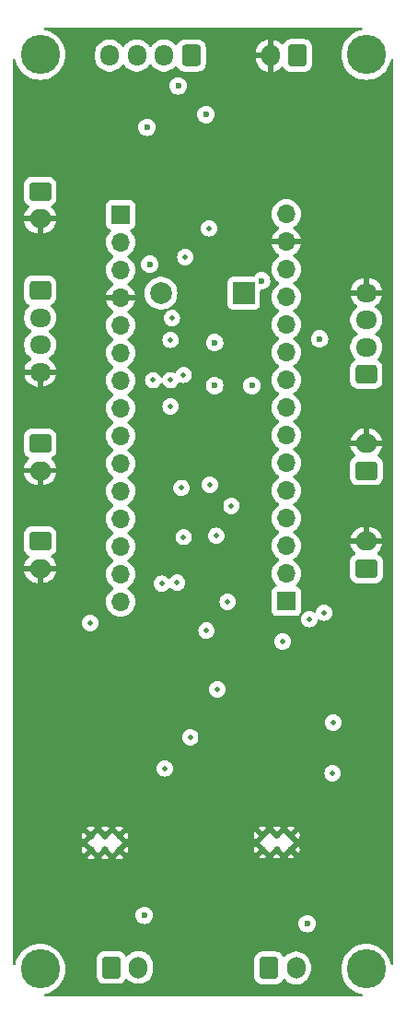
<source format=gbr>
%TF.GenerationSoftware,KiCad,Pcbnew,8.0.1*%
%TF.CreationDate,2024-06-19T16:46:36+02:00*%
%TF.ProjectId,MotorShield,4d6f746f-7253-4686-9965-6c642e6b6963,V_1*%
%TF.SameCoordinates,Original*%
%TF.FileFunction,Copper,L2,Inr*%
%TF.FilePolarity,Positive*%
%FSLAX46Y46*%
G04 Gerber Fmt 4.6, Leading zero omitted, Abs format (unit mm)*
G04 Created by KiCad (PCBNEW 8.0.1) date 2024-06-19 16:46:36*
%MOMM*%
%LPD*%
G01*
G04 APERTURE LIST*
G04 Aperture macros list*
%AMRoundRect*
0 Rectangle with rounded corners*
0 $1 Rounding radius*
0 $2 $3 $4 $5 $6 $7 $8 $9 X,Y pos of 4 corners*
0 Add a 4 corners polygon primitive as box body*
4,1,4,$2,$3,$4,$5,$6,$7,$8,$9,$2,$3,0*
0 Add four circle primitives for the rounded corners*
1,1,$1+$1,$2,$3*
1,1,$1+$1,$4,$5*
1,1,$1+$1,$6,$7*
1,1,$1+$1,$8,$9*
0 Add four rect primitives between the rounded corners*
20,1,$1+$1,$2,$3,$4,$5,0*
20,1,$1+$1,$4,$5,$6,$7,0*
20,1,$1+$1,$6,$7,$8,$9,0*
20,1,$1+$1,$8,$9,$2,$3,0*%
G04 Aperture macros list end*
%TA.AperFunction,ComponentPad*%
%ADD10C,2.000000*%
%TD*%
%TA.AperFunction,ComponentPad*%
%ADD11R,2.000000X2.000000*%
%TD*%
%TA.AperFunction,ComponentPad*%
%ADD12RoundRect,0.250000X-0.600000X-0.750000X0.600000X-0.750000X0.600000X0.750000X-0.600000X0.750000X0*%
%TD*%
%TA.AperFunction,ComponentPad*%
%ADD13O,1.700000X2.000000*%
%TD*%
%TA.AperFunction,ComponentPad*%
%ADD14RoundRect,0.250000X0.725000X-0.600000X0.725000X0.600000X-0.725000X0.600000X-0.725000X-0.600000X0*%
%TD*%
%TA.AperFunction,ComponentPad*%
%ADD15O,1.950000X1.700000*%
%TD*%
%TA.AperFunction,ComponentPad*%
%ADD16RoundRect,0.250000X-0.725000X0.600000X-0.725000X-0.600000X0.725000X-0.600000X0.725000X0.600000X0*%
%TD*%
%TA.AperFunction,ComponentPad*%
%ADD17O,2.000000X1.700000*%
%TD*%
%TA.AperFunction,ComponentPad*%
%ADD18RoundRect,0.250000X0.750000X-0.600000X0.750000X0.600000X-0.750000X0.600000X-0.750000X-0.600000X0*%
%TD*%
%TA.AperFunction,ComponentPad*%
%ADD19RoundRect,0.250000X0.600000X0.750000X-0.600000X0.750000X-0.600000X-0.750000X0.600000X-0.750000X0*%
%TD*%
%TA.AperFunction,ComponentPad*%
%ADD20R,1.700000X1.700000*%
%TD*%
%TA.AperFunction,ComponentPad*%
%ADD21O,1.700000X1.700000*%
%TD*%
%TA.AperFunction,ComponentPad*%
%ADD22RoundRect,0.250000X-0.750000X0.600000X-0.750000X-0.600000X0.750000X-0.600000X0.750000X0.600000X0*%
%TD*%
%TA.AperFunction,ComponentPad*%
%ADD23C,3.600000*%
%TD*%
%TA.AperFunction,ComponentPad*%
%ADD24C,0.630000*%
%TD*%
%TA.AperFunction,ComponentPad*%
%ADD25O,1.700000X1.950000*%
%TD*%
%TA.AperFunction,ComponentPad*%
%ADD26RoundRect,0.250000X0.600000X0.725000X-0.600000X0.725000X-0.600000X-0.725000X0.600000X-0.725000X0*%
%TD*%
%TA.AperFunction,ViaPad*%
%ADD27C,0.600000*%
%TD*%
%TA.AperFunction,ViaPad*%
%ADD28C,0.500000*%
%TD*%
G04 APERTURE END LIST*
D10*
%TO.N,Net-(BZ1--)*%
%TO.C,BZ1*%
X123718000Y-77216000D03*
D11*
%TO.N,+5V*%
X131318000Y-77216000D03*
%TD*%
D12*
%TO.N,/OUTB_M2*%
%TO.C,J13*%
X119146000Y-139146000D03*
D13*
%TO.N,/OUTA_M2*%
X121646000Y-139146000D03*
%TD*%
D14*
%TO.N,/ENCODER_2B*%
%TO.C,J11*%
X142600000Y-84669000D03*
D15*
%TO.N,/ENCODER_2A*%
X142600000Y-82169000D03*
%TO.N,+3.3V*%
X142600000Y-79669000D03*
%TO.N,GND*%
X142600000Y-77169000D03*
%TD*%
D16*
%TO.N,/ENCODER_1A*%
%TO.C,J7*%
X112600000Y-76955000D03*
D15*
%TO.N,/ENCODER_1B*%
X112600000Y-79455000D03*
%TO.N,+3.3V*%
X112600000Y-81955000D03*
%TO.N,GND*%
X112600000Y-84455000D03*
%TD*%
D17*
%TO.N,GND*%
%TO.C,J5*%
X142600000Y-100000000D03*
D18*
%TO.N,/IN_GPIO{slash}IT_3*%
X142600000Y-102500000D03*
%TD*%
D13*
%TO.N,GND*%
%TO.C,J8*%
X133771000Y-55372000D03*
D19*
%TO.N,+BATT*%
X136271000Y-55372000D03*
%TD*%
D20*
%TO.N,unconnected-(J2-Pin_1-Pad1)*%
%TO.C,J2*%
X135240000Y-105500000D03*
D21*
%TO.N,+3.3V*%
X135240000Y-102960000D03*
X135240000Y-100420000D03*
%TO.N,unconnected-(J2-Pin_4-Pad4)*%
X135240000Y-97880000D03*
%TO.N,/ENCODER_2A*%
X135240000Y-95340000D03*
%TO.N,/UART2-STLINK*%
X135240000Y-92800000D03*
%TO.N,/ADC9*%
X135240000Y-90260000D03*
%TO.N,/ENCODER_2B*%
X135240000Y-87720000D03*
%TO.N,/GPIO{slash}IT_6*%
X135240000Y-85180000D03*
%TO.N,/GPIO{slash}IT_5*%
X135240000Y-82640000D03*
%TO.N,unconnected-(J2-Pin_11-Pad11)*%
X135240000Y-80100000D03*
%TO.N,+5V*%
X135240000Y-77560000D03*
%TO.N,unconnected-(J2-Pin_13-Pad13)*%
X135240000Y-75020000D03*
%TO.N,GND*%
X135240000Y-72480000D03*
%TO.N,VCC*%
X135240000Y-69940000D03*
%TD*%
D17*
%TO.N,GND*%
%TO.C,J4*%
X112600000Y-93500000D03*
D22*
%TO.N,/IN_GPIO{slash}IT_1*%
X112600000Y-91000000D03*
%TD*%
D13*
%TO.N,/OUTA_M1*%
%TO.C,J10*%
X136144000Y-139192000D03*
D12*
%TO.N,/OUTB_M1*%
X133644000Y-139192000D03*
%TD*%
D23*
%TO.N,N/C*%
%TO.C,REF\u002A\u002A*%
X112600000Y-55300000D03*
%TD*%
D17*
%TO.N,GND*%
%TO.C,J12*%
X112600000Y-70358000D03*
D22*
%TO.N,/UART2-STLINK*%
X112600000Y-67858000D03*
%TD*%
D17*
%TO.N,GND*%
%TO.C,J6*%
X112600000Y-102500000D03*
D22*
%TO.N,/IN_GPIO{slash}IT_2*%
X112600000Y-100000000D03*
%TD*%
D24*
%TO.N,GND*%
%TO.C,U6*%
X117275000Y-128350000D03*
X118575000Y-128350000D03*
X119875000Y-128350000D03*
X117275000Y-127050000D03*
X118575000Y-127050000D03*
X119875000Y-127050000D03*
%TD*%
D20*
%TO.N,/ENCODER_1A*%
%TO.C,J1*%
X120000000Y-70000000D03*
D21*
%TO.N,/PWM_2*%
X120000000Y-72540000D03*
%TO.N,unconnected-(J1-Pin_3-Pad3)*%
X120000000Y-75080000D03*
%TO.N,GND*%
X120000000Y-77620000D03*
%TO.N,/GPIO{slash}IT_4*%
X120000000Y-80160000D03*
%TO.N,/ADC15*%
X120000000Y-82700000D03*
%TO.N,/UART1-RX*%
X120000000Y-85240000D03*
%TO.N,/UART1-TX*%
X120000000Y-87780000D03*
%TO.N,/GPIO{slash}IT_3*%
X120000000Y-90320000D03*
%TO.N,unconnected-(J1-Pin_10-Pad10)*%
X120000000Y-92860000D03*
%TO.N,unconnected-(J1-Pin_11-Pad11)*%
X120000000Y-95400000D03*
%TO.N,/ENCODER_1B*%
X120000000Y-97940000D03*
%TO.N,/PWM_1*%
X120000000Y-100480000D03*
%TO.N,/GPIO{slash}IT_2*%
X120000000Y-103020000D03*
%TO.N,/GPIO{slash}IT_1*%
X120000000Y-105560000D03*
%TD*%
D24*
%TO.N,GND*%
%TO.C,U5*%
X133060000Y-128315000D03*
X134360000Y-128315000D03*
X135660000Y-128315000D03*
X133060000Y-127015000D03*
X134360000Y-127015000D03*
X135660000Y-127015000D03*
%TD*%
D17*
%TO.N,GND*%
%TO.C,J3*%
X142600000Y-91000000D03*
D18*
%TO.N,/IN_GPIO{slash}IT_4*%
X142600000Y-93500000D03*
%TD*%
D23*
%TO.N,N/C*%
%TO.C,REF\u002A\u002A*%
X142600000Y-55300000D03*
%TD*%
%TO.N,N/C*%
%TO.C,REF\u002A\u002A*%
X142600000Y-139300000D03*
%TD*%
D25*
%TO.N,GNDD-EXT*%
%TO.C,J9*%
X118992000Y-55372000D03*
%TO.N,/UART1-TX-EXT*%
X121492000Y-55372000D03*
%TO.N,/UART1-RX-EXT*%
X123992000Y-55372000D03*
D26*
%TO.N,+3.3V-EXT*%
X126492000Y-55372000D03*
%TD*%
D23*
%TO.N,N/C*%
%TO.C,REF\u002A\u002A*%
X112600000Y-139300000D03*
%TD*%
D27*
%TO.N,GND*%
X127635000Y-129413000D03*
X118237000Y-91567000D03*
X122936000Y-86614000D03*
X122174000Y-72517000D03*
X138176000Y-72390000D03*
X142494000Y-104140000D03*
X142494000Y-95123000D03*
X139446000Y-133350000D03*
X141986000Y-118110000D03*
X117221000Y-108712000D03*
X117348000Y-83947000D03*
X111633000Y-116967000D03*
X144399000Y-118237000D03*
X121793000Y-77089000D03*
X115316000Y-106680000D03*
X115189000Y-85090000D03*
X131445000Y-84201000D03*
X129540000Y-70866000D03*
X129794000Y-73660000D03*
X127508000Y-80010000D03*
%TO.N,/UART2-STLINK*%
X132969000Y-76073000D03*
%TO.N,/UART1-RX*%
X122682000Y-74549000D03*
%TO.N,GND*%
X126746000Y-58166000D03*
X119380000Y-117983000D03*
X134747000Y-114554000D03*
X134747000Y-116332000D03*
X128651000Y-116713000D03*
X124079000Y-125730000D03*
X119634000Y-108712000D03*
X117983000Y-59436000D03*
X138684000Y-68580000D03*
X130556000Y-69596000D03*
X142494000Y-98425000D03*
X130429000Y-133858000D03*
X138049000Y-80010000D03*
X130175000Y-55118000D03*
X131064000Y-82042000D03*
X122047000Y-111633000D03*
X122936000Y-88265000D03*
X115570000Y-77851000D03*
X143002000Y-72263000D03*
X142621000Y-75311000D03*
X111887000Y-123444000D03*
X115443000Y-99441000D03*
X121412000Y-124206000D03*
X117348000Y-80137000D03*
X141097000Y-108585000D03*
X128905000Y-109601000D03*
X131699000Y-58420000D03*
X144493664Y-134045788D03*
X123698000Y-133985000D03*
X135382000Y-62738000D03*
X116713000Y-63500000D03*
X129540000Y-78105000D03*
X132207000Y-96520000D03*
X142113000Y-114554000D03*
X141097000Y-125730000D03*
X127889000Y-72263000D03*
X112522000Y-72136000D03*
X112522000Y-86233000D03*
X122682000Y-95758000D03*
X129286000Y-103378000D03*
X115316000Y-88392000D03*
X123317000Y-66675000D03*
X130683000Y-126619000D03*
X136144000Y-134493000D03*
X142621000Y-89281000D03*
X144272000Y-112014000D03*
X126873000Y-114300000D03*
X136271000Y-66167000D03*
X131572000Y-105918000D03*
X127635000Y-126873000D03*
X114935000Y-126492000D03*
X134366000Y-59309000D03*
X138303000Y-83439000D03*
X114935000Y-121285000D03*
X144018000Y-126365000D03*
X130937000Y-94869000D03*
X127381000Y-136271000D03*
X114681000Y-133731000D03*
X137287000Y-111760000D03*
X126746000Y-116459000D03*
X112649000Y-104140000D03*
X144526000Y-59944000D03*
X120396000Y-134620000D03*
X121539000Y-121793000D03*
X137668000Y-125476000D03*
X125222000Y-66675000D03*
X128016000Y-69469000D03*
X112649000Y-95123000D03*
X137795000Y-109728000D03*
X130937000Y-122174000D03*
X117094000Y-70104000D03*
X112268000Y-59944000D03*
X140716000Y-120142000D03*
X131953000Y-88011000D03*
X137033000Y-88265000D03*
X121793000Y-85217000D03*
X129159000Y-87884000D03*
X124333000Y-75311000D03*
X142240000Y-66294000D03*
X111760000Y-131953000D03*
X111506000Y-107696000D03*
X125095000Y-108712000D03*
X141605000Y-62611000D03*
X113284000Y-109601000D03*
X126746000Y-103378000D03*
X118237000Y-96647000D03*
X142494000Y-106172000D03*
X138176000Y-75819000D03*
D28*
%TO.N,+3.3V*%
X125200000Y-103800000D03*
X128143000Y-71247000D03*
X124600000Y-87600000D03*
X127900000Y-108204000D03*
X125800000Y-84700000D03*
D27*
X128651000Y-81749000D03*
D28*
%TO.N,/UART1-TX*%
X125952250Y-73882250D03*
X124600000Y-81500000D03*
D27*
%TO.N,+3.3V-EXT*%
X127852000Y-60796000D03*
%TO.N,GNDD-EXT*%
X122428000Y-61976000D03*
D28*
%TO.N,VCC*%
X139550000Y-116650000D03*
X126400000Y-118000000D03*
%TO.N,/PWM_2*%
X124060000Y-120860000D03*
%TO.N,/GPIO{slash}IT_4*%
X124714000Y-79502000D03*
%TO.N,/GPIO{slash}IT_2*%
X123793750Y-103893750D03*
X128800000Y-99500000D03*
%TO.N,/GPIO{slash}IT_1*%
X125800000Y-99600000D03*
%TO.N,/GPIO{slash}IT_3*%
X130200000Y-96750000D03*
X129850000Y-105550000D03*
%TO.N,/PWM_1*%
X139500000Y-121300000D03*
%TO.N,/ADC15*%
X117200000Y-107500000D03*
%TO.N,/ADC9*%
X137350000Y-107150000D03*
X128900000Y-113600000D03*
D27*
%TO.N,/ENCODER_2A*%
X138303000Y-81407000D03*
D28*
%TO.N,/GPIO{slash}IT_5*%
X138700000Y-106553000D03*
%TO.N,/GPIO{slash}IT_6*%
X134900000Y-109200000D03*
%TO.N,/Avionic - GPIO/OUT_ISO_N1*%
X124600000Y-85200000D03*
X128200000Y-94800000D03*
%TO.N,/Avionic - GPIO/OUT_ISO_N2*%
X123000000Y-85200000D03*
X125600000Y-95100000D03*
D27*
%TO.N,/UART1-RX-EXT*%
X125300000Y-58166000D03*
%TO.N,/OUTB_M1*%
X137160000Y-135128000D03*
%TO.N,/OUTB_M2*%
X122174000Y-134366000D03*
%TO.N,/IN_GPIO{slash}IT_4*%
X132080000Y-85700000D03*
X128642500Y-85700000D03*
%TD*%
%TA.AperFunction,Conductor*%
%TO.N,GND*%
G36*
X142181909Y-52820185D02*
G01*
X142227664Y-52872989D01*
X142237608Y-52942147D01*
X142208583Y-53005703D01*
X142149805Y-53043477D01*
X142139061Y-53046117D01*
X142003316Y-53073118D01*
X142003301Y-53073122D01*
X141717752Y-53170053D01*
X141717731Y-53170062D01*
X141447286Y-53303431D01*
X141447279Y-53303435D01*
X141196540Y-53470973D01*
X140969810Y-53669810D01*
X140770973Y-53896540D01*
X140603435Y-54147279D01*
X140603431Y-54147286D01*
X140470062Y-54417731D01*
X140470053Y-54417752D01*
X140373122Y-54703301D01*
X140373118Y-54703316D01*
X140314288Y-54999069D01*
X140314287Y-54999081D01*
X140294564Y-55300000D01*
X140314287Y-55600918D01*
X140314288Y-55600930D01*
X140373118Y-55896683D01*
X140373122Y-55896698D01*
X140470053Y-56182247D01*
X140470062Y-56182268D01*
X140603431Y-56452713D01*
X140603435Y-56452720D01*
X140770973Y-56703459D01*
X140969810Y-56930189D01*
X141196540Y-57129026D01*
X141447279Y-57296564D01*
X141447286Y-57296568D01*
X141717731Y-57429937D01*
X141717736Y-57429939D01*
X141717748Y-57429945D01*
X142003309Y-57526880D01*
X142203251Y-57566651D01*
X142299069Y-57585711D01*
X142299070Y-57585711D01*
X142299080Y-57585713D01*
X142600000Y-57605436D01*
X142900920Y-57585713D01*
X143196691Y-57526880D01*
X143482252Y-57429945D01*
X143752718Y-57296566D01*
X144003461Y-57129025D01*
X144230189Y-56930189D01*
X144429025Y-56703461D01*
X144596566Y-56452718D01*
X144729945Y-56182252D01*
X144826880Y-55896691D01*
X144853883Y-55760939D01*
X144886268Y-55699028D01*
X144946984Y-55664454D01*
X145016753Y-55668193D01*
X145073425Y-55709060D01*
X145099006Y-55774078D01*
X145099500Y-55785130D01*
X145099500Y-138814869D01*
X145079815Y-138881908D01*
X145027011Y-138927663D01*
X144957853Y-138937607D01*
X144894297Y-138908582D01*
X144856523Y-138849804D01*
X144853883Y-138839061D01*
X144849071Y-138814869D01*
X144826880Y-138703309D01*
X144729945Y-138417748D01*
X144694558Y-138345991D01*
X144596568Y-138147286D01*
X144596564Y-138147279D01*
X144429026Y-137896540D01*
X144230189Y-137669810D01*
X144003459Y-137470973D01*
X143752720Y-137303435D01*
X143752713Y-137303431D01*
X143482268Y-137170062D01*
X143482247Y-137170053D01*
X143196698Y-137073122D01*
X143196692Y-137073120D01*
X143196691Y-137073120D01*
X143196689Y-137073119D01*
X143196683Y-137073118D01*
X142900930Y-137014288D01*
X142900921Y-137014287D01*
X142900920Y-137014287D01*
X142600000Y-136994564D01*
X142299080Y-137014287D01*
X142299079Y-137014287D01*
X142299069Y-137014288D01*
X142003316Y-137073118D01*
X142003301Y-137073122D01*
X141717752Y-137170053D01*
X141717731Y-137170062D01*
X141447286Y-137303431D01*
X141447279Y-137303435D01*
X141196540Y-137470973D01*
X140969810Y-137669810D01*
X140770973Y-137896540D01*
X140603435Y-138147279D01*
X140603431Y-138147286D01*
X140470062Y-138417731D01*
X140470053Y-138417752D01*
X140373122Y-138703301D01*
X140373118Y-138703316D01*
X140314288Y-138999069D01*
X140314287Y-138999081D01*
X140294564Y-139300000D01*
X140314287Y-139600918D01*
X140314288Y-139600930D01*
X140373118Y-139896683D01*
X140373122Y-139896698D01*
X140470053Y-140182247D01*
X140470062Y-140182268D01*
X140603431Y-140452713D01*
X140603435Y-140452720D01*
X140770973Y-140703459D01*
X140969810Y-140930189D01*
X141196540Y-141129026D01*
X141447279Y-141296564D01*
X141447286Y-141296568D01*
X141717731Y-141429937D01*
X141717736Y-141429939D01*
X141717748Y-141429945D01*
X142003309Y-141526880D01*
X142131446Y-141552368D01*
X142139061Y-141553883D01*
X142200972Y-141586268D01*
X142235546Y-141646984D01*
X142231807Y-141716753D01*
X142190940Y-141773425D01*
X142125922Y-141799006D01*
X142114870Y-141799500D01*
X113085130Y-141799500D01*
X113018091Y-141779815D01*
X112972336Y-141727011D01*
X112962392Y-141657853D01*
X112991417Y-141594297D01*
X113050195Y-141556523D01*
X113060939Y-141553883D01*
X113066089Y-141552858D01*
X113196691Y-141526880D01*
X113482252Y-141429945D01*
X113752718Y-141296566D01*
X114003461Y-141129025D01*
X114230189Y-140930189D01*
X114429025Y-140703461D01*
X114596566Y-140452718D01*
X114729945Y-140182252D01*
X114810141Y-139946001D01*
X117795500Y-139946001D01*
X117795501Y-139946018D01*
X117806000Y-140048796D01*
X117806001Y-140048799D01*
X117861185Y-140215331D01*
X117861187Y-140215336D01*
X117865169Y-140221792D01*
X117953288Y-140364656D01*
X118077344Y-140488712D01*
X118226666Y-140580814D01*
X118393203Y-140635999D01*
X118495991Y-140646500D01*
X119796008Y-140646499D01*
X119898797Y-140635999D01*
X120065334Y-140580814D01*
X120214656Y-140488712D01*
X120338712Y-140364656D01*
X120430814Y-140215334D01*
X120430814Y-140215331D01*
X120434178Y-140209879D01*
X120486126Y-140163154D01*
X120555088Y-140151931D01*
X120619170Y-140179774D01*
X120627398Y-140187294D01*
X120766213Y-140326109D01*
X120938179Y-140451048D01*
X120938181Y-140451049D01*
X120938184Y-140451051D01*
X121127588Y-140547557D01*
X121329757Y-140613246D01*
X121539713Y-140646500D01*
X121539714Y-140646500D01*
X121752286Y-140646500D01*
X121752287Y-140646500D01*
X121962243Y-140613246D01*
X122164412Y-140547557D01*
X122353816Y-140451051D01*
X122409414Y-140410657D01*
X122525786Y-140326109D01*
X122525788Y-140326106D01*
X122525792Y-140326104D01*
X122676104Y-140175792D01*
X122676106Y-140175788D01*
X122676109Y-140175786D01*
X122801048Y-140003820D01*
X122801047Y-140003820D01*
X122801051Y-140003816D01*
X122807071Y-139992001D01*
X132293500Y-139992001D01*
X132293501Y-139992018D01*
X132304000Y-140094796D01*
X132304001Y-140094799D01*
X132349894Y-140233294D01*
X132359186Y-140261334D01*
X132451288Y-140410656D01*
X132575344Y-140534712D01*
X132724666Y-140626814D01*
X132891203Y-140681999D01*
X132993991Y-140692500D01*
X134294008Y-140692499D01*
X134396797Y-140681999D01*
X134563334Y-140626814D01*
X134712656Y-140534712D01*
X134836712Y-140410656D01*
X134928814Y-140261334D01*
X134928814Y-140261331D01*
X134932178Y-140255879D01*
X134984126Y-140209154D01*
X135053088Y-140197931D01*
X135117170Y-140225774D01*
X135125398Y-140233294D01*
X135264213Y-140372109D01*
X135436179Y-140497048D01*
X135436181Y-140497049D01*
X135436184Y-140497051D01*
X135625588Y-140593557D01*
X135827757Y-140659246D01*
X136037713Y-140692500D01*
X136037714Y-140692500D01*
X136250286Y-140692500D01*
X136250287Y-140692500D01*
X136460243Y-140659246D01*
X136662412Y-140593557D01*
X136851816Y-140497051D01*
X136873789Y-140481086D01*
X137023786Y-140372109D01*
X137023788Y-140372106D01*
X137023792Y-140372104D01*
X137174104Y-140221792D01*
X137174106Y-140221788D01*
X137174109Y-140221786D01*
X137299048Y-140049820D01*
X137299047Y-140049820D01*
X137299051Y-140049816D01*
X137395557Y-139860412D01*
X137461246Y-139658243D01*
X137494500Y-139448287D01*
X137494500Y-138935713D01*
X137461246Y-138725757D01*
X137395557Y-138523588D01*
X137299051Y-138334184D01*
X137299049Y-138334181D01*
X137299048Y-138334179D01*
X137174109Y-138162213D01*
X137023786Y-138011890D01*
X136851820Y-137886951D01*
X136662414Y-137790444D01*
X136662413Y-137790443D01*
X136662412Y-137790443D01*
X136460243Y-137724754D01*
X136460241Y-137724753D01*
X136460240Y-137724753D01*
X136298957Y-137699208D01*
X136250287Y-137691500D01*
X136037713Y-137691500D01*
X135989042Y-137699208D01*
X135827760Y-137724753D01*
X135625585Y-137790444D01*
X135436179Y-137886951D01*
X135264215Y-138011889D01*
X135125398Y-138150706D01*
X135064075Y-138184190D01*
X134994383Y-138179206D01*
X134938450Y-138137334D01*
X134932178Y-138128120D01*
X134836712Y-137973344D01*
X134712657Y-137849289D01*
X134712656Y-137849288D01*
X134563334Y-137757186D01*
X134396797Y-137702001D01*
X134396795Y-137702000D01*
X134294010Y-137691500D01*
X132993998Y-137691500D01*
X132993981Y-137691501D01*
X132891203Y-137702000D01*
X132891200Y-137702001D01*
X132724668Y-137757185D01*
X132724663Y-137757187D01*
X132575342Y-137849289D01*
X132451289Y-137973342D01*
X132359187Y-138122663D01*
X132359185Y-138122668D01*
X132349894Y-138150706D01*
X132304001Y-138289203D01*
X132304001Y-138289204D01*
X132304000Y-138289204D01*
X132293500Y-138391983D01*
X132293500Y-139992001D01*
X122807071Y-139992001D01*
X122897557Y-139814412D01*
X122963246Y-139612243D01*
X122996500Y-139402287D01*
X122996500Y-138889713D01*
X122963246Y-138679757D01*
X122897557Y-138477588D01*
X122801051Y-138288184D01*
X122801049Y-138288181D01*
X122801048Y-138288179D01*
X122676109Y-138116213D01*
X122525786Y-137965890D01*
X122353820Y-137840951D01*
X122164414Y-137744444D01*
X122164413Y-137744443D01*
X122164412Y-137744443D01*
X121962243Y-137678754D01*
X121962241Y-137678753D01*
X121962240Y-137678753D01*
X121800957Y-137653208D01*
X121752287Y-137645500D01*
X121539713Y-137645500D01*
X121491042Y-137653208D01*
X121329760Y-137678753D01*
X121127585Y-137744444D01*
X120938179Y-137840951D01*
X120766215Y-137965889D01*
X120627398Y-138104706D01*
X120566075Y-138138190D01*
X120496383Y-138133206D01*
X120440450Y-138091334D01*
X120434178Y-138082120D01*
X120338712Y-137927344D01*
X120214657Y-137803289D01*
X120214656Y-137803288D01*
X120119253Y-137744443D01*
X120065336Y-137711187D01*
X120065331Y-137711185D01*
X120063862Y-137710698D01*
X119898797Y-137656001D01*
X119898795Y-137656000D01*
X119796010Y-137645500D01*
X118495998Y-137645500D01*
X118495981Y-137645501D01*
X118393203Y-137656000D01*
X118393200Y-137656001D01*
X118226668Y-137711185D01*
X118226663Y-137711187D01*
X118077342Y-137803289D01*
X117953289Y-137927342D01*
X117861187Y-138076663D01*
X117861185Y-138076668D01*
X117833349Y-138160670D01*
X117806001Y-138243203D01*
X117806001Y-138243204D01*
X117806000Y-138243204D01*
X117795500Y-138345983D01*
X117795500Y-139946001D01*
X114810141Y-139946001D01*
X114826880Y-139896691D01*
X114885713Y-139600920D01*
X114905436Y-139300000D01*
X114885713Y-138999080D01*
X114826880Y-138703309D01*
X114729945Y-138417748D01*
X114694558Y-138345991D01*
X114596568Y-138147286D01*
X114596564Y-138147279D01*
X114429026Y-137896540D01*
X114230189Y-137669810D01*
X114003459Y-137470973D01*
X113752720Y-137303435D01*
X113752713Y-137303431D01*
X113482268Y-137170062D01*
X113482247Y-137170053D01*
X113196698Y-137073122D01*
X113196692Y-137073120D01*
X113196691Y-137073120D01*
X113196689Y-137073119D01*
X113196683Y-137073118D01*
X112900930Y-137014288D01*
X112900921Y-137014287D01*
X112900920Y-137014287D01*
X112600000Y-136994564D01*
X112299080Y-137014287D01*
X112299079Y-137014287D01*
X112299069Y-137014288D01*
X112003316Y-137073118D01*
X112003301Y-137073122D01*
X111717752Y-137170053D01*
X111717731Y-137170062D01*
X111447286Y-137303431D01*
X111447279Y-137303435D01*
X111196540Y-137470973D01*
X110969810Y-137669810D01*
X110770973Y-137896540D01*
X110603435Y-138147279D01*
X110603431Y-138147286D01*
X110470062Y-138417731D01*
X110470053Y-138417752D01*
X110373122Y-138703301D01*
X110373119Y-138703313D01*
X110346117Y-138839061D01*
X110313732Y-138900971D01*
X110253016Y-138935546D01*
X110183247Y-138931806D01*
X110126575Y-138890939D01*
X110100994Y-138825921D01*
X110100500Y-138814869D01*
X110100500Y-134366003D01*
X121368435Y-134366003D01*
X121388630Y-134545249D01*
X121388631Y-134545254D01*
X121448211Y-134715523D01*
X121487769Y-134778478D01*
X121544184Y-134868262D01*
X121671738Y-134995816D01*
X121824478Y-135091789D01*
X121927952Y-135127996D01*
X121994745Y-135151368D01*
X121994750Y-135151369D01*
X122173996Y-135171565D01*
X122174000Y-135171565D01*
X122174004Y-135171565D01*
X122353249Y-135151369D01*
X122353252Y-135151368D01*
X122353255Y-135151368D01*
X122420028Y-135128003D01*
X136354435Y-135128003D01*
X136374630Y-135307249D01*
X136374631Y-135307254D01*
X136434211Y-135477523D01*
X136530184Y-135630262D01*
X136657738Y-135757816D01*
X136810478Y-135853789D01*
X136980745Y-135913368D01*
X136980750Y-135913369D01*
X137159996Y-135933565D01*
X137160000Y-135933565D01*
X137160004Y-135933565D01*
X137339249Y-135913369D01*
X137339252Y-135913368D01*
X137339255Y-135913368D01*
X137509522Y-135853789D01*
X137662262Y-135757816D01*
X137789816Y-135630262D01*
X137885789Y-135477522D01*
X137945368Y-135307255D01*
X137945369Y-135307249D01*
X137965565Y-135128003D01*
X137965565Y-135127996D01*
X137945369Y-134948750D01*
X137945368Y-134948745D01*
X137885788Y-134778476D01*
X137789815Y-134625737D01*
X137662262Y-134498184D01*
X137509523Y-134402211D01*
X137339254Y-134342631D01*
X137339249Y-134342630D01*
X137160004Y-134322435D01*
X137159996Y-134322435D01*
X136980750Y-134342630D01*
X136980745Y-134342631D01*
X136810476Y-134402211D01*
X136657737Y-134498184D01*
X136530184Y-134625737D01*
X136434211Y-134778476D01*
X136374631Y-134948745D01*
X136374630Y-134948750D01*
X136354435Y-135127996D01*
X136354435Y-135128003D01*
X122420028Y-135128003D01*
X122523522Y-135091789D01*
X122676262Y-134995816D01*
X122803816Y-134868262D01*
X122899789Y-134715522D01*
X122959368Y-134545255D01*
X122979565Y-134366000D01*
X122976932Y-134342632D01*
X122959369Y-134186750D01*
X122959368Y-134186745D01*
X122899788Y-134016476D01*
X122803815Y-133863737D01*
X122676262Y-133736184D01*
X122523523Y-133640211D01*
X122353254Y-133580631D01*
X122353249Y-133580630D01*
X122174004Y-133560435D01*
X122173996Y-133560435D01*
X121994750Y-133580630D01*
X121994745Y-133580631D01*
X121824476Y-133640211D01*
X121671737Y-133736184D01*
X121544184Y-133863737D01*
X121448211Y-134016476D01*
X121388631Y-134186745D01*
X121388630Y-134186750D01*
X121368435Y-134365996D01*
X121368435Y-134366003D01*
X110100500Y-134366003D01*
X110100500Y-129077540D01*
X116901010Y-129077540D01*
X116901011Y-129077541D01*
X116919147Y-129088936D01*
X117092490Y-129149592D01*
X117092503Y-129149595D01*
X117274996Y-129170157D01*
X117275004Y-129170157D01*
X117457496Y-129149595D01*
X117457509Y-129149592D01*
X117630849Y-129088937D01*
X117630855Y-129088935D01*
X117648987Y-129077541D01*
X117648987Y-129077540D01*
X118201010Y-129077540D01*
X118201011Y-129077541D01*
X118219147Y-129088936D01*
X118392490Y-129149592D01*
X118392503Y-129149595D01*
X118574996Y-129170157D01*
X118575004Y-129170157D01*
X118757496Y-129149595D01*
X118757509Y-129149592D01*
X118930849Y-129088937D01*
X118930855Y-129088935D01*
X118948987Y-129077541D01*
X118948987Y-129077540D01*
X119501010Y-129077540D01*
X119501011Y-129077541D01*
X119519147Y-129088936D01*
X119692490Y-129149592D01*
X119692503Y-129149595D01*
X119874996Y-129170157D01*
X119875004Y-129170157D01*
X120057496Y-129149595D01*
X120057509Y-129149592D01*
X120230849Y-129088937D01*
X120230855Y-129088935D01*
X120248987Y-129077541D01*
X120248987Y-129077540D01*
X120213987Y-129042540D01*
X132686010Y-129042540D01*
X132686011Y-129042541D01*
X132704147Y-129053936D01*
X132877490Y-129114592D01*
X132877503Y-129114595D01*
X133059996Y-129135157D01*
X133060004Y-129135157D01*
X133242496Y-129114595D01*
X133242509Y-129114592D01*
X133415849Y-129053937D01*
X133415855Y-129053935D01*
X133433987Y-129042541D01*
X133433987Y-129042540D01*
X133986010Y-129042540D01*
X133986011Y-129042541D01*
X134004147Y-129053936D01*
X134177490Y-129114592D01*
X134177503Y-129114595D01*
X134359996Y-129135157D01*
X134360004Y-129135157D01*
X134542496Y-129114595D01*
X134542509Y-129114592D01*
X134715849Y-129053937D01*
X134715855Y-129053935D01*
X134733987Y-129042541D01*
X134733987Y-129042540D01*
X135286010Y-129042540D01*
X135286011Y-129042541D01*
X135304147Y-129053936D01*
X135477490Y-129114592D01*
X135477503Y-129114595D01*
X135659996Y-129135157D01*
X135660004Y-129135157D01*
X135842496Y-129114595D01*
X135842509Y-129114592D01*
X136015849Y-129053937D01*
X136015855Y-129053935D01*
X136033987Y-129042541D01*
X136033987Y-129042540D01*
X135660001Y-128668553D01*
X135660000Y-128668553D01*
X135286010Y-129042540D01*
X134733987Y-129042540D01*
X134360001Y-128668553D01*
X134360000Y-128668553D01*
X133986010Y-129042540D01*
X133433987Y-129042540D01*
X133060001Y-128668553D01*
X133060000Y-128668553D01*
X132686010Y-129042540D01*
X120213987Y-129042540D01*
X119875001Y-128703553D01*
X119875000Y-128703553D01*
X119501010Y-129077540D01*
X118948987Y-129077540D01*
X118575001Y-128703553D01*
X118575000Y-128703553D01*
X118201010Y-129077540D01*
X117648987Y-129077540D01*
X117275001Y-128703553D01*
X117275000Y-128703553D01*
X116901010Y-129077540D01*
X110100500Y-129077540D01*
X110100500Y-128350003D01*
X116454843Y-128350003D01*
X116475404Y-128532496D01*
X116475407Y-128532509D01*
X116536060Y-128705843D01*
X116536065Y-128705854D01*
X116547458Y-128723987D01*
X116888626Y-128382821D01*
X117110000Y-128382821D01*
X117135119Y-128443465D01*
X117181535Y-128489881D01*
X117242179Y-128515000D01*
X117307821Y-128515000D01*
X117368465Y-128489881D01*
X117414881Y-128443465D01*
X117440000Y-128382821D01*
X117440000Y-128317179D01*
X117414881Y-128256535D01*
X117368465Y-128210119D01*
X117307821Y-128185000D01*
X117242179Y-128185000D01*
X117181535Y-128210119D01*
X117135119Y-128256535D01*
X117110000Y-128317179D01*
X117110000Y-128382821D01*
X116888626Y-128382821D01*
X116921447Y-128350000D01*
X116547458Y-127976011D01*
X116536066Y-127994144D01*
X116536060Y-127994156D01*
X116475407Y-128167490D01*
X116475404Y-128167503D01*
X116454843Y-128349996D01*
X116454843Y-128350003D01*
X110100500Y-128350003D01*
X110100500Y-127700000D01*
X116978553Y-127700000D01*
X117925000Y-128646447D01*
X118188626Y-128382821D01*
X118410000Y-128382821D01*
X118435119Y-128443465D01*
X118481535Y-128489881D01*
X118542179Y-128515000D01*
X118607821Y-128515000D01*
X118668465Y-128489881D01*
X118714881Y-128443465D01*
X118740000Y-128382821D01*
X118740000Y-128317179D01*
X118714881Y-128256535D01*
X118668465Y-128210119D01*
X118607821Y-128185000D01*
X118542179Y-128185000D01*
X118481535Y-128210119D01*
X118435119Y-128256535D01*
X118410000Y-128317179D01*
X118410000Y-128382821D01*
X118188626Y-128382821D01*
X118487319Y-128084128D01*
X118548642Y-128050643D01*
X118618334Y-128055627D01*
X118662681Y-128084128D01*
X119225000Y-128646447D01*
X119488626Y-128382821D01*
X119710000Y-128382821D01*
X119735119Y-128443465D01*
X119781535Y-128489881D01*
X119842179Y-128515000D01*
X119907821Y-128515000D01*
X119968465Y-128489881D01*
X120014881Y-128443465D01*
X120040000Y-128382821D01*
X120040000Y-128350000D01*
X120228553Y-128350000D01*
X120602540Y-128723987D01*
X120602541Y-128723987D01*
X120613935Y-128705855D01*
X120613937Y-128705849D01*
X120674592Y-128532509D01*
X120674595Y-128532496D01*
X120695157Y-128350003D01*
X120695157Y-128349996D01*
X120691214Y-128315003D01*
X132239843Y-128315003D01*
X132260404Y-128497496D01*
X132260407Y-128497509D01*
X132321060Y-128670843D01*
X132321065Y-128670854D01*
X132332458Y-128688987D01*
X132673626Y-128347821D01*
X132895000Y-128347821D01*
X132920119Y-128408465D01*
X132966535Y-128454881D01*
X133027179Y-128480000D01*
X133092821Y-128480000D01*
X133153465Y-128454881D01*
X133199881Y-128408465D01*
X133225000Y-128347821D01*
X133225000Y-128282179D01*
X133199881Y-128221535D01*
X133153465Y-128175119D01*
X133092821Y-128150000D01*
X133027179Y-128150000D01*
X132966535Y-128175119D01*
X132920119Y-128221535D01*
X132895000Y-128282179D01*
X132895000Y-128347821D01*
X132673626Y-128347821D01*
X132706447Y-128315000D01*
X132332458Y-127941011D01*
X132321066Y-127959144D01*
X132321060Y-127959156D01*
X132260407Y-128132490D01*
X132260404Y-128132503D01*
X132239843Y-128314996D01*
X132239843Y-128315003D01*
X120691214Y-128315003D01*
X120674595Y-128167503D01*
X120674592Y-128167490D01*
X120613936Y-127994147D01*
X120602541Y-127976011D01*
X120602540Y-127976010D01*
X120228553Y-128349999D01*
X120228553Y-128350000D01*
X120040000Y-128350000D01*
X120040000Y-128317179D01*
X120014881Y-128256535D01*
X119968465Y-128210119D01*
X119907821Y-128185000D01*
X119842179Y-128185000D01*
X119781535Y-128210119D01*
X119735119Y-128256535D01*
X119710000Y-128317179D01*
X119710000Y-128382821D01*
X119488626Y-128382821D01*
X120171447Y-127700000D01*
X120136447Y-127665000D01*
X132763553Y-127665000D01*
X133710000Y-128611447D01*
X133973626Y-128347821D01*
X134195000Y-128347821D01*
X134220119Y-128408465D01*
X134266535Y-128454881D01*
X134327179Y-128480000D01*
X134392821Y-128480000D01*
X134453465Y-128454881D01*
X134499881Y-128408465D01*
X134525000Y-128347821D01*
X134525000Y-128282179D01*
X134499881Y-128221535D01*
X134453465Y-128175119D01*
X134392821Y-128150000D01*
X134327179Y-128150000D01*
X134266535Y-128175119D01*
X134220119Y-128221535D01*
X134195000Y-128282179D01*
X134195000Y-128347821D01*
X133973626Y-128347821D01*
X134272319Y-128049128D01*
X134333642Y-128015643D01*
X134403334Y-128020627D01*
X134447681Y-128049128D01*
X135010000Y-128611447D01*
X135273626Y-128347821D01*
X135495000Y-128347821D01*
X135520119Y-128408465D01*
X135566535Y-128454881D01*
X135627179Y-128480000D01*
X135692821Y-128480000D01*
X135753465Y-128454881D01*
X135799881Y-128408465D01*
X135825000Y-128347821D01*
X135825000Y-128315000D01*
X136013553Y-128315000D01*
X136387540Y-128688987D01*
X136387541Y-128688987D01*
X136398935Y-128670855D01*
X136398937Y-128670849D01*
X136459592Y-128497509D01*
X136459595Y-128497496D01*
X136480157Y-128315003D01*
X136480157Y-128314996D01*
X136459595Y-128132503D01*
X136459592Y-128132490D01*
X136398936Y-127959147D01*
X136387541Y-127941011D01*
X136387540Y-127941010D01*
X136013553Y-128314999D01*
X136013553Y-128315000D01*
X135825000Y-128315000D01*
X135825000Y-128282179D01*
X135799881Y-128221535D01*
X135753465Y-128175119D01*
X135692821Y-128150000D01*
X135627179Y-128150000D01*
X135566535Y-128175119D01*
X135520119Y-128221535D01*
X135495000Y-128282179D01*
X135495000Y-128347821D01*
X135273626Y-128347821D01*
X135956447Y-127665000D01*
X135339268Y-127047821D01*
X135495000Y-127047821D01*
X135520119Y-127108465D01*
X135566535Y-127154881D01*
X135627179Y-127180000D01*
X135692821Y-127180000D01*
X135753465Y-127154881D01*
X135799881Y-127108465D01*
X135825000Y-127047821D01*
X135825000Y-127015000D01*
X136013553Y-127015000D01*
X136387540Y-127388987D01*
X136387541Y-127388987D01*
X136398935Y-127370855D01*
X136398937Y-127370849D01*
X136459592Y-127197509D01*
X136459595Y-127197496D01*
X136480157Y-127015003D01*
X136480157Y-127014996D01*
X136459595Y-126832503D01*
X136459592Y-126832490D01*
X136398936Y-126659147D01*
X136387541Y-126641011D01*
X136387540Y-126641010D01*
X136013553Y-127014999D01*
X136013553Y-127015000D01*
X135825000Y-127015000D01*
X135825000Y-126982179D01*
X135799881Y-126921535D01*
X135753465Y-126875119D01*
X135692821Y-126850000D01*
X135627179Y-126850000D01*
X135566535Y-126875119D01*
X135520119Y-126921535D01*
X135495000Y-126982179D01*
X135495000Y-127047821D01*
X135339268Y-127047821D01*
X135010000Y-126718553D01*
X134447681Y-127280872D01*
X134386358Y-127314357D01*
X134316666Y-127309373D01*
X134272319Y-127280872D01*
X134039268Y-127047821D01*
X134195000Y-127047821D01*
X134220119Y-127108465D01*
X134266535Y-127154881D01*
X134327179Y-127180000D01*
X134392821Y-127180000D01*
X134453465Y-127154881D01*
X134499881Y-127108465D01*
X134525000Y-127047821D01*
X134525000Y-126982179D01*
X134499881Y-126921535D01*
X134453465Y-126875119D01*
X134392821Y-126850000D01*
X134327179Y-126850000D01*
X134266535Y-126875119D01*
X134220119Y-126921535D01*
X134195000Y-126982179D01*
X134195000Y-127047821D01*
X134039268Y-127047821D01*
X133710000Y-126718553D01*
X132763553Y-127665000D01*
X120136447Y-127665000D01*
X119554268Y-127082821D01*
X119710000Y-127082821D01*
X119735119Y-127143465D01*
X119781535Y-127189881D01*
X119842179Y-127215000D01*
X119907821Y-127215000D01*
X119968465Y-127189881D01*
X120014881Y-127143465D01*
X120040000Y-127082821D01*
X120040000Y-127050000D01*
X120228553Y-127050000D01*
X120602540Y-127423987D01*
X120602541Y-127423987D01*
X120613935Y-127405855D01*
X120613937Y-127405849D01*
X120674592Y-127232509D01*
X120674595Y-127232496D01*
X120695157Y-127050003D01*
X120695157Y-127049996D01*
X120691214Y-127015003D01*
X132239843Y-127015003D01*
X132260404Y-127197496D01*
X132260407Y-127197509D01*
X132321060Y-127370843D01*
X132321065Y-127370854D01*
X132332458Y-127388987D01*
X132673626Y-127047821D01*
X132895000Y-127047821D01*
X132920119Y-127108465D01*
X132966535Y-127154881D01*
X133027179Y-127180000D01*
X133092821Y-127180000D01*
X133153465Y-127154881D01*
X133199881Y-127108465D01*
X133225000Y-127047821D01*
X133225000Y-126982179D01*
X133199881Y-126921535D01*
X133153465Y-126875119D01*
X133092821Y-126850000D01*
X133027179Y-126850000D01*
X132966535Y-126875119D01*
X132920119Y-126921535D01*
X132895000Y-126982179D01*
X132895000Y-127047821D01*
X132673626Y-127047821D01*
X132706447Y-127015000D01*
X132332458Y-126641011D01*
X132321066Y-126659144D01*
X132321060Y-126659156D01*
X132260407Y-126832490D01*
X132260404Y-126832503D01*
X132239843Y-127014996D01*
X132239843Y-127015003D01*
X120691214Y-127015003D01*
X120674595Y-126867503D01*
X120674592Y-126867490D01*
X120613936Y-126694147D01*
X120602541Y-126676011D01*
X120602540Y-126676010D01*
X120228553Y-127049999D01*
X120228553Y-127050000D01*
X120040000Y-127050000D01*
X120040000Y-127017179D01*
X120014881Y-126956535D01*
X119968465Y-126910119D01*
X119907821Y-126885000D01*
X119842179Y-126885000D01*
X119781535Y-126910119D01*
X119735119Y-126956535D01*
X119710000Y-127017179D01*
X119710000Y-127082821D01*
X119554268Y-127082821D01*
X119225000Y-126753553D01*
X118662681Y-127315872D01*
X118601358Y-127349357D01*
X118531666Y-127344373D01*
X118487319Y-127315872D01*
X118254268Y-127082821D01*
X118410000Y-127082821D01*
X118435119Y-127143465D01*
X118481535Y-127189881D01*
X118542179Y-127215000D01*
X118607821Y-127215000D01*
X118668465Y-127189881D01*
X118714881Y-127143465D01*
X118740000Y-127082821D01*
X118740000Y-127017179D01*
X118714881Y-126956535D01*
X118668465Y-126910119D01*
X118607821Y-126885000D01*
X118542179Y-126885000D01*
X118481535Y-126910119D01*
X118435119Y-126956535D01*
X118410000Y-127017179D01*
X118410000Y-127082821D01*
X118254268Y-127082821D01*
X117925000Y-126753553D01*
X116978553Y-127700000D01*
X110100500Y-127700000D01*
X110100500Y-127050003D01*
X116454843Y-127050003D01*
X116475404Y-127232496D01*
X116475407Y-127232509D01*
X116536060Y-127405843D01*
X116536065Y-127405854D01*
X116547458Y-127423987D01*
X116888626Y-127082821D01*
X117110000Y-127082821D01*
X117135119Y-127143465D01*
X117181535Y-127189881D01*
X117242179Y-127215000D01*
X117307821Y-127215000D01*
X117368465Y-127189881D01*
X117414881Y-127143465D01*
X117440000Y-127082821D01*
X117440000Y-127017179D01*
X117414881Y-126956535D01*
X117368465Y-126910119D01*
X117307821Y-126885000D01*
X117242179Y-126885000D01*
X117181535Y-126910119D01*
X117135119Y-126956535D01*
X117110000Y-127017179D01*
X117110000Y-127082821D01*
X116888626Y-127082821D01*
X116921447Y-127050000D01*
X116547458Y-126676011D01*
X116536066Y-126694144D01*
X116536060Y-126694156D01*
X116475407Y-126867490D01*
X116475404Y-126867503D01*
X116454843Y-127049996D01*
X116454843Y-127050003D01*
X110100500Y-127050003D01*
X110100500Y-126322458D01*
X116901011Y-126322458D01*
X117275000Y-126696447D01*
X117275001Y-126696447D01*
X117648988Y-126322458D01*
X118201011Y-126322458D01*
X118575000Y-126696447D01*
X118575001Y-126696447D01*
X118948988Y-126322458D01*
X119501011Y-126322458D01*
X119875000Y-126696447D01*
X119875001Y-126696447D01*
X120248988Y-126322458D01*
X120230854Y-126311065D01*
X120230843Y-126311060D01*
X120163393Y-126287458D01*
X132686011Y-126287458D01*
X133060000Y-126661447D01*
X133060001Y-126661447D01*
X133433988Y-126287458D01*
X133986011Y-126287458D01*
X134360000Y-126661447D01*
X134360001Y-126661447D01*
X134733988Y-126287458D01*
X135286011Y-126287458D01*
X135660000Y-126661447D01*
X135660001Y-126661447D01*
X136033988Y-126287458D01*
X136015854Y-126276065D01*
X136015843Y-126276060D01*
X135842509Y-126215407D01*
X135842496Y-126215404D01*
X135660004Y-126194843D01*
X135659996Y-126194843D01*
X135477503Y-126215404D01*
X135477490Y-126215407D01*
X135304156Y-126276060D01*
X135304144Y-126276066D01*
X135286011Y-126287458D01*
X134733988Y-126287458D01*
X134715854Y-126276065D01*
X134715843Y-126276060D01*
X134542509Y-126215407D01*
X134542496Y-126215404D01*
X134360004Y-126194843D01*
X134359996Y-126194843D01*
X134177503Y-126215404D01*
X134177490Y-126215407D01*
X134004156Y-126276060D01*
X134004144Y-126276066D01*
X133986011Y-126287458D01*
X133433988Y-126287458D01*
X133415854Y-126276065D01*
X133415843Y-126276060D01*
X133242509Y-126215407D01*
X133242496Y-126215404D01*
X133060004Y-126194843D01*
X133059996Y-126194843D01*
X132877503Y-126215404D01*
X132877490Y-126215407D01*
X132704156Y-126276060D01*
X132704144Y-126276066D01*
X132686011Y-126287458D01*
X120163393Y-126287458D01*
X120057509Y-126250407D01*
X120057496Y-126250404D01*
X119875004Y-126229843D01*
X119874996Y-126229843D01*
X119692503Y-126250404D01*
X119692490Y-126250407D01*
X119519156Y-126311060D01*
X119519144Y-126311066D01*
X119501011Y-126322458D01*
X118948988Y-126322458D01*
X118930854Y-126311065D01*
X118930843Y-126311060D01*
X118757509Y-126250407D01*
X118757496Y-126250404D01*
X118575004Y-126229843D01*
X118574996Y-126229843D01*
X118392503Y-126250404D01*
X118392490Y-126250407D01*
X118219156Y-126311060D01*
X118219144Y-126311066D01*
X118201011Y-126322458D01*
X117648988Y-126322458D01*
X117630854Y-126311065D01*
X117630843Y-126311060D01*
X117457509Y-126250407D01*
X117457496Y-126250404D01*
X117275004Y-126229843D01*
X117274996Y-126229843D01*
X117092503Y-126250404D01*
X117092490Y-126250407D01*
X116919156Y-126311060D01*
X116919144Y-126311066D01*
X116901011Y-126322458D01*
X110100500Y-126322458D01*
X110100500Y-120860002D01*
X123304751Y-120860002D01*
X123323685Y-121028056D01*
X123379545Y-121187694D01*
X123379547Y-121187697D01*
X123469518Y-121330884D01*
X123469523Y-121330890D01*
X123589109Y-121450476D01*
X123589115Y-121450481D01*
X123732302Y-121540452D01*
X123732305Y-121540454D01*
X123732309Y-121540455D01*
X123732310Y-121540456D01*
X123804913Y-121565860D01*
X123891943Y-121596314D01*
X124059997Y-121615249D01*
X124060000Y-121615249D01*
X124060003Y-121615249D01*
X124228056Y-121596314D01*
X124228059Y-121596313D01*
X124387690Y-121540456D01*
X124387692Y-121540454D01*
X124387694Y-121540454D01*
X124387697Y-121540452D01*
X124530884Y-121450481D01*
X124530885Y-121450480D01*
X124530890Y-121450477D01*
X124650477Y-121330890D01*
X124650481Y-121330884D01*
X124669886Y-121300002D01*
X138744751Y-121300002D01*
X138763685Y-121468056D01*
X138819545Y-121627694D01*
X138819547Y-121627697D01*
X138909518Y-121770884D01*
X138909523Y-121770890D01*
X139029109Y-121890476D01*
X139029115Y-121890481D01*
X139172302Y-121980452D01*
X139172305Y-121980454D01*
X139172309Y-121980455D01*
X139172310Y-121980456D01*
X139244913Y-122005860D01*
X139331943Y-122036314D01*
X139499997Y-122055249D01*
X139500000Y-122055249D01*
X139500003Y-122055249D01*
X139668056Y-122036314D01*
X139668059Y-122036313D01*
X139827690Y-121980456D01*
X139827692Y-121980454D01*
X139827694Y-121980454D01*
X139827697Y-121980452D01*
X139970884Y-121890481D01*
X139970885Y-121890480D01*
X139970890Y-121890477D01*
X140090477Y-121770890D01*
X140180452Y-121627697D01*
X140180454Y-121627694D01*
X140180454Y-121627692D01*
X140180456Y-121627690D01*
X140236313Y-121468059D01*
X140236313Y-121468058D01*
X140236314Y-121468056D01*
X140255249Y-121300002D01*
X140255249Y-121299997D01*
X140236314Y-121131943D01*
X140180454Y-120972305D01*
X140180452Y-120972302D01*
X140090481Y-120829115D01*
X140090476Y-120829109D01*
X139970890Y-120709523D01*
X139970884Y-120709518D01*
X139827697Y-120619547D01*
X139827694Y-120619545D01*
X139668056Y-120563685D01*
X139500003Y-120544751D01*
X139499997Y-120544751D01*
X139331943Y-120563685D01*
X139172305Y-120619545D01*
X139172302Y-120619547D01*
X139029115Y-120709518D01*
X139029109Y-120709523D01*
X138909523Y-120829109D01*
X138909518Y-120829115D01*
X138819547Y-120972302D01*
X138819545Y-120972305D01*
X138763685Y-121131943D01*
X138744751Y-121299997D01*
X138744751Y-121300002D01*
X124669886Y-121300002D01*
X124740452Y-121187697D01*
X124740454Y-121187694D01*
X124740454Y-121187692D01*
X124740456Y-121187690D01*
X124796313Y-121028059D01*
X124796313Y-121028058D01*
X124796314Y-121028056D01*
X124815249Y-120860002D01*
X124815249Y-120859997D01*
X124796314Y-120691943D01*
X124751435Y-120563687D01*
X124740456Y-120532310D01*
X124740455Y-120532309D01*
X124740454Y-120532305D01*
X124740452Y-120532302D01*
X124650481Y-120389115D01*
X124650476Y-120389109D01*
X124530890Y-120269523D01*
X124530884Y-120269518D01*
X124387697Y-120179547D01*
X124387694Y-120179545D01*
X124228056Y-120123685D01*
X124060003Y-120104751D01*
X124059997Y-120104751D01*
X123891943Y-120123685D01*
X123732305Y-120179545D01*
X123732302Y-120179547D01*
X123589115Y-120269518D01*
X123589109Y-120269523D01*
X123469523Y-120389109D01*
X123469518Y-120389115D01*
X123379547Y-120532302D01*
X123379545Y-120532305D01*
X123323685Y-120691943D01*
X123304751Y-120859997D01*
X123304751Y-120860002D01*
X110100500Y-120860002D01*
X110100500Y-118000002D01*
X125644751Y-118000002D01*
X125663685Y-118168056D01*
X125719545Y-118327694D01*
X125719547Y-118327697D01*
X125809518Y-118470884D01*
X125809523Y-118470890D01*
X125929109Y-118590476D01*
X125929115Y-118590481D01*
X126072302Y-118680452D01*
X126072305Y-118680454D01*
X126072309Y-118680455D01*
X126072310Y-118680456D01*
X126144913Y-118705860D01*
X126231943Y-118736314D01*
X126399997Y-118755249D01*
X126400000Y-118755249D01*
X126400003Y-118755249D01*
X126568056Y-118736314D01*
X126568059Y-118736313D01*
X126727690Y-118680456D01*
X126727692Y-118680454D01*
X126727694Y-118680454D01*
X126727697Y-118680452D01*
X126870884Y-118590481D01*
X126870885Y-118590480D01*
X126870890Y-118590477D01*
X126990477Y-118470890D01*
X127080452Y-118327697D01*
X127080454Y-118327694D01*
X127080454Y-118327692D01*
X127080456Y-118327690D01*
X127136313Y-118168059D01*
X127136313Y-118168058D01*
X127136314Y-118168056D01*
X127155249Y-118000002D01*
X127155249Y-117999997D01*
X127136314Y-117831943D01*
X127080454Y-117672305D01*
X127080452Y-117672302D01*
X126990481Y-117529115D01*
X126990476Y-117529109D01*
X126870890Y-117409523D01*
X126870884Y-117409518D01*
X126727697Y-117319547D01*
X126727694Y-117319545D01*
X126568056Y-117263685D01*
X126400003Y-117244751D01*
X126399997Y-117244751D01*
X126231943Y-117263685D01*
X126072305Y-117319545D01*
X126072302Y-117319547D01*
X125929115Y-117409518D01*
X125929109Y-117409523D01*
X125809523Y-117529109D01*
X125809518Y-117529115D01*
X125719547Y-117672302D01*
X125719545Y-117672305D01*
X125663685Y-117831943D01*
X125644751Y-117999997D01*
X125644751Y-118000002D01*
X110100500Y-118000002D01*
X110100500Y-116650002D01*
X138794751Y-116650002D01*
X138813685Y-116818056D01*
X138869545Y-116977694D01*
X138869547Y-116977697D01*
X138959518Y-117120884D01*
X138959523Y-117120890D01*
X139079109Y-117240476D01*
X139079115Y-117240481D01*
X139222302Y-117330452D01*
X139222305Y-117330454D01*
X139222309Y-117330455D01*
X139222310Y-117330456D01*
X139294913Y-117355860D01*
X139381943Y-117386314D01*
X139549997Y-117405249D01*
X139550000Y-117405249D01*
X139550003Y-117405249D01*
X139718056Y-117386314D01*
X139718059Y-117386313D01*
X139877690Y-117330456D01*
X139877692Y-117330454D01*
X139877694Y-117330454D01*
X139877697Y-117330452D01*
X140020884Y-117240481D01*
X140020885Y-117240480D01*
X140020890Y-117240477D01*
X140140477Y-117120890D01*
X140230452Y-116977697D01*
X140230454Y-116977694D01*
X140230454Y-116977692D01*
X140230456Y-116977690D01*
X140286313Y-116818059D01*
X140286313Y-116818058D01*
X140286314Y-116818056D01*
X140305249Y-116650002D01*
X140305249Y-116649997D01*
X140286314Y-116481943D01*
X140230454Y-116322305D01*
X140230452Y-116322302D01*
X140140481Y-116179115D01*
X140140476Y-116179109D01*
X140020890Y-116059523D01*
X140020884Y-116059518D01*
X139877697Y-115969547D01*
X139877694Y-115969545D01*
X139718056Y-115913685D01*
X139550003Y-115894751D01*
X139549997Y-115894751D01*
X139381943Y-115913685D01*
X139222305Y-115969545D01*
X139222302Y-115969547D01*
X139079115Y-116059518D01*
X139079109Y-116059523D01*
X138959523Y-116179109D01*
X138959518Y-116179115D01*
X138869547Y-116322302D01*
X138869545Y-116322305D01*
X138813685Y-116481943D01*
X138794751Y-116649997D01*
X138794751Y-116650002D01*
X110100500Y-116650002D01*
X110100500Y-113600002D01*
X128144751Y-113600002D01*
X128163685Y-113768056D01*
X128219545Y-113927694D01*
X128219547Y-113927697D01*
X128309518Y-114070884D01*
X128309523Y-114070890D01*
X128429109Y-114190476D01*
X128429115Y-114190481D01*
X128572302Y-114280452D01*
X128572305Y-114280454D01*
X128572309Y-114280455D01*
X128572310Y-114280456D01*
X128644913Y-114305860D01*
X128731943Y-114336314D01*
X128899997Y-114355249D01*
X128900000Y-114355249D01*
X128900003Y-114355249D01*
X129068056Y-114336314D01*
X129068059Y-114336313D01*
X129227690Y-114280456D01*
X129227692Y-114280454D01*
X129227694Y-114280454D01*
X129227697Y-114280452D01*
X129370884Y-114190481D01*
X129370885Y-114190480D01*
X129370890Y-114190477D01*
X129490477Y-114070890D01*
X129580452Y-113927697D01*
X129580454Y-113927694D01*
X129580454Y-113927692D01*
X129580456Y-113927690D01*
X129636313Y-113768059D01*
X129636313Y-113768058D01*
X129636314Y-113768056D01*
X129655249Y-113600002D01*
X129655249Y-113599997D01*
X129636314Y-113431943D01*
X129580454Y-113272305D01*
X129580452Y-113272302D01*
X129490481Y-113129115D01*
X129490476Y-113129109D01*
X129370890Y-113009523D01*
X129370884Y-113009518D01*
X129227697Y-112919547D01*
X129227694Y-112919545D01*
X129068056Y-112863685D01*
X128900003Y-112844751D01*
X128899997Y-112844751D01*
X128731943Y-112863685D01*
X128572305Y-112919545D01*
X128572302Y-112919547D01*
X128429115Y-113009518D01*
X128429109Y-113009523D01*
X128309523Y-113129109D01*
X128309518Y-113129115D01*
X128219547Y-113272302D01*
X128219545Y-113272305D01*
X128163685Y-113431943D01*
X128144751Y-113599997D01*
X128144751Y-113600002D01*
X110100500Y-113600002D01*
X110100500Y-109200002D01*
X134144751Y-109200002D01*
X134163685Y-109368056D01*
X134219545Y-109527694D01*
X134219547Y-109527697D01*
X134309518Y-109670884D01*
X134309523Y-109670890D01*
X134429109Y-109790476D01*
X134429115Y-109790481D01*
X134572302Y-109880452D01*
X134572305Y-109880454D01*
X134572309Y-109880455D01*
X134572310Y-109880456D01*
X134644913Y-109905860D01*
X134731943Y-109936314D01*
X134899997Y-109955249D01*
X134900000Y-109955249D01*
X134900003Y-109955249D01*
X135068056Y-109936314D01*
X135068059Y-109936313D01*
X135227690Y-109880456D01*
X135227692Y-109880454D01*
X135227694Y-109880454D01*
X135227697Y-109880452D01*
X135370884Y-109790481D01*
X135370885Y-109790480D01*
X135370890Y-109790477D01*
X135490477Y-109670890D01*
X135580452Y-109527697D01*
X135580454Y-109527694D01*
X135580454Y-109527692D01*
X135580456Y-109527690D01*
X135636313Y-109368059D01*
X135636313Y-109368058D01*
X135636314Y-109368056D01*
X135655249Y-109200002D01*
X135655249Y-109199997D01*
X135636314Y-109031943D01*
X135584705Y-108884454D01*
X135580456Y-108872310D01*
X135580455Y-108872309D01*
X135580454Y-108872305D01*
X135580452Y-108872302D01*
X135490481Y-108729115D01*
X135490476Y-108729109D01*
X135370890Y-108609523D01*
X135370884Y-108609518D01*
X135227697Y-108519547D01*
X135227694Y-108519545D01*
X135068056Y-108463685D01*
X134900003Y-108444751D01*
X134899997Y-108444751D01*
X134731943Y-108463685D01*
X134572305Y-108519545D01*
X134572302Y-108519547D01*
X134429115Y-108609518D01*
X134429109Y-108609523D01*
X134309523Y-108729109D01*
X134309518Y-108729115D01*
X134219547Y-108872302D01*
X134219545Y-108872305D01*
X134163685Y-109031943D01*
X134144751Y-109199997D01*
X134144751Y-109200002D01*
X110100500Y-109200002D01*
X110100500Y-107500002D01*
X116444751Y-107500002D01*
X116463685Y-107668056D01*
X116519545Y-107827694D01*
X116519547Y-107827697D01*
X116609518Y-107970884D01*
X116609523Y-107970890D01*
X116729109Y-108090476D01*
X116729115Y-108090481D01*
X116872302Y-108180452D01*
X116872305Y-108180454D01*
X116872309Y-108180455D01*
X116872310Y-108180456D01*
X116939587Y-108203997D01*
X117031943Y-108236314D01*
X117199997Y-108255249D01*
X117200000Y-108255249D01*
X117200003Y-108255249D01*
X117368056Y-108236314D01*
X117368059Y-108236313D01*
X117460399Y-108204002D01*
X127144751Y-108204002D01*
X127163685Y-108372056D01*
X127219545Y-108531694D01*
X127219547Y-108531697D01*
X127309518Y-108674884D01*
X127309523Y-108674890D01*
X127429109Y-108794476D01*
X127429115Y-108794481D01*
X127572302Y-108884452D01*
X127572305Y-108884454D01*
X127572309Y-108884455D01*
X127572310Y-108884456D01*
X127644913Y-108909860D01*
X127731943Y-108940314D01*
X127899997Y-108959249D01*
X127900000Y-108959249D01*
X127900003Y-108959249D01*
X128068056Y-108940314D01*
X128068059Y-108940313D01*
X128227690Y-108884456D01*
X128227692Y-108884454D01*
X128227694Y-108884454D01*
X128227697Y-108884452D01*
X128370884Y-108794481D01*
X128370885Y-108794480D01*
X128370890Y-108794477D01*
X128490477Y-108674890D01*
X128580452Y-108531697D01*
X128580454Y-108531694D01*
X128580454Y-108531692D01*
X128580456Y-108531690D01*
X128636313Y-108372059D01*
X128636313Y-108372058D01*
X128636314Y-108372056D01*
X128655249Y-108204002D01*
X128655249Y-108203997D01*
X128636314Y-108035943D01*
X128590582Y-107905249D01*
X128580456Y-107876310D01*
X128580455Y-107876309D01*
X128580454Y-107876305D01*
X128580452Y-107876302D01*
X128490481Y-107733115D01*
X128490476Y-107733109D01*
X128370890Y-107613523D01*
X128370884Y-107613518D01*
X128227697Y-107523547D01*
X128227694Y-107523545D01*
X128068056Y-107467685D01*
X127900003Y-107448751D01*
X127899997Y-107448751D01*
X127731943Y-107467685D01*
X127572305Y-107523545D01*
X127572302Y-107523547D01*
X127429115Y-107613518D01*
X127429109Y-107613523D01*
X127309523Y-107733109D01*
X127309518Y-107733115D01*
X127219547Y-107876302D01*
X127219545Y-107876305D01*
X127163685Y-108035943D01*
X127144751Y-108203997D01*
X127144751Y-108204002D01*
X117460399Y-108204002D01*
X117527690Y-108180456D01*
X117527692Y-108180454D01*
X117527694Y-108180454D01*
X117527697Y-108180452D01*
X117670884Y-108090481D01*
X117670885Y-108090480D01*
X117670890Y-108090477D01*
X117790477Y-107970890D01*
X117878718Y-107830456D01*
X117880452Y-107827697D01*
X117880454Y-107827694D01*
X117880454Y-107827692D01*
X117880456Y-107827690D01*
X117936313Y-107668059D01*
X117936313Y-107668058D01*
X117936314Y-107668056D01*
X117955249Y-107500002D01*
X117955249Y-107499997D01*
X117936314Y-107331943D01*
X117891166Y-107202917D01*
X117880456Y-107172310D01*
X117880455Y-107172309D01*
X117880454Y-107172305D01*
X117880452Y-107172302D01*
X117866440Y-107150002D01*
X136594751Y-107150002D01*
X136613685Y-107318056D01*
X136669545Y-107477694D01*
X136669547Y-107477697D01*
X136759518Y-107620884D01*
X136759523Y-107620890D01*
X136879109Y-107740476D01*
X136879115Y-107740481D01*
X137022302Y-107830452D01*
X137022305Y-107830454D01*
X137022309Y-107830455D01*
X137022310Y-107830456D01*
X137094913Y-107855860D01*
X137181943Y-107886314D01*
X137349997Y-107905249D01*
X137350000Y-107905249D01*
X137350003Y-107905249D01*
X137518056Y-107886314D01*
X137546669Y-107876302D01*
X137677690Y-107830456D01*
X137677692Y-107830454D01*
X137677694Y-107830454D01*
X137677697Y-107830452D01*
X137820884Y-107740481D01*
X137820885Y-107740480D01*
X137820890Y-107740477D01*
X137940477Y-107620890D01*
X138001642Y-107523547D01*
X138030452Y-107477697D01*
X138030454Y-107477694D01*
X138030454Y-107477692D01*
X138030456Y-107477690D01*
X138086313Y-107318059D01*
X138086313Y-107318057D01*
X138086314Y-107318055D01*
X138092029Y-107267331D01*
X138119095Y-107202917D01*
X138176689Y-107163362D01*
X138246526Y-107161223D01*
X138281222Y-107176221D01*
X138372306Y-107233454D01*
X138372307Y-107233454D01*
X138372310Y-107233456D01*
X138469120Y-107267331D01*
X138531943Y-107289314D01*
X138699997Y-107308249D01*
X138700000Y-107308249D01*
X138700003Y-107308249D01*
X138868056Y-107289314D01*
X138930880Y-107267331D01*
X139027690Y-107233456D01*
X139027692Y-107233454D01*
X139027694Y-107233454D01*
X139027697Y-107233452D01*
X139170884Y-107143481D01*
X139170885Y-107143480D01*
X139170890Y-107143477D01*
X139290477Y-107023890D01*
X139290481Y-107023884D01*
X139380452Y-106880697D01*
X139380454Y-106880694D01*
X139380454Y-106880692D01*
X139380456Y-106880690D01*
X139436313Y-106721059D01*
X139436313Y-106721058D01*
X139436314Y-106721056D01*
X139455249Y-106553002D01*
X139455249Y-106552997D01*
X139436314Y-106384943D01*
X139384837Y-106237830D01*
X139380456Y-106225310D01*
X139380455Y-106225309D01*
X139380454Y-106225305D01*
X139380452Y-106225302D01*
X139290481Y-106082115D01*
X139290476Y-106082109D01*
X139170890Y-105962523D01*
X139170884Y-105962518D01*
X139027697Y-105872547D01*
X139027694Y-105872545D01*
X138868056Y-105816685D01*
X138700003Y-105797751D01*
X138699997Y-105797751D01*
X138531943Y-105816685D01*
X138372305Y-105872545D01*
X138372302Y-105872547D01*
X138229115Y-105962518D01*
X138229109Y-105962523D01*
X138109523Y-106082109D01*
X138109518Y-106082115D01*
X138019547Y-106225302D01*
X138019545Y-106225305D01*
X137963686Y-106384943D01*
X137957970Y-106435670D01*
X137930903Y-106500084D01*
X137873307Y-106539638D01*
X137803470Y-106541775D01*
X137768777Y-106526778D01*
X137677692Y-106469545D01*
X137677694Y-106469545D01*
X137518056Y-106413685D01*
X137350003Y-106394751D01*
X137349997Y-106394751D01*
X137181943Y-106413685D01*
X137022305Y-106469545D01*
X137022302Y-106469547D01*
X136879115Y-106559518D01*
X136879109Y-106559523D01*
X136754599Y-106684034D01*
X136753717Y-106683152D01*
X136702390Y-106719174D01*
X136671059Y-106720450D01*
X136680825Y-106738335D01*
X136675841Y-106808027D01*
X136671384Y-106818486D01*
X136669548Y-106822298D01*
X136613685Y-106981943D01*
X136594751Y-107149997D01*
X136594751Y-107150002D01*
X117866440Y-107150002D01*
X117790481Y-107029115D01*
X117790476Y-107029109D01*
X117670890Y-106909523D01*
X117670884Y-106909518D01*
X117527697Y-106819547D01*
X117527694Y-106819545D01*
X117368056Y-106763685D01*
X117200003Y-106744751D01*
X117199997Y-106744751D01*
X117031943Y-106763685D01*
X116872305Y-106819545D01*
X116872302Y-106819547D01*
X116729115Y-106909518D01*
X116729109Y-106909523D01*
X116609523Y-107029109D01*
X116609518Y-107029115D01*
X116519547Y-107172302D01*
X116519545Y-107172305D01*
X116463685Y-107331943D01*
X116444751Y-107499997D01*
X116444751Y-107500002D01*
X110100500Y-107500002D01*
X110100500Y-105560000D01*
X118644341Y-105560000D01*
X118664936Y-105795403D01*
X118664938Y-105795413D01*
X118726094Y-106023655D01*
X118726096Y-106023659D01*
X118726097Y-106023663D01*
X118820127Y-106225310D01*
X118825965Y-106237830D01*
X118825967Y-106237834D01*
X118873172Y-106305249D01*
X118961505Y-106431401D01*
X119128599Y-106598495D01*
X119225384Y-106666265D01*
X119322165Y-106734032D01*
X119322167Y-106734033D01*
X119322170Y-106734035D01*
X119536337Y-106833903D01*
X119536343Y-106833904D01*
X119536344Y-106833905D01*
X119591285Y-106848626D01*
X119764592Y-106895063D01*
X119929810Y-106909518D01*
X119999999Y-106915659D01*
X120000000Y-106915659D01*
X120000001Y-106915659D01*
X120039234Y-106912226D01*
X120235408Y-106895063D01*
X120463663Y-106833903D01*
X120677830Y-106734035D01*
X120871401Y-106598495D01*
X121038495Y-106431401D01*
X121174035Y-106237830D01*
X121273903Y-106023663D01*
X121335063Y-105795408D01*
X121355659Y-105560000D01*
X121354784Y-105550002D01*
X129094751Y-105550002D01*
X129113685Y-105718056D01*
X129169545Y-105877694D01*
X129169547Y-105877697D01*
X129259518Y-106020884D01*
X129259523Y-106020890D01*
X129379109Y-106140476D01*
X129379115Y-106140481D01*
X129522302Y-106230452D01*
X129522305Y-106230454D01*
X129522309Y-106230455D01*
X129522310Y-106230456D01*
X129594913Y-106255860D01*
X129681943Y-106286314D01*
X129849997Y-106305249D01*
X129850000Y-106305249D01*
X129850003Y-106305249D01*
X130018056Y-106286314D01*
X130018059Y-106286313D01*
X130177690Y-106230456D01*
X130177692Y-106230454D01*
X130177694Y-106230454D01*
X130177697Y-106230452D01*
X130320884Y-106140481D01*
X130320885Y-106140480D01*
X130320890Y-106140477D01*
X130440477Y-106020890D01*
X130530452Y-105877697D01*
X130530454Y-105877694D01*
X130530454Y-105877692D01*
X130530456Y-105877690D01*
X130586313Y-105718059D01*
X130586313Y-105718058D01*
X130586314Y-105718056D01*
X130605249Y-105550002D01*
X130605249Y-105549997D01*
X130586314Y-105381943D01*
X130530454Y-105222305D01*
X130530452Y-105222302D01*
X130440481Y-105079115D01*
X130440476Y-105079109D01*
X130320890Y-104959523D01*
X130320884Y-104959518D01*
X130177697Y-104869547D01*
X130177694Y-104869545D01*
X130018056Y-104813685D01*
X129850003Y-104794751D01*
X129849997Y-104794751D01*
X129681943Y-104813685D01*
X129522305Y-104869545D01*
X129522302Y-104869547D01*
X129379115Y-104959518D01*
X129379109Y-104959523D01*
X129259523Y-105079109D01*
X129259518Y-105079115D01*
X129169547Y-105222302D01*
X129169545Y-105222305D01*
X129113685Y-105381943D01*
X129094751Y-105549997D01*
X129094751Y-105550002D01*
X121354784Y-105550002D01*
X121335063Y-105324592D01*
X121273903Y-105096337D01*
X121174035Y-104882171D01*
X121165195Y-104869545D01*
X121038494Y-104688597D01*
X120871402Y-104521506D01*
X120871396Y-104521501D01*
X120685842Y-104391575D01*
X120642217Y-104336998D01*
X120635023Y-104267500D01*
X120666546Y-104205145D01*
X120685842Y-104188425D01*
X120730451Y-104157189D01*
X120871401Y-104058495D01*
X121036144Y-103893752D01*
X123038501Y-103893752D01*
X123057435Y-104061806D01*
X123113295Y-104221444D01*
X123113297Y-104221447D01*
X123203268Y-104364634D01*
X123203273Y-104364640D01*
X123322859Y-104484226D01*
X123322865Y-104484231D01*
X123466052Y-104574202D01*
X123466055Y-104574204D01*
X123466059Y-104574205D01*
X123466060Y-104574206D01*
X123538663Y-104599610D01*
X123625693Y-104630064D01*
X123793747Y-104648999D01*
X123793750Y-104648999D01*
X123793753Y-104648999D01*
X123961806Y-104630064D01*
X123961809Y-104630063D01*
X124121440Y-104574206D01*
X124121442Y-104574204D01*
X124121444Y-104574204D01*
X124121447Y-104574202D01*
X124264634Y-104484231D01*
X124264635Y-104484230D01*
X124264640Y-104484227D01*
X124384227Y-104364640D01*
X124424614Y-104300363D01*
X124476947Y-104254073D01*
X124546000Y-104243424D01*
X124609849Y-104271799D01*
X124617288Y-104278655D01*
X124729109Y-104390476D01*
X124729115Y-104390481D01*
X124872302Y-104480452D01*
X124872305Y-104480454D01*
X124872309Y-104480455D01*
X124872310Y-104480456D01*
X124944913Y-104505860D01*
X125031943Y-104536314D01*
X125199997Y-104555249D01*
X125200000Y-104555249D01*
X125200003Y-104555249D01*
X125368056Y-104536314D01*
X125410389Y-104521501D01*
X125527690Y-104480456D01*
X125527692Y-104480454D01*
X125527694Y-104480454D01*
X125527697Y-104480452D01*
X125670884Y-104390481D01*
X125670885Y-104390480D01*
X125670890Y-104390477D01*
X125790477Y-104270890D01*
X125807735Y-104243424D01*
X125880452Y-104127697D01*
X125880454Y-104127694D01*
X125880454Y-104127692D01*
X125880456Y-104127690D01*
X125936313Y-103968059D01*
X125936313Y-103968058D01*
X125936314Y-103968056D01*
X125955249Y-103800002D01*
X125955249Y-103799997D01*
X125936314Y-103631943D01*
X125884429Y-103483664D01*
X125880456Y-103472310D01*
X125880455Y-103472309D01*
X125880454Y-103472305D01*
X125880452Y-103472302D01*
X125790481Y-103329115D01*
X125790476Y-103329109D01*
X125670890Y-103209523D01*
X125670884Y-103209518D01*
X125527697Y-103119547D01*
X125527694Y-103119545D01*
X125368056Y-103063685D01*
X125200003Y-103044751D01*
X125199997Y-103044751D01*
X125031943Y-103063685D01*
X124872305Y-103119545D01*
X124872302Y-103119547D01*
X124729115Y-103209518D01*
X124729109Y-103209523D01*
X124609521Y-103329111D01*
X124569135Y-103393386D01*
X124516801Y-103439676D01*
X124447747Y-103450324D01*
X124383899Y-103421949D01*
X124376461Y-103415094D01*
X124264640Y-103303273D01*
X124264634Y-103303268D01*
X124121447Y-103213297D01*
X124121444Y-103213295D01*
X123961806Y-103157435D01*
X123793753Y-103138501D01*
X123793747Y-103138501D01*
X123625693Y-103157435D01*
X123466055Y-103213295D01*
X123466052Y-103213297D01*
X123322865Y-103303268D01*
X123322859Y-103303273D01*
X123203273Y-103422859D01*
X123203268Y-103422865D01*
X123113297Y-103566052D01*
X123113295Y-103566055D01*
X123057435Y-103725693D01*
X123038501Y-103893747D01*
X123038501Y-103893752D01*
X121036144Y-103893752D01*
X121038495Y-103891401D01*
X121174035Y-103697830D01*
X121273903Y-103483663D01*
X121335063Y-103255408D01*
X121355659Y-103020000D01*
X121350410Y-102960000D01*
X133884341Y-102960000D01*
X133904936Y-103195403D01*
X133904938Y-103195413D01*
X133966094Y-103423655D01*
X133966096Y-103423659D01*
X133966097Y-103423663D01*
X133988782Y-103472310D01*
X134065965Y-103637830D01*
X134065967Y-103637834D01*
X134107977Y-103697830D01*
X134201501Y-103831396D01*
X134201506Y-103831402D01*
X134323430Y-103953326D01*
X134356915Y-104014649D01*
X134351931Y-104084341D01*
X134310059Y-104140274D01*
X134279083Y-104157189D01*
X134147669Y-104206203D01*
X134147664Y-104206206D01*
X134032455Y-104292452D01*
X134032452Y-104292455D01*
X133946206Y-104407664D01*
X133946202Y-104407671D01*
X133895908Y-104542517D01*
X133889501Y-104602116D01*
X133889501Y-104602123D01*
X133889500Y-104602135D01*
X133889500Y-106397870D01*
X133889501Y-106397876D01*
X133895908Y-106457483D01*
X133946202Y-106592328D01*
X133946206Y-106592335D01*
X134032452Y-106707544D01*
X134032455Y-106707547D01*
X134147664Y-106793793D01*
X134147671Y-106793797D01*
X134282517Y-106844091D01*
X134282516Y-106844091D01*
X134289444Y-106844835D01*
X134342127Y-106850500D01*
X136137872Y-106850499D01*
X136197483Y-106844091D01*
X136332331Y-106793796D01*
X136447546Y-106707546D01*
X136460393Y-106690384D01*
X136516324Y-106648514D01*
X136551688Y-106645983D01*
X136540722Y-106624349D01*
X136546457Y-106558385D01*
X136579592Y-106469545D01*
X136584091Y-106457483D01*
X136590500Y-106397873D01*
X136590499Y-104602128D01*
X136584091Y-104542517D01*
X136581777Y-104536314D01*
X136533797Y-104407671D01*
X136533793Y-104407664D01*
X136447547Y-104292455D01*
X136447544Y-104292452D01*
X136332335Y-104206206D01*
X136332328Y-104206202D01*
X136200917Y-104157189D01*
X136144983Y-104115318D01*
X136120566Y-104049853D01*
X136135418Y-103981580D01*
X136156563Y-103953332D01*
X136278495Y-103831401D01*
X136414035Y-103637830D01*
X136513903Y-103423663D01*
X136575063Y-103195408D01*
X136579036Y-103150001D01*
X141099500Y-103150001D01*
X141099501Y-103150018D01*
X141110000Y-103252796D01*
X141110001Y-103252799D01*
X141135289Y-103329111D01*
X141165186Y-103419334D01*
X141257288Y-103568656D01*
X141381344Y-103692712D01*
X141530666Y-103784814D01*
X141697203Y-103839999D01*
X141799991Y-103850500D01*
X143400008Y-103850499D01*
X143502797Y-103839999D01*
X143669334Y-103784814D01*
X143818656Y-103692712D01*
X143942712Y-103568656D01*
X144034814Y-103419334D01*
X144089999Y-103252797D01*
X144100500Y-103150009D01*
X144100499Y-101849992D01*
X144089999Y-101747203D01*
X144034814Y-101580666D01*
X143942712Y-101431344D01*
X143818656Y-101307288D01*
X143669334Y-101215186D01*
X143669332Y-101215185D01*
X143663440Y-101211551D01*
X143616716Y-101159603D01*
X143605493Y-101090641D01*
X143633337Y-101026558D01*
X143640856Y-101018330D01*
X143779728Y-100879458D01*
X143904620Y-100707557D01*
X144001095Y-100518217D01*
X144066757Y-100316129D01*
X144066757Y-100316126D01*
X144077231Y-100250000D01*
X143033012Y-100250000D01*
X143065925Y-100192993D01*
X143100000Y-100065826D01*
X143100000Y-99934174D01*
X143065925Y-99807007D01*
X143033012Y-99750000D01*
X144077231Y-99750000D01*
X144066757Y-99683873D01*
X144066757Y-99683870D01*
X144001095Y-99481782D01*
X143904620Y-99292442D01*
X143779727Y-99120540D01*
X143779723Y-99120535D01*
X143629464Y-98970276D01*
X143629459Y-98970272D01*
X143457557Y-98845379D01*
X143268217Y-98748904D01*
X143066129Y-98683242D01*
X142856246Y-98650000D01*
X142850000Y-98650000D01*
X142850000Y-99566988D01*
X142792993Y-99534075D01*
X142665826Y-99500000D01*
X142534174Y-99500000D01*
X142407007Y-99534075D01*
X142350000Y-99566988D01*
X142350000Y-98650000D01*
X142343754Y-98650000D01*
X142133872Y-98683242D01*
X142133869Y-98683242D01*
X141931782Y-98748904D01*
X141742442Y-98845379D01*
X141570540Y-98970272D01*
X141570535Y-98970276D01*
X141420276Y-99120535D01*
X141420272Y-99120540D01*
X141295379Y-99292442D01*
X141198904Y-99481782D01*
X141133242Y-99683870D01*
X141133242Y-99683873D01*
X141122769Y-99750000D01*
X142166988Y-99750000D01*
X142134075Y-99807007D01*
X142100000Y-99934174D01*
X142100000Y-100065826D01*
X142134075Y-100192993D01*
X142166988Y-100250000D01*
X141122769Y-100250000D01*
X141133242Y-100316126D01*
X141133242Y-100316129D01*
X141198904Y-100518217D01*
X141295379Y-100707557D01*
X141420272Y-100879459D01*
X141420276Y-100879464D01*
X141559143Y-101018331D01*
X141592628Y-101079654D01*
X141587644Y-101149346D01*
X141545772Y-101205279D01*
X141536559Y-101211551D01*
X141381342Y-101307289D01*
X141257289Y-101431342D01*
X141165187Y-101580663D01*
X141165186Y-101580666D01*
X141110001Y-101747203D01*
X141110001Y-101747204D01*
X141110000Y-101747204D01*
X141099500Y-101849983D01*
X141099500Y-103150001D01*
X136579036Y-103150001D01*
X136595659Y-102960000D01*
X136575063Y-102724592D01*
X136513903Y-102496337D01*
X136414035Y-102282171D01*
X136351593Y-102192993D01*
X136278494Y-102088597D01*
X136111402Y-101921506D01*
X136111396Y-101921501D01*
X135925842Y-101791575D01*
X135882217Y-101736998D01*
X135875023Y-101667500D01*
X135906546Y-101605145D01*
X135925842Y-101588425D01*
X136025715Y-101518493D01*
X136111401Y-101458495D01*
X136278495Y-101291401D01*
X136414035Y-101097830D01*
X136513903Y-100883663D01*
X136575063Y-100655408D01*
X136595659Y-100420000D01*
X136575063Y-100184592D01*
X136528626Y-100011285D01*
X136513905Y-99956344D01*
X136513904Y-99956343D01*
X136513903Y-99956337D01*
X136414035Y-99742171D01*
X136379601Y-99692993D01*
X136278494Y-99548597D01*
X136111402Y-99381506D01*
X136111396Y-99381501D01*
X135925842Y-99251575D01*
X135882217Y-99196998D01*
X135875023Y-99127500D01*
X135906546Y-99065145D01*
X135925842Y-99048425D01*
X136037450Y-98970276D01*
X136111401Y-98918495D01*
X136278495Y-98751401D01*
X136414035Y-98557830D01*
X136513903Y-98343663D01*
X136575063Y-98115408D01*
X136595659Y-97880000D01*
X136575063Y-97644592D01*
X136513903Y-97416337D01*
X136414035Y-97202171D01*
X136320508Y-97068599D01*
X136278494Y-97008597D01*
X136111402Y-96841506D01*
X136111396Y-96841501D01*
X135925842Y-96711575D01*
X135882217Y-96656998D01*
X135875023Y-96587500D01*
X135906546Y-96525145D01*
X135925842Y-96508425D01*
X136025715Y-96438493D01*
X136111401Y-96378495D01*
X136278495Y-96211401D01*
X136414035Y-96017830D01*
X136513903Y-95803663D01*
X136575063Y-95575408D01*
X136595659Y-95340000D01*
X136575063Y-95104592D01*
X136513903Y-94876337D01*
X136414035Y-94662171D01*
X136392870Y-94631943D01*
X136278494Y-94468597D01*
X136111402Y-94301506D01*
X136111396Y-94301501D01*
X135925842Y-94171575D01*
X135908597Y-94150001D01*
X141099500Y-94150001D01*
X141099501Y-94150018D01*
X141110000Y-94252796D01*
X141110001Y-94252799D01*
X141165185Y-94419331D01*
X141165187Y-94419336D01*
X141165316Y-94419545D01*
X141257288Y-94568656D01*
X141381344Y-94692712D01*
X141530666Y-94784814D01*
X141697203Y-94839999D01*
X141799991Y-94850500D01*
X143400008Y-94850499D01*
X143502797Y-94839999D01*
X143669334Y-94784814D01*
X143818656Y-94692712D01*
X143942712Y-94568656D01*
X144034814Y-94419334D01*
X144089999Y-94252797D01*
X144100500Y-94150009D01*
X144100499Y-92849992D01*
X144089999Y-92747203D01*
X144034814Y-92580666D01*
X143942712Y-92431344D01*
X143818656Y-92307288D01*
X143669334Y-92215186D01*
X143669332Y-92215185D01*
X143663440Y-92211551D01*
X143616716Y-92159603D01*
X143605493Y-92090641D01*
X143633337Y-92026558D01*
X143640856Y-92018330D01*
X143779728Y-91879458D01*
X143904620Y-91707557D01*
X144001095Y-91518217D01*
X144066757Y-91316129D01*
X144066757Y-91316126D01*
X144077231Y-91250000D01*
X143033012Y-91250000D01*
X143065925Y-91192993D01*
X143100000Y-91065826D01*
X143100000Y-90934174D01*
X143065925Y-90807007D01*
X143033012Y-90750000D01*
X144077231Y-90750000D01*
X144066757Y-90683873D01*
X144066757Y-90683870D01*
X144001095Y-90481782D01*
X143904620Y-90292442D01*
X143779727Y-90120540D01*
X143779723Y-90120535D01*
X143629464Y-89970276D01*
X143629459Y-89970272D01*
X143457557Y-89845379D01*
X143268217Y-89748904D01*
X143066129Y-89683242D01*
X142856246Y-89650000D01*
X142850000Y-89650000D01*
X142850000Y-90566988D01*
X142792993Y-90534075D01*
X142665826Y-90500000D01*
X142534174Y-90500000D01*
X142407007Y-90534075D01*
X142350000Y-90566988D01*
X142350000Y-89650000D01*
X142343754Y-89650000D01*
X142133872Y-89683242D01*
X142133869Y-89683242D01*
X141931782Y-89748904D01*
X141742442Y-89845379D01*
X141570540Y-89970272D01*
X141570535Y-89970276D01*
X141420276Y-90120535D01*
X141420272Y-90120540D01*
X141295379Y-90292442D01*
X141198904Y-90481782D01*
X141133242Y-90683870D01*
X141133242Y-90683873D01*
X141122769Y-90750000D01*
X142166988Y-90750000D01*
X142134075Y-90807007D01*
X142100000Y-90934174D01*
X142100000Y-91065826D01*
X142134075Y-91192993D01*
X142166988Y-91250000D01*
X141122769Y-91250000D01*
X141133242Y-91316126D01*
X141133242Y-91316129D01*
X141198904Y-91518217D01*
X141295379Y-91707557D01*
X141420272Y-91879459D01*
X141420276Y-91879464D01*
X141559143Y-92018331D01*
X141592628Y-92079654D01*
X141587644Y-92149346D01*
X141545772Y-92205279D01*
X141536559Y-92211551D01*
X141381342Y-92307289D01*
X141257289Y-92431342D01*
X141165187Y-92580663D01*
X141165186Y-92580666D01*
X141110001Y-92747203D01*
X141110001Y-92747204D01*
X141110000Y-92747204D01*
X141099500Y-92849983D01*
X141099500Y-94150001D01*
X135908597Y-94150001D01*
X135882217Y-94116998D01*
X135875023Y-94047500D01*
X135906546Y-93985145D01*
X135925842Y-93968425D01*
X136025715Y-93898493D01*
X136111401Y-93838495D01*
X136278495Y-93671401D01*
X136414035Y-93477830D01*
X136513903Y-93263663D01*
X136575063Y-93035408D01*
X136595659Y-92800000D01*
X136575063Y-92564592D01*
X136513903Y-92336337D01*
X136414035Y-92122171D01*
X136384265Y-92079654D01*
X136278494Y-91928597D01*
X136111402Y-91761506D01*
X136111396Y-91761501D01*
X135925842Y-91631575D01*
X135882217Y-91576998D01*
X135875023Y-91507500D01*
X135906546Y-91445145D01*
X135925842Y-91428425D01*
X136025715Y-91358493D01*
X136111401Y-91298495D01*
X136278495Y-91131401D01*
X136414035Y-90937830D01*
X136513903Y-90723663D01*
X136575063Y-90495408D01*
X136595659Y-90260000D01*
X136594539Y-90247204D01*
X136591539Y-90212918D01*
X136575063Y-90024592D01*
X136513903Y-89796337D01*
X136414035Y-89582171D01*
X136320508Y-89448599D01*
X136278494Y-89388597D01*
X136111402Y-89221506D01*
X136111396Y-89221501D01*
X135925842Y-89091575D01*
X135882217Y-89036998D01*
X135875023Y-88967500D01*
X135906546Y-88905145D01*
X135925842Y-88888425D01*
X136025715Y-88818493D01*
X136111401Y-88758495D01*
X136278495Y-88591401D01*
X136414035Y-88397830D01*
X136513903Y-88183663D01*
X136575063Y-87955408D01*
X136595659Y-87720000D01*
X136575063Y-87484592D01*
X136513903Y-87256337D01*
X136414035Y-87042171D01*
X136391172Y-87009518D01*
X136278494Y-86848597D01*
X136111402Y-86681506D01*
X136111396Y-86681501D01*
X135925842Y-86551575D01*
X135882217Y-86496998D01*
X135875023Y-86427500D01*
X135906546Y-86365145D01*
X135925842Y-86348425D01*
X136025715Y-86278493D01*
X136111401Y-86218495D01*
X136278495Y-86051401D01*
X136414035Y-85857830D01*
X136513903Y-85643663D01*
X136575063Y-85415408D01*
X136583498Y-85319001D01*
X141124500Y-85319001D01*
X141124501Y-85319018D01*
X141135000Y-85421796D01*
X141135001Y-85421799D01*
X141170091Y-85527692D01*
X141190186Y-85588334D01*
X141282288Y-85737656D01*
X141406344Y-85861712D01*
X141555666Y-85953814D01*
X141722203Y-86008999D01*
X141824991Y-86019500D01*
X143375008Y-86019499D01*
X143477797Y-86008999D01*
X143644334Y-85953814D01*
X143793656Y-85861712D01*
X143917712Y-85737656D01*
X144009814Y-85588334D01*
X144064999Y-85421797D01*
X144075500Y-85319009D01*
X144075499Y-84018992D01*
X144064999Y-83916203D01*
X144009814Y-83749666D01*
X143917712Y-83600344D01*
X143793656Y-83476288D01*
X143644334Y-83384186D01*
X143644333Y-83384185D01*
X143638878Y-83380821D01*
X143592154Y-83328873D01*
X143580931Y-83259910D01*
X143608775Y-83195828D01*
X143616272Y-83187623D01*
X143755104Y-83048792D01*
X143801377Y-82985103D01*
X143880048Y-82876820D01*
X143880047Y-82876820D01*
X143880051Y-82876816D01*
X143976557Y-82687412D01*
X144042246Y-82485243D01*
X144075500Y-82275287D01*
X144075500Y-82062713D01*
X144042246Y-81852757D01*
X143976557Y-81650588D01*
X143880051Y-81461184D01*
X143880049Y-81461181D01*
X143880048Y-81461179D01*
X143755109Y-81289213D01*
X143604792Y-81138896D01*
X143604237Y-81138493D01*
X143440204Y-81019316D01*
X143397540Y-80963989D01*
X143391561Y-80894376D01*
X143424166Y-80832580D01*
X143440199Y-80818686D01*
X143604792Y-80699104D01*
X143755104Y-80548792D01*
X143755106Y-80548788D01*
X143755109Y-80548786D01*
X143880048Y-80376820D01*
X143880047Y-80376820D01*
X143880051Y-80376816D01*
X143976557Y-80187412D01*
X144042246Y-79985243D01*
X144075500Y-79775287D01*
X144075500Y-79562713D01*
X144042246Y-79352757D01*
X143976557Y-79150588D01*
X143880051Y-78961184D01*
X143880049Y-78961181D01*
X143880048Y-78961179D01*
X143755109Y-78789213D01*
X143604790Y-78638894D01*
X143604785Y-78638890D01*
X143439781Y-78519008D01*
X143397115Y-78463678D01*
X143391136Y-78394065D01*
X143423741Y-78332270D01*
X143439781Y-78318371D01*
X143604466Y-78198721D01*
X143754723Y-78048464D01*
X143754727Y-78048459D01*
X143879620Y-77876557D01*
X143976095Y-77687217D01*
X144041757Y-77485129D01*
X144041757Y-77485126D01*
X144052231Y-77419000D01*
X143004146Y-77419000D01*
X143042630Y-77352343D01*
X143075000Y-77231535D01*
X143075000Y-77106465D01*
X143042630Y-76985657D01*
X143004146Y-76919000D01*
X144052231Y-76919000D01*
X144041757Y-76852873D01*
X144041757Y-76852870D01*
X143976095Y-76650782D01*
X143879620Y-76461442D01*
X143754727Y-76289540D01*
X143754723Y-76289535D01*
X143604464Y-76139276D01*
X143604459Y-76139272D01*
X143432557Y-76014379D01*
X143243217Y-75917904D01*
X143041128Y-75852242D01*
X142850000Y-75821969D01*
X142850000Y-76764854D01*
X142783343Y-76726370D01*
X142662535Y-76694000D01*
X142537465Y-76694000D01*
X142416657Y-76726370D01*
X142350000Y-76764854D01*
X142350000Y-75821969D01*
X142158872Y-75852242D01*
X142158869Y-75852242D01*
X141956782Y-75917904D01*
X141767442Y-76014379D01*
X141595540Y-76139272D01*
X141595535Y-76139276D01*
X141445276Y-76289535D01*
X141445272Y-76289540D01*
X141320379Y-76461442D01*
X141223904Y-76650782D01*
X141158242Y-76852870D01*
X141158242Y-76852873D01*
X141147769Y-76919000D01*
X142195854Y-76919000D01*
X142157370Y-76985657D01*
X142125000Y-77106465D01*
X142125000Y-77231535D01*
X142157370Y-77352343D01*
X142195854Y-77419000D01*
X141147769Y-77419000D01*
X141158242Y-77485126D01*
X141158242Y-77485129D01*
X141223904Y-77687217D01*
X141320379Y-77876557D01*
X141445272Y-78048459D01*
X141445276Y-78048464D01*
X141595535Y-78198723D01*
X141595540Y-78198727D01*
X141760218Y-78318372D01*
X141802884Y-78373701D01*
X141808863Y-78443315D01*
X141776258Y-78505110D01*
X141760218Y-78519008D01*
X141595214Y-78638890D01*
X141595209Y-78638894D01*
X141444890Y-78789213D01*
X141319951Y-78961179D01*
X141223444Y-79150585D01*
X141157753Y-79352760D01*
X141124500Y-79562713D01*
X141124500Y-79775286D01*
X141155796Y-79972884D01*
X141157754Y-79985243D01*
X141221831Y-80182452D01*
X141223444Y-80187414D01*
X141319951Y-80376820D01*
X141444890Y-80548786D01*
X141595209Y-80699105D01*
X141595214Y-80699109D01*
X141759793Y-80818682D01*
X141802459Y-80874011D01*
X141808438Y-80943625D01*
X141775833Y-81005420D01*
X141759793Y-81019318D01*
X141595214Y-81138890D01*
X141595209Y-81138894D01*
X141444890Y-81289213D01*
X141319951Y-81461179D01*
X141223444Y-81650585D01*
X141157753Y-81852760D01*
X141124500Y-82062713D01*
X141124500Y-82275286D01*
X141154483Y-82464596D01*
X141157754Y-82485243D01*
X141215451Y-82662816D01*
X141223444Y-82687414D01*
X141319951Y-82876820D01*
X141444890Y-83048786D01*
X141583705Y-83187601D01*
X141617190Y-83248924D01*
X141612206Y-83318616D01*
X141570334Y-83374549D01*
X141561121Y-83380821D01*
X141406342Y-83476289D01*
X141282289Y-83600342D01*
X141190187Y-83749663D01*
X141190186Y-83749666D01*
X141135001Y-83916203D01*
X141135001Y-83916204D01*
X141135000Y-83916204D01*
X141124500Y-84018983D01*
X141124500Y-85319001D01*
X136583498Y-85319001D01*
X136595659Y-85180000D01*
X136594861Y-85170884D01*
X136582334Y-85027697D01*
X136575063Y-84944592D01*
X136517327Y-84729115D01*
X136513905Y-84716344D01*
X136513904Y-84716343D01*
X136513903Y-84716337D01*
X136414035Y-84502171D01*
X136387089Y-84463687D01*
X136278494Y-84308597D01*
X136111402Y-84141506D01*
X136111396Y-84141501D01*
X135925842Y-84011575D01*
X135882217Y-83956998D01*
X135875023Y-83887500D01*
X135906546Y-83825145D01*
X135925842Y-83808425D01*
X135948026Y-83792891D01*
X136111401Y-83678495D01*
X136278495Y-83511401D01*
X136414035Y-83317830D01*
X136513903Y-83103663D01*
X136575063Y-82875408D01*
X136595659Y-82640000D01*
X136575063Y-82404592D01*
X136518199Y-82192369D01*
X136513905Y-82176344D01*
X136513904Y-82176343D01*
X136513903Y-82176337D01*
X136414035Y-81962171D01*
X136390287Y-81928254D01*
X136278494Y-81768597D01*
X136111402Y-81601506D01*
X136111396Y-81601501D01*
X135925842Y-81471575D01*
X135882217Y-81416998D01*
X135881182Y-81407003D01*
X137497435Y-81407003D01*
X137517630Y-81586249D01*
X137517631Y-81586254D01*
X137577211Y-81756523D01*
X137637681Y-81852760D01*
X137673184Y-81909262D01*
X137800738Y-82036816D01*
X137953478Y-82132789D01*
X138123745Y-82192368D01*
X138123750Y-82192369D01*
X138302996Y-82212565D01*
X138303000Y-82212565D01*
X138303004Y-82212565D01*
X138482249Y-82192369D01*
X138482252Y-82192368D01*
X138482255Y-82192368D01*
X138652522Y-82132789D01*
X138805262Y-82036816D01*
X138932816Y-81909262D01*
X139028789Y-81756522D01*
X139088368Y-81586255D01*
X139090228Y-81569750D01*
X139108565Y-81407003D01*
X139108565Y-81406996D01*
X139088369Y-81227750D01*
X139088368Y-81227745D01*
X139050381Y-81119184D01*
X139028789Y-81057478D01*
X139004811Y-81019318D01*
X138970046Y-80963989D01*
X138932816Y-80904738D01*
X138805262Y-80777184D01*
X138783782Y-80763687D01*
X138652523Y-80681211D01*
X138482254Y-80621631D01*
X138482249Y-80621630D01*
X138303004Y-80601435D01*
X138302996Y-80601435D01*
X138123750Y-80621630D01*
X138123745Y-80621631D01*
X137953476Y-80681211D01*
X137800737Y-80777184D01*
X137673184Y-80904737D01*
X137577211Y-81057476D01*
X137517631Y-81227745D01*
X137517630Y-81227750D01*
X137497435Y-81406996D01*
X137497435Y-81407003D01*
X135881182Y-81407003D01*
X135875023Y-81347500D01*
X135906546Y-81285145D01*
X135925842Y-81268425D01*
X136063115Y-81172305D01*
X136111401Y-81138495D01*
X136278495Y-80971401D01*
X136414035Y-80777830D01*
X136513903Y-80563663D01*
X136575063Y-80335408D01*
X136595659Y-80100000D01*
X136575063Y-79864592D01*
X136513903Y-79636337D01*
X136414035Y-79422171D01*
X136365434Y-79352760D01*
X136278494Y-79228597D01*
X136111402Y-79061506D01*
X136111396Y-79061501D01*
X135925842Y-78931575D01*
X135882217Y-78876998D01*
X135875023Y-78807500D01*
X135906546Y-78745145D01*
X135925842Y-78728425D01*
X136001325Y-78675571D01*
X136111401Y-78598495D01*
X136278495Y-78431401D01*
X136414035Y-78237830D01*
X136513903Y-78023663D01*
X136575063Y-77795408D01*
X136595659Y-77560000D01*
X136575063Y-77324592D01*
X136513903Y-77096337D01*
X136414035Y-76882171D01*
X136411510Y-76878564D01*
X136278494Y-76688597D01*
X136111402Y-76521506D01*
X136111396Y-76521501D01*
X135925842Y-76391575D01*
X135882217Y-76336998D01*
X135875023Y-76267500D01*
X135906546Y-76205145D01*
X135925842Y-76188425D01*
X135996034Y-76139276D01*
X136111401Y-76058495D01*
X136278495Y-75891401D01*
X136414035Y-75697830D01*
X136513903Y-75483663D01*
X136575063Y-75255408D01*
X136595659Y-75020000D01*
X136575063Y-74784592D01*
X136515609Y-74562704D01*
X136513905Y-74556344D01*
X136513904Y-74556343D01*
X136513903Y-74556337D01*
X136414035Y-74342171D01*
X136321452Y-74209947D01*
X136278494Y-74148597D01*
X136111402Y-73981506D01*
X136111401Y-73981505D01*
X135925405Y-73851269D01*
X135881781Y-73796692D01*
X135874588Y-73727193D01*
X135906110Y-73664839D01*
X135925405Y-73648119D01*
X136111082Y-73518105D01*
X136278105Y-73351082D01*
X136413600Y-73157578D01*
X136513429Y-72943492D01*
X136513432Y-72943486D01*
X136570636Y-72730000D01*
X135673012Y-72730000D01*
X135705925Y-72672993D01*
X135740000Y-72545826D01*
X135740000Y-72414174D01*
X135705925Y-72287007D01*
X135673012Y-72230000D01*
X136570636Y-72230000D01*
X136570635Y-72229999D01*
X136513432Y-72016513D01*
X136513429Y-72016507D01*
X136413600Y-71802422D01*
X136413599Y-71802420D01*
X136278113Y-71608926D01*
X136278108Y-71608920D01*
X136111078Y-71441890D01*
X135925405Y-71311879D01*
X135881780Y-71257302D01*
X135874588Y-71187804D01*
X135906110Y-71125449D01*
X135925406Y-71108730D01*
X136111401Y-70978495D01*
X136278495Y-70811401D01*
X136414035Y-70617830D01*
X136513903Y-70403663D01*
X136575063Y-70175408D01*
X136595659Y-69940000D01*
X136575063Y-69704592D01*
X136513903Y-69476337D01*
X136414035Y-69262171D01*
X136376562Y-69208653D01*
X136278494Y-69068597D01*
X136111402Y-68901506D01*
X136111395Y-68901501D01*
X135917834Y-68765967D01*
X135917830Y-68765965D01*
X135917828Y-68765964D01*
X135703663Y-68666097D01*
X135703659Y-68666096D01*
X135703655Y-68666094D01*
X135475413Y-68604938D01*
X135475403Y-68604936D01*
X135240001Y-68584341D01*
X135239999Y-68584341D01*
X135004596Y-68604936D01*
X135004586Y-68604938D01*
X134776344Y-68666094D01*
X134776335Y-68666098D01*
X134562171Y-68765964D01*
X134562169Y-68765965D01*
X134368597Y-68901505D01*
X134201505Y-69068597D01*
X134065965Y-69262169D01*
X134065964Y-69262171D01*
X133966098Y-69476335D01*
X133966094Y-69476344D01*
X133904938Y-69704586D01*
X133904936Y-69704596D01*
X133884341Y-69939999D01*
X133884341Y-69940000D01*
X133904936Y-70175403D01*
X133904938Y-70175413D01*
X133966094Y-70403655D01*
X133966096Y-70403659D01*
X133966097Y-70403663D01*
X134034798Y-70550993D01*
X134065965Y-70617830D01*
X134065967Y-70617834D01*
X134174281Y-70772521D01*
X134201505Y-70811401D01*
X134368599Y-70978495D01*
X134512053Y-71078943D01*
X134554594Y-71108730D01*
X134598219Y-71163307D01*
X134605413Y-71232805D01*
X134573890Y-71295160D01*
X134554595Y-71311880D01*
X134368922Y-71441890D01*
X134368920Y-71441891D01*
X134201891Y-71608920D01*
X134201886Y-71608926D01*
X134066400Y-71802420D01*
X134066399Y-71802422D01*
X133966570Y-72016507D01*
X133966567Y-72016513D01*
X133909364Y-72229999D01*
X133909364Y-72230000D01*
X134806988Y-72230000D01*
X134774075Y-72287007D01*
X134740000Y-72414174D01*
X134740000Y-72545826D01*
X134774075Y-72672993D01*
X134806988Y-72730000D01*
X133909364Y-72730000D01*
X133966567Y-72943486D01*
X133966570Y-72943492D01*
X134066399Y-73157578D01*
X134201894Y-73351082D01*
X134368917Y-73518105D01*
X134554595Y-73648119D01*
X134598219Y-73702696D01*
X134605412Y-73772195D01*
X134573890Y-73834549D01*
X134554595Y-73851269D01*
X134368594Y-73981508D01*
X134201505Y-74148597D01*
X134065965Y-74342169D01*
X134065964Y-74342171D01*
X133966098Y-74556335D01*
X133966094Y-74556344D01*
X133904938Y-74784586D01*
X133904936Y-74784596D01*
X133884341Y-75019999D01*
X133884341Y-75020000D01*
X133904936Y-75255403D01*
X133904938Y-75255413D01*
X133966094Y-75483655D01*
X133966096Y-75483659D01*
X133966097Y-75483663D01*
X134022445Y-75604501D01*
X134065965Y-75697830D01*
X134065967Y-75697834D01*
X134201501Y-75891395D01*
X134201506Y-75891402D01*
X134368597Y-76058493D01*
X134368603Y-76058498D01*
X134554158Y-76188425D01*
X134597783Y-76243002D01*
X134604977Y-76312500D01*
X134573454Y-76374855D01*
X134554158Y-76391575D01*
X134368597Y-76521505D01*
X134201505Y-76688597D01*
X134065965Y-76882169D01*
X134065964Y-76882171D01*
X133966098Y-77096335D01*
X133966094Y-77096344D01*
X133904938Y-77324586D01*
X133904936Y-77324596D01*
X133884341Y-77559999D01*
X133884341Y-77560000D01*
X133904936Y-77795403D01*
X133904938Y-77795413D01*
X133966094Y-78023655D01*
X133966095Y-78023657D01*
X133966097Y-78023663D01*
X134011020Y-78120000D01*
X134065965Y-78237830D01*
X134065967Y-78237834D01*
X134154372Y-78364088D01*
X134199243Y-78428171D01*
X134201501Y-78431395D01*
X134201506Y-78431402D01*
X134368597Y-78598493D01*
X134368603Y-78598498D01*
X134554158Y-78728425D01*
X134597783Y-78783002D01*
X134604977Y-78852500D01*
X134573454Y-78914855D01*
X134554158Y-78931575D01*
X134368597Y-79061505D01*
X134201505Y-79228597D01*
X134065965Y-79422169D01*
X134065964Y-79422171D01*
X133966098Y-79636335D01*
X133966094Y-79636344D01*
X133904938Y-79864586D01*
X133904936Y-79864596D01*
X133884341Y-80099999D01*
X133884341Y-80100000D01*
X133904936Y-80335403D01*
X133904938Y-80335413D01*
X133966094Y-80563655D01*
X133966096Y-80563659D01*
X133966097Y-80563663D01*
X134059369Y-80763685D01*
X134065965Y-80777830D01*
X134065967Y-80777834D01*
X134164813Y-80919000D01*
X134196064Y-80963631D01*
X134201501Y-80971395D01*
X134201506Y-80971402D01*
X134368597Y-81138493D01*
X134368603Y-81138498D01*
X134554158Y-81268425D01*
X134597783Y-81323002D01*
X134604977Y-81392500D01*
X134573454Y-81454855D01*
X134554158Y-81471575D01*
X134368597Y-81601505D01*
X134201505Y-81768597D01*
X134065965Y-81962169D01*
X134065964Y-81962171D01*
X133966098Y-82176335D01*
X133966094Y-82176344D01*
X133904938Y-82404586D01*
X133904936Y-82404596D01*
X133884341Y-82639999D01*
X133884341Y-82640000D01*
X133904936Y-82875403D01*
X133904938Y-82875413D01*
X133966094Y-83103655D01*
X133966096Y-83103659D01*
X133966097Y-83103663D01*
X134044709Y-83272246D01*
X134065965Y-83317830D01*
X134065967Y-83317834D01*
X134201501Y-83511395D01*
X134201506Y-83511402D01*
X134368597Y-83678493D01*
X134368603Y-83678498D01*
X134554158Y-83808425D01*
X134597783Y-83863002D01*
X134604977Y-83932500D01*
X134573454Y-83994855D01*
X134554158Y-84011575D01*
X134368597Y-84141505D01*
X134201505Y-84308597D01*
X134065965Y-84502169D01*
X134065964Y-84502171D01*
X133966098Y-84716335D01*
X133966094Y-84716344D01*
X133904938Y-84944586D01*
X133904936Y-84944596D01*
X133884341Y-85179999D01*
X133884341Y-85180000D01*
X133904936Y-85415403D01*
X133904938Y-85415413D01*
X133966094Y-85643655D01*
X133966096Y-85643659D01*
X133966097Y-85643663D01*
X134065965Y-85857830D01*
X134065967Y-85857834D01*
X134171814Y-86008998D01*
X134200189Y-86049522D01*
X134201501Y-86051395D01*
X134201506Y-86051402D01*
X134368597Y-86218493D01*
X134368603Y-86218498D01*
X134554158Y-86348425D01*
X134597783Y-86403002D01*
X134604977Y-86472500D01*
X134573454Y-86534855D01*
X134554158Y-86551575D01*
X134368597Y-86681505D01*
X134201505Y-86848597D01*
X134065965Y-87042169D01*
X134065964Y-87042171D01*
X133966098Y-87256335D01*
X133966094Y-87256344D01*
X133904938Y-87484586D01*
X133904936Y-87484596D01*
X133884341Y-87719999D01*
X133884341Y-87720000D01*
X133904936Y-87955403D01*
X133904938Y-87955413D01*
X133966094Y-88183655D01*
X133966096Y-88183659D01*
X133966097Y-88183663D01*
X134037279Y-88336313D01*
X134065965Y-88397830D01*
X134065967Y-88397834D01*
X134201501Y-88591395D01*
X134201506Y-88591402D01*
X134368597Y-88758493D01*
X134368603Y-88758498D01*
X134554158Y-88888425D01*
X134597783Y-88943002D01*
X134604977Y-89012500D01*
X134573454Y-89074855D01*
X134554158Y-89091575D01*
X134368597Y-89221505D01*
X134201505Y-89388597D01*
X134065965Y-89582169D01*
X134065964Y-89582171D01*
X133966098Y-89796335D01*
X133966094Y-89796344D01*
X133904938Y-90024586D01*
X133904936Y-90024596D01*
X133884341Y-90259999D01*
X133884341Y-90260000D01*
X133904936Y-90495403D01*
X133904938Y-90495413D01*
X133966094Y-90723655D01*
X133966096Y-90723659D01*
X133966097Y-90723663D01*
X133994072Y-90783655D01*
X134065965Y-90937830D01*
X134065967Y-90937834D01*
X134201501Y-91131395D01*
X134201506Y-91131402D01*
X134368597Y-91298493D01*
X134368603Y-91298498D01*
X134554158Y-91428425D01*
X134597783Y-91483002D01*
X134604977Y-91552500D01*
X134573454Y-91614855D01*
X134554158Y-91631575D01*
X134368597Y-91761505D01*
X134201505Y-91928597D01*
X134065965Y-92122169D01*
X134065964Y-92122171D01*
X133966098Y-92336335D01*
X133966094Y-92336344D01*
X133904938Y-92564586D01*
X133904936Y-92564596D01*
X133884341Y-92799999D01*
X133884341Y-92800000D01*
X133904936Y-93035403D01*
X133904938Y-93035413D01*
X133966094Y-93263655D01*
X133966096Y-93263659D01*
X133966097Y-93263663D01*
X133986309Y-93307007D01*
X134065965Y-93477830D01*
X134065967Y-93477834D01*
X134201501Y-93671395D01*
X134201506Y-93671402D01*
X134368597Y-93838493D01*
X134368603Y-93838498D01*
X134554158Y-93968425D01*
X134597783Y-94023002D01*
X134604977Y-94092500D01*
X134573454Y-94154855D01*
X134554158Y-94171575D01*
X134368597Y-94301505D01*
X134201505Y-94468597D01*
X134065965Y-94662169D01*
X134065964Y-94662171D01*
X133966098Y-94876335D01*
X133966094Y-94876344D01*
X133904938Y-95104586D01*
X133904936Y-95104596D01*
X133884341Y-95339999D01*
X133884341Y-95340000D01*
X133904936Y-95575403D01*
X133904938Y-95575413D01*
X133966094Y-95803655D01*
X133966096Y-95803659D01*
X133966097Y-95803663D01*
X133990152Y-95855249D01*
X134065965Y-96017830D01*
X134065967Y-96017834D01*
X134201501Y-96211395D01*
X134201506Y-96211402D01*
X134368597Y-96378493D01*
X134368603Y-96378498D01*
X134554158Y-96508425D01*
X134597783Y-96563002D01*
X134604977Y-96632500D01*
X134573454Y-96694855D01*
X134554158Y-96711575D01*
X134368597Y-96841505D01*
X134201505Y-97008597D01*
X134065965Y-97202169D01*
X134065964Y-97202171D01*
X133966098Y-97416335D01*
X133966094Y-97416344D01*
X133904938Y-97644586D01*
X133904936Y-97644596D01*
X133884341Y-97879999D01*
X133884341Y-97880000D01*
X133904936Y-98115403D01*
X133904938Y-98115413D01*
X133966094Y-98343655D01*
X133966096Y-98343659D01*
X133966097Y-98343663D01*
X133994072Y-98403655D01*
X134065965Y-98557830D01*
X134065967Y-98557834D01*
X134201501Y-98751395D01*
X134201506Y-98751402D01*
X134368597Y-98918493D01*
X134368603Y-98918498D01*
X134554158Y-99048425D01*
X134597783Y-99103002D01*
X134604977Y-99172500D01*
X134573454Y-99234855D01*
X134554158Y-99251575D01*
X134368597Y-99381505D01*
X134201505Y-99548597D01*
X134065965Y-99742169D01*
X134065964Y-99742171D01*
X133966098Y-99956335D01*
X133966094Y-99956344D01*
X133904938Y-100184586D01*
X133904936Y-100184596D01*
X133884341Y-100419999D01*
X133884341Y-100420000D01*
X133904936Y-100655403D01*
X133904938Y-100655413D01*
X133966094Y-100883655D01*
X133966096Y-100883659D01*
X133966097Y-100883663D01*
X134028894Y-101018331D01*
X134065965Y-101097830D01*
X134065967Y-101097834D01*
X134201501Y-101291395D01*
X134201506Y-101291402D01*
X134368597Y-101458493D01*
X134368603Y-101458498D01*
X134554158Y-101588425D01*
X134597783Y-101643002D01*
X134604977Y-101712500D01*
X134573454Y-101774855D01*
X134554158Y-101791575D01*
X134368597Y-101921505D01*
X134201505Y-102088597D01*
X134065965Y-102282169D01*
X134065964Y-102282171D01*
X133966098Y-102496335D01*
X133966094Y-102496344D01*
X133904938Y-102724586D01*
X133904936Y-102724596D01*
X133884341Y-102959999D01*
X133884341Y-102960000D01*
X121350410Y-102960000D01*
X121335063Y-102784592D01*
X121273903Y-102556337D01*
X121174035Y-102342171D01*
X121132022Y-102282169D01*
X121038494Y-102148597D01*
X120871402Y-101981506D01*
X120871396Y-101981501D01*
X120685842Y-101851575D01*
X120642217Y-101796998D01*
X120635023Y-101727500D01*
X120666546Y-101665145D01*
X120685842Y-101648425D01*
X120763519Y-101594035D01*
X120871401Y-101518495D01*
X121038495Y-101351401D01*
X121174035Y-101157830D01*
X121273903Y-100943663D01*
X121335063Y-100715408D01*
X121355659Y-100480000D01*
X121335063Y-100244592D01*
X121273903Y-100016337D01*
X121174035Y-99802171D01*
X121132022Y-99742169D01*
X121038494Y-99608597D01*
X121029899Y-99600002D01*
X125044751Y-99600002D01*
X125063685Y-99768056D01*
X125119545Y-99927694D01*
X125119547Y-99927697D01*
X125209518Y-100070884D01*
X125209523Y-100070890D01*
X125329109Y-100190476D01*
X125329115Y-100190481D01*
X125472302Y-100280452D01*
X125472305Y-100280454D01*
X125472309Y-100280455D01*
X125472310Y-100280456D01*
X125544913Y-100305860D01*
X125631943Y-100336314D01*
X125799997Y-100355249D01*
X125800000Y-100355249D01*
X125800003Y-100355249D01*
X125968056Y-100336314D01*
X125968059Y-100336313D01*
X126127690Y-100280456D01*
X126127692Y-100280454D01*
X126127694Y-100280454D01*
X126127697Y-100280452D01*
X126270884Y-100190481D01*
X126270885Y-100190480D01*
X126270890Y-100190477D01*
X126390477Y-100070890D01*
X126424755Y-100016337D01*
X126480452Y-99927697D01*
X126480454Y-99927694D01*
X126480454Y-99927692D01*
X126480456Y-99927690D01*
X126536313Y-99768059D01*
X126536313Y-99768058D01*
X126536314Y-99768056D01*
X126555249Y-99600002D01*
X126555249Y-99599997D01*
X126543982Y-99500002D01*
X128044751Y-99500002D01*
X128063685Y-99668056D01*
X128119545Y-99827694D01*
X128119547Y-99827697D01*
X128209518Y-99970884D01*
X128209523Y-99970890D01*
X128329109Y-100090476D01*
X128329115Y-100090481D01*
X128472302Y-100180452D01*
X128472305Y-100180454D01*
X128472309Y-100180455D01*
X128472310Y-100180456D01*
X128484142Y-100184596D01*
X128631943Y-100236314D01*
X128799997Y-100255249D01*
X128800000Y-100255249D01*
X128800003Y-100255249D01*
X128968056Y-100236314D01*
X128968059Y-100236313D01*
X129127690Y-100180456D01*
X129127692Y-100180454D01*
X129127694Y-100180454D01*
X129127697Y-100180452D01*
X129270884Y-100090481D01*
X129270885Y-100090480D01*
X129270890Y-100090477D01*
X129390477Y-99970890D01*
X129399617Y-99956344D01*
X129480452Y-99827697D01*
X129480454Y-99827694D01*
X129480454Y-99827692D01*
X129480456Y-99827690D01*
X129536313Y-99668059D01*
X129536313Y-99668058D01*
X129536314Y-99668056D01*
X129555249Y-99500002D01*
X129555249Y-99499997D01*
X129536314Y-99331943D01*
X129493644Y-99210000D01*
X129480456Y-99172310D01*
X129480455Y-99172309D01*
X129480454Y-99172305D01*
X129480452Y-99172302D01*
X129390481Y-99029115D01*
X129390476Y-99029109D01*
X129270890Y-98909523D01*
X129270884Y-98909518D01*
X129127697Y-98819547D01*
X129127694Y-98819545D01*
X128968056Y-98763685D01*
X128800003Y-98744751D01*
X128799997Y-98744751D01*
X128631943Y-98763685D01*
X128472305Y-98819545D01*
X128472302Y-98819547D01*
X128329115Y-98909518D01*
X128329109Y-98909523D01*
X128209523Y-99029109D01*
X128209518Y-99029115D01*
X128119547Y-99172302D01*
X128119545Y-99172305D01*
X128063685Y-99331943D01*
X128044751Y-99499997D01*
X128044751Y-99500002D01*
X126543982Y-99500002D01*
X126536314Y-99431943D01*
X126480454Y-99272305D01*
X126480452Y-99272302D01*
X126390481Y-99129115D01*
X126390476Y-99129109D01*
X126270890Y-99009523D01*
X126270884Y-99009518D01*
X126127697Y-98919547D01*
X126127694Y-98919545D01*
X125968056Y-98863685D01*
X125800003Y-98844751D01*
X125799997Y-98844751D01*
X125631943Y-98863685D01*
X125472305Y-98919545D01*
X125472302Y-98919547D01*
X125329115Y-99009518D01*
X125329109Y-99009523D01*
X125209523Y-99129109D01*
X125209518Y-99129115D01*
X125119547Y-99272302D01*
X125119545Y-99272305D01*
X125063685Y-99431943D01*
X125044751Y-99599997D01*
X125044751Y-99600002D01*
X121029899Y-99600002D01*
X120871402Y-99441506D01*
X120871396Y-99441501D01*
X120685842Y-99311575D01*
X120642217Y-99256998D01*
X120635023Y-99187500D01*
X120666546Y-99125145D01*
X120685842Y-99108425D01*
X120763519Y-99054035D01*
X120871401Y-98978495D01*
X121038495Y-98811401D01*
X121174035Y-98617830D01*
X121273903Y-98403663D01*
X121335063Y-98175408D01*
X121355659Y-97940000D01*
X121335063Y-97704592D01*
X121273903Y-97476337D01*
X121174035Y-97262171D01*
X121132022Y-97202169D01*
X121038494Y-97068597D01*
X120871402Y-96901506D01*
X120871396Y-96901501D01*
X120685842Y-96771575D01*
X120668598Y-96750002D01*
X129444751Y-96750002D01*
X129463685Y-96918056D01*
X129519545Y-97077694D01*
X129519547Y-97077697D01*
X129609518Y-97220884D01*
X129609523Y-97220890D01*
X129729109Y-97340476D01*
X129729115Y-97340481D01*
X129872302Y-97430452D01*
X129872305Y-97430454D01*
X129872309Y-97430455D01*
X129872310Y-97430456D01*
X129944913Y-97455860D01*
X130031943Y-97486314D01*
X130199997Y-97505249D01*
X130200000Y-97505249D01*
X130200003Y-97505249D01*
X130368056Y-97486314D01*
X130368059Y-97486313D01*
X130527690Y-97430456D01*
X130527692Y-97430454D01*
X130527694Y-97430454D01*
X130527697Y-97430452D01*
X130670884Y-97340481D01*
X130670885Y-97340480D01*
X130670890Y-97340477D01*
X130790477Y-97220890D01*
X130880452Y-97077697D01*
X130880454Y-97077694D01*
X130880454Y-97077692D01*
X130880456Y-97077690D01*
X130936313Y-96918059D01*
X130936313Y-96918058D01*
X130936314Y-96918056D01*
X130955249Y-96750002D01*
X130955249Y-96749995D01*
X130936314Y-96581943D01*
X130886119Y-96438495D01*
X130880456Y-96422310D01*
X130880455Y-96422309D01*
X130880454Y-96422305D01*
X130880452Y-96422302D01*
X130790481Y-96279115D01*
X130790476Y-96279109D01*
X130670890Y-96159523D01*
X130670884Y-96159518D01*
X130527697Y-96069547D01*
X130527694Y-96069545D01*
X130368056Y-96013685D01*
X130200003Y-95994751D01*
X130199997Y-95994751D01*
X130031943Y-96013685D01*
X129872305Y-96069545D01*
X129872302Y-96069547D01*
X129729115Y-96159518D01*
X129729109Y-96159523D01*
X129609523Y-96279109D01*
X129609518Y-96279115D01*
X129519547Y-96422302D01*
X129519545Y-96422305D01*
X129463685Y-96581943D01*
X129444751Y-96749995D01*
X129444751Y-96750002D01*
X120668598Y-96750002D01*
X120642217Y-96716998D01*
X120635023Y-96647500D01*
X120666546Y-96585145D01*
X120685842Y-96568425D01*
X120763519Y-96514035D01*
X120871401Y-96438495D01*
X121038495Y-96271401D01*
X121174035Y-96077830D01*
X121273903Y-95863663D01*
X121335063Y-95635408D01*
X121355659Y-95400000D01*
X121335063Y-95164592D01*
X121317756Y-95100002D01*
X124844751Y-95100002D01*
X124863685Y-95268056D01*
X124919545Y-95427694D01*
X124919547Y-95427697D01*
X125009518Y-95570884D01*
X125009523Y-95570890D01*
X125129109Y-95690476D01*
X125129115Y-95690481D01*
X125272302Y-95780452D01*
X125272305Y-95780454D01*
X125272309Y-95780455D01*
X125272310Y-95780456D01*
X125338609Y-95803655D01*
X125431943Y-95836314D01*
X125599997Y-95855249D01*
X125600000Y-95855249D01*
X125600003Y-95855249D01*
X125768056Y-95836314D01*
X125768059Y-95836313D01*
X125927690Y-95780456D01*
X125927692Y-95780454D01*
X125927694Y-95780454D01*
X125927697Y-95780452D01*
X126070884Y-95690481D01*
X126070885Y-95690480D01*
X126070890Y-95690477D01*
X126190477Y-95570890D01*
X126212203Y-95536314D01*
X126280452Y-95427697D01*
X126280454Y-95427694D01*
X126280454Y-95427692D01*
X126280456Y-95427690D01*
X126336313Y-95268059D01*
X126336313Y-95268058D01*
X126336314Y-95268056D01*
X126355249Y-95100002D01*
X126355249Y-95099997D01*
X126336314Y-94931943D01*
X126304141Y-94839998D01*
X126290146Y-94800002D01*
X127444751Y-94800002D01*
X127463685Y-94968056D01*
X127519545Y-95127694D01*
X127519547Y-95127697D01*
X127609518Y-95270884D01*
X127609523Y-95270890D01*
X127729109Y-95390476D01*
X127729115Y-95390481D01*
X127872302Y-95480452D01*
X127872305Y-95480454D01*
X127872309Y-95480455D01*
X127872310Y-95480456D01*
X127944913Y-95505860D01*
X128031943Y-95536314D01*
X128199997Y-95555249D01*
X128200000Y-95555249D01*
X128200003Y-95555249D01*
X128368056Y-95536314D01*
X128368059Y-95536313D01*
X128527690Y-95480456D01*
X128527692Y-95480454D01*
X128527694Y-95480454D01*
X128527697Y-95480452D01*
X128670884Y-95390481D01*
X128670885Y-95390480D01*
X128670890Y-95390477D01*
X128790477Y-95270890D01*
X128792258Y-95268056D01*
X128880452Y-95127697D01*
X128880454Y-95127694D01*
X128880454Y-95127692D01*
X128880456Y-95127690D01*
X128936313Y-94968059D01*
X128936313Y-94968058D01*
X128936314Y-94968056D01*
X128955249Y-94800002D01*
X128955249Y-94799997D01*
X128936314Y-94631943D01*
X128893477Y-94509523D01*
X128880456Y-94472310D01*
X128880455Y-94472309D01*
X128880454Y-94472305D01*
X128880452Y-94472302D01*
X128790481Y-94329115D01*
X128790476Y-94329109D01*
X128670890Y-94209523D01*
X128670884Y-94209518D01*
X128527697Y-94119547D01*
X128527694Y-94119545D01*
X128368056Y-94063685D01*
X128200003Y-94044751D01*
X128199997Y-94044751D01*
X128031943Y-94063685D01*
X127872305Y-94119545D01*
X127872302Y-94119547D01*
X127729115Y-94209518D01*
X127729109Y-94209523D01*
X127609523Y-94329109D01*
X127609518Y-94329115D01*
X127519547Y-94472302D01*
X127519545Y-94472305D01*
X127463685Y-94631943D01*
X127444751Y-94799997D01*
X127444751Y-94800002D01*
X126290146Y-94800002D01*
X126280456Y-94772310D01*
X126280455Y-94772309D01*
X126280454Y-94772305D01*
X126280452Y-94772302D01*
X126190481Y-94629115D01*
X126190476Y-94629109D01*
X126070890Y-94509523D01*
X126070884Y-94509518D01*
X125927697Y-94419547D01*
X125927694Y-94419545D01*
X125768056Y-94363685D01*
X125600003Y-94344751D01*
X125599997Y-94344751D01*
X125431943Y-94363685D01*
X125272305Y-94419545D01*
X125272302Y-94419547D01*
X125129115Y-94509518D01*
X125129109Y-94509523D01*
X125009523Y-94629109D01*
X125009518Y-94629115D01*
X124919547Y-94772302D01*
X124919545Y-94772305D01*
X124863685Y-94931943D01*
X124844751Y-95099997D01*
X124844751Y-95100002D01*
X121317756Y-95100002D01*
X121273903Y-94936337D01*
X121174035Y-94722171D01*
X121153407Y-94692710D01*
X121038494Y-94528597D01*
X120871402Y-94361506D01*
X120871396Y-94361501D01*
X120685842Y-94231575D01*
X120642217Y-94176998D01*
X120635023Y-94107500D01*
X120666546Y-94045145D01*
X120685842Y-94028425D01*
X120763519Y-93974035D01*
X120871401Y-93898495D01*
X121038495Y-93731401D01*
X121174035Y-93537830D01*
X121273903Y-93323663D01*
X121335063Y-93095408D01*
X121355659Y-92860000D01*
X121354782Y-92849981D01*
X121335063Y-92624596D01*
X121335063Y-92624592D01*
X121273903Y-92396337D01*
X121174035Y-92182171D01*
X121158512Y-92160001D01*
X121038494Y-91988597D01*
X120871402Y-91821506D01*
X120871396Y-91821501D01*
X120685842Y-91691575D01*
X120642217Y-91636998D01*
X120635023Y-91567500D01*
X120666546Y-91505145D01*
X120685842Y-91488425D01*
X120763519Y-91434035D01*
X120871401Y-91358495D01*
X121038495Y-91191401D01*
X121174035Y-90997830D01*
X121273903Y-90783663D01*
X121335063Y-90555408D01*
X121355659Y-90320000D01*
X121335063Y-90084592D01*
X121273903Y-89856337D01*
X121174035Y-89642171D01*
X121132022Y-89582169D01*
X121038494Y-89448597D01*
X120871402Y-89281506D01*
X120871396Y-89281501D01*
X120685842Y-89151575D01*
X120642217Y-89096998D01*
X120635023Y-89027500D01*
X120666546Y-88965145D01*
X120685842Y-88948425D01*
X120763519Y-88894035D01*
X120871401Y-88818495D01*
X121038495Y-88651401D01*
X121174035Y-88457830D01*
X121273903Y-88243663D01*
X121335063Y-88015408D01*
X121355659Y-87780000D01*
X121339911Y-87600002D01*
X123844751Y-87600002D01*
X123863685Y-87768056D01*
X123919545Y-87927694D01*
X123919547Y-87927697D01*
X124009518Y-88070884D01*
X124009523Y-88070890D01*
X124129109Y-88190476D01*
X124129115Y-88190481D01*
X124272302Y-88280452D01*
X124272305Y-88280454D01*
X124272309Y-88280455D01*
X124272310Y-88280456D01*
X124344913Y-88305860D01*
X124431943Y-88336314D01*
X124599997Y-88355249D01*
X124600000Y-88355249D01*
X124600003Y-88355249D01*
X124768056Y-88336314D01*
X124768059Y-88336313D01*
X124927690Y-88280456D01*
X124927692Y-88280454D01*
X124927694Y-88280454D01*
X124927697Y-88280452D01*
X125070884Y-88190481D01*
X125070885Y-88190480D01*
X125070890Y-88190477D01*
X125190477Y-88070890D01*
X125225342Y-88015403D01*
X125280452Y-87927697D01*
X125280454Y-87927694D01*
X125280454Y-87927692D01*
X125280456Y-87927690D01*
X125336313Y-87768059D01*
X125336313Y-87768058D01*
X125336314Y-87768056D01*
X125355249Y-87600002D01*
X125355249Y-87599997D01*
X125336314Y-87431943D01*
X125280454Y-87272305D01*
X125280452Y-87272302D01*
X125190481Y-87129115D01*
X125190476Y-87129109D01*
X125070890Y-87009523D01*
X125070884Y-87009518D01*
X124927697Y-86919547D01*
X124927694Y-86919545D01*
X124768056Y-86863685D01*
X124600003Y-86844751D01*
X124599997Y-86844751D01*
X124431943Y-86863685D01*
X124272305Y-86919545D01*
X124272302Y-86919547D01*
X124129115Y-87009518D01*
X124129109Y-87009523D01*
X124009523Y-87129109D01*
X124009518Y-87129115D01*
X123919547Y-87272302D01*
X123919545Y-87272305D01*
X123863685Y-87431943D01*
X123844751Y-87599997D01*
X123844751Y-87600002D01*
X121339911Y-87600002D01*
X121335063Y-87544592D01*
X121273903Y-87316337D01*
X121174035Y-87102171D01*
X121132022Y-87042169D01*
X121038494Y-86908597D01*
X120871402Y-86741506D01*
X120871396Y-86741501D01*
X120685842Y-86611575D01*
X120642217Y-86556998D01*
X120635023Y-86487500D01*
X120666546Y-86425145D01*
X120685842Y-86408425D01*
X120763519Y-86354035D01*
X120871401Y-86278495D01*
X121038495Y-86111401D01*
X121174035Y-85917830D01*
X121273903Y-85703663D01*
X121335063Y-85475408D01*
X121355659Y-85240000D01*
X121352160Y-85200002D01*
X122244751Y-85200002D01*
X122263685Y-85368056D01*
X122319545Y-85527694D01*
X122319547Y-85527697D01*
X122409518Y-85670884D01*
X122409523Y-85670890D01*
X122529109Y-85790476D01*
X122529115Y-85790481D01*
X122672302Y-85880452D01*
X122672305Y-85880454D01*
X122672309Y-85880455D01*
X122672310Y-85880456D01*
X122744913Y-85905860D01*
X122831943Y-85936314D01*
X122999997Y-85955249D01*
X123000000Y-85955249D01*
X123000003Y-85955249D01*
X123168056Y-85936314D01*
X123220869Y-85917834D01*
X123327690Y-85880456D01*
X123327692Y-85880454D01*
X123327694Y-85880454D01*
X123327697Y-85880452D01*
X123470884Y-85790481D01*
X123470885Y-85790480D01*
X123470890Y-85790477D01*
X123590477Y-85670890D01*
X123590481Y-85670884D01*
X123680452Y-85527697D01*
X123680453Y-85527693D01*
X123680456Y-85527690D01*
X123682317Y-85522369D01*
X123682958Y-85520540D01*
X123723679Y-85463764D01*
X123788631Y-85438015D01*
X123857193Y-85451470D01*
X123907596Y-85499857D01*
X123917042Y-85520540D01*
X123919543Y-85527689D01*
X123919547Y-85527697D01*
X124009518Y-85670884D01*
X124009523Y-85670890D01*
X124129109Y-85790476D01*
X124129115Y-85790481D01*
X124272302Y-85880452D01*
X124272305Y-85880454D01*
X124272309Y-85880455D01*
X124272310Y-85880456D01*
X124344913Y-85905860D01*
X124431943Y-85936314D01*
X124599997Y-85955249D01*
X124600000Y-85955249D01*
X124600003Y-85955249D01*
X124768056Y-85936314D01*
X124820869Y-85917834D01*
X124927690Y-85880456D01*
X124927692Y-85880454D01*
X124927694Y-85880454D01*
X124927697Y-85880452D01*
X125070884Y-85790481D01*
X125070885Y-85790480D01*
X125070890Y-85790477D01*
X125161364Y-85700003D01*
X127836935Y-85700003D01*
X127857130Y-85879249D01*
X127857131Y-85879254D01*
X127916711Y-86049523D01*
X128012684Y-86202262D01*
X128140238Y-86329816D01*
X128196464Y-86365145D01*
X128274271Y-86414035D01*
X128292978Y-86425789D01*
X128463245Y-86485368D01*
X128463250Y-86485369D01*
X128642496Y-86505565D01*
X128642500Y-86505565D01*
X128642504Y-86505565D01*
X128821749Y-86485369D01*
X128821752Y-86485368D01*
X128821755Y-86485368D01*
X128992022Y-86425789D01*
X129144762Y-86329816D01*
X129272316Y-86202262D01*
X129368289Y-86049522D01*
X129427868Y-85879255D01*
X129430282Y-85857830D01*
X129448065Y-85700003D01*
X131274435Y-85700003D01*
X131294630Y-85879249D01*
X131294631Y-85879254D01*
X131354211Y-86049523D01*
X131450184Y-86202262D01*
X131577738Y-86329816D01*
X131633964Y-86365145D01*
X131711771Y-86414035D01*
X131730478Y-86425789D01*
X131900745Y-86485368D01*
X131900750Y-86485369D01*
X132079996Y-86505565D01*
X132080000Y-86505565D01*
X132080004Y-86505565D01*
X132259249Y-86485369D01*
X132259252Y-86485368D01*
X132259255Y-86485368D01*
X132429522Y-86425789D01*
X132582262Y-86329816D01*
X132709816Y-86202262D01*
X132805789Y-86049522D01*
X132865368Y-85879255D01*
X132867782Y-85857830D01*
X132885565Y-85700003D01*
X132885565Y-85699996D01*
X132865369Y-85520750D01*
X132865368Y-85520745D01*
X132841128Y-85451470D01*
X132805789Y-85350478D01*
X132709816Y-85197738D01*
X132582262Y-85070184D01*
X132521399Y-85031941D01*
X132429523Y-84974211D01*
X132259254Y-84914631D01*
X132259249Y-84914630D01*
X132080004Y-84894435D01*
X132079996Y-84894435D01*
X131900750Y-84914630D01*
X131900745Y-84914631D01*
X131730476Y-84974211D01*
X131577737Y-85070184D01*
X131450184Y-85197737D01*
X131354211Y-85350476D01*
X131294631Y-85520745D01*
X131294630Y-85520750D01*
X131274435Y-85699996D01*
X131274435Y-85700003D01*
X129448065Y-85700003D01*
X129448065Y-85699996D01*
X129427869Y-85520750D01*
X129427868Y-85520745D01*
X129403628Y-85451470D01*
X129368289Y-85350478D01*
X129272316Y-85197738D01*
X129144762Y-85070184D01*
X129083899Y-85031941D01*
X128992023Y-84974211D01*
X128821754Y-84914631D01*
X128821749Y-84914630D01*
X128642504Y-84894435D01*
X128642496Y-84894435D01*
X128463250Y-84914630D01*
X128463245Y-84914631D01*
X128292976Y-84974211D01*
X128140237Y-85070184D01*
X128012684Y-85197737D01*
X127916711Y-85350476D01*
X127857131Y-85520745D01*
X127857130Y-85520750D01*
X127836935Y-85699996D01*
X127836935Y-85700003D01*
X125161364Y-85700003D01*
X125190477Y-85670890D01*
X125190481Y-85670884D01*
X125280452Y-85527697D01*
X125280455Y-85527692D01*
X125295489Y-85484727D01*
X125306385Y-85453588D01*
X125347105Y-85396814D01*
X125412058Y-85371066D01*
X125464881Y-85380604D01*
X125465738Y-85378156D01*
X125472308Y-85380455D01*
X125472310Y-85380456D01*
X125519059Y-85396814D01*
X125631943Y-85436314D01*
X125799997Y-85455249D01*
X125800000Y-85455249D01*
X125800003Y-85455249D01*
X125968056Y-85436314D01*
X125968059Y-85436313D01*
X126127690Y-85380456D01*
X126127692Y-85380454D01*
X126127694Y-85380454D01*
X126127697Y-85380452D01*
X126270884Y-85290481D01*
X126270885Y-85290480D01*
X126270890Y-85290477D01*
X126390477Y-85170890D01*
X126480452Y-85027697D01*
X126480454Y-85027694D01*
X126480454Y-85027692D01*
X126480456Y-85027690D01*
X126536313Y-84868059D01*
X126536313Y-84868058D01*
X126536314Y-84868056D01*
X126555249Y-84700002D01*
X126555249Y-84699997D01*
X126536314Y-84531943D01*
X126505804Y-84444751D01*
X126480456Y-84372310D01*
X126480455Y-84372309D01*
X126480454Y-84372305D01*
X126480452Y-84372302D01*
X126390481Y-84229115D01*
X126390476Y-84229109D01*
X126270890Y-84109523D01*
X126270884Y-84109518D01*
X126127697Y-84019547D01*
X126127694Y-84019545D01*
X125968056Y-83963685D01*
X125800003Y-83944751D01*
X125799997Y-83944751D01*
X125631943Y-83963685D01*
X125472305Y-84019545D01*
X125472302Y-84019547D01*
X125329115Y-84109518D01*
X125329109Y-84109523D01*
X125209523Y-84229109D01*
X125209518Y-84229115D01*
X125119547Y-84372302D01*
X125119542Y-84372313D01*
X125093614Y-84446410D01*
X125052892Y-84503186D01*
X124987939Y-84528933D01*
X124935116Y-84519403D01*
X124934262Y-84521844D01*
X124927691Y-84519544D01*
X124927690Y-84519544D01*
X124878035Y-84502169D01*
X124768056Y-84463685D01*
X124600003Y-84444751D01*
X124599997Y-84444751D01*
X124431943Y-84463685D01*
X124272305Y-84519545D01*
X124272302Y-84519547D01*
X124129115Y-84609518D01*
X124129109Y-84609523D01*
X124009523Y-84729109D01*
X124009518Y-84729115D01*
X123919547Y-84872302D01*
X123919542Y-84872313D01*
X123917041Y-84879461D01*
X123876319Y-84936237D01*
X123811366Y-84961984D01*
X123742805Y-84948527D01*
X123692402Y-84900140D01*
X123682959Y-84879461D01*
X123680457Y-84872313D01*
X123680452Y-84872302D01*
X123590481Y-84729115D01*
X123590476Y-84729109D01*
X123470890Y-84609523D01*
X123470884Y-84609518D01*
X123327697Y-84519547D01*
X123327694Y-84519545D01*
X123168056Y-84463685D01*
X123000003Y-84444751D01*
X122999997Y-84444751D01*
X122831943Y-84463685D01*
X122672305Y-84519545D01*
X122672302Y-84519547D01*
X122529115Y-84609518D01*
X122529109Y-84609523D01*
X122409523Y-84729109D01*
X122409518Y-84729115D01*
X122319547Y-84872302D01*
X122319545Y-84872305D01*
X122263685Y-85031943D01*
X122244751Y-85199997D01*
X122244751Y-85200002D01*
X121352160Y-85200002D01*
X121335063Y-85004592D01*
X121273903Y-84776337D01*
X121174035Y-84562171D01*
X121152870Y-84531943D01*
X121038494Y-84368597D01*
X120871402Y-84201506D01*
X120871396Y-84201501D01*
X120685842Y-84071575D01*
X120642217Y-84016998D01*
X120635023Y-83947500D01*
X120666546Y-83885145D01*
X120685842Y-83868425D01*
X120763519Y-83814035D01*
X120871401Y-83738495D01*
X121038495Y-83571401D01*
X121174035Y-83377830D01*
X121273903Y-83163663D01*
X121335063Y-82935408D01*
X121355659Y-82700000D01*
X121335063Y-82464592D01*
X121288626Y-82291285D01*
X121273905Y-82236344D01*
X121273904Y-82236343D01*
X121273903Y-82236337D01*
X121174035Y-82022171D01*
X121132022Y-81962169D01*
X121038494Y-81828597D01*
X120871402Y-81661506D01*
X120871396Y-81661501D01*
X120685842Y-81531575D01*
X120660605Y-81500002D01*
X123844751Y-81500002D01*
X123863685Y-81668056D01*
X123919545Y-81827694D01*
X123919547Y-81827697D01*
X124009518Y-81970884D01*
X124009523Y-81970890D01*
X124129109Y-82090476D01*
X124129115Y-82090481D01*
X124272302Y-82180452D01*
X124272305Y-82180454D01*
X124272309Y-82180455D01*
X124272310Y-82180456D01*
X124306353Y-82192368D01*
X124431943Y-82236314D01*
X124599997Y-82255249D01*
X124600000Y-82255249D01*
X124600003Y-82255249D01*
X124768056Y-82236314D01*
X124768059Y-82236313D01*
X124927690Y-82180456D01*
X124927692Y-82180454D01*
X124927694Y-82180454D01*
X124927697Y-82180452D01*
X125070884Y-82090481D01*
X125070885Y-82090480D01*
X125070890Y-82090477D01*
X125190477Y-81970890D01*
X125195957Y-81962169D01*
X125280452Y-81827697D01*
X125280454Y-81827694D01*
X125280454Y-81827692D01*
X125280456Y-81827690D01*
X125307990Y-81749003D01*
X127845435Y-81749003D01*
X127865630Y-81928249D01*
X127865631Y-81928254D01*
X127925211Y-82098523D01*
X128011805Y-82236335D01*
X128021184Y-82251262D01*
X128148738Y-82378816D01*
X128189767Y-82404596D01*
X128299289Y-82473414D01*
X128301478Y-82474789D01*
X128471745Y-82534368D01*
X128471750Y-82534369D01*
X128650996Y-82554565D01*
X128651000Y-82554565D01*
X128651004Y-82554565D01*
X128830249Y-82534369D01*
X128830252Y-82534368D01*
X128830255Y-82534368D01*
X129000522Y-82474789D01*
X129153262Y-82378816D01*
X129280816Y-82251262D01*
X129376789Y-82098522D01*
X129436368Y-81928255D01*
X129445330Y-81848713D01*
X129456565Y-81749003D01*
X129456565Y-81748996D01*
X129436369Y-81569750D01*
X129436368Y-81569745D01*
X129387469Y-81430000D01*
X129376789Y-81399478D01*
X129372404Y-81392500D01*
X129307505Y-81289213D01*
X129280816Y-81246738D01*
X129153262Y-81119184D01*
X129055058Y-81057478D01*
X129000523Y-81023211D01*
X128830254Y-80963631D01*
X128830249Y-80963630D01*
X128651004Y-80943435D01*
X128650996Y-80943435D01*
X128471750Y-80963630D01*
X128471745Y-80963631D01*
X128301476Y-81023211D01*
X128148737Y-81119184D01*
X128021184Y-81246737D01*
X127925211Y-81399476D01*
X127865631Y-81569745D01*
X127865630Y-81569750D01*
X127845435Y-81748996D01*
X127845435Y-81749003D01*
X125307990Y-81749003D01*
X125336313Y-81668059D01*
X125336313Y-81668058D01*
X125336314Y-81668056D01*
X125355249Y-81500002D01*
X125355249Y-81499997D01*
X125336314Y-81331943D01*
X125299853Y-81227745D01*
X125280456Y-81172310D01*
X125280455Y-81172309D01*
X125280454Y-81172305D01*
X125280452Y-81172302D01*
X125190481Y-81029115D01*
X125190476Y-81029109D01*
X125070890Y-80909523D01*
X125070884Y-80909518D01*
X124927697Y-80819547D01*
X124927694Y-80819545D01*
X124768056Y-80763685D01*
X124600003Y-80744751D01*
X124599997Y-80744751D01*
X124431943Y-80763685D01*
X124272305Y-80819545D01*
X124272302Y-80819547D01*
X124129115Y-80909518D01*
X124129109Y-80909523D01*
X124009523Y-81029109D01*
X124009518Y-81029115D01*
X123919547Y-81172302D01*
X123919545Y-81172305D01*
X123863685Y-81331943D01*
X123844751Y-81499997D01*
X123844751Y-81500002D01*
X120660605Y-81500002D01*
X120642217Y-81476998D01*
X120635023Y-81407500D01*
X120666546Y-81345145D01*
X120685842Y-81328425D01*
X120741842Y-81289213D01*
X120871401Y-81198495D01*
X121038495Y-81031401D01*
X121174035Y-80837830D01*
X121273903Y-80623663D01*
X121335063Y-80395408D01*
X121355659Y-80160000D01*
X121335063Y-79924592D01*
X121273903Y-79696337D01*
X121183282Y-79502002D01*
X123958751Y-79502002D01*
X123977685Y-79670056D01*
X124033545Y-79829694D01*
X124033547Y-79829697D01*
X124123518Y-79972884D01*
X124123523Y-79972890D01*
X124243109Y-80092476D01*
X124243115Y-80092481D01*
X124386302Y-80182452D01*
X124386305Y-80182454D01*
X124386309Y-80182455D01*
X124386310Y-80182456D01*
X124458913Y-80207860D01*
X124545943Y-80238314D01*
X124713997Y-80257249D01*
X124714000Y-80257249D01*
X124714003Y-80257249D01*
X124882056Y-80238314D01*
X124882059Y-80238313D01*
X125041690Y-80182456D01*
X125041692Y-80182454D01*
X125041694Y-80182454D01*
X125041697Y-80182452D01*
X125184884Y-80092481D01*
X125184885Y-80092480D01*
X125184890Y-80092477D01*
X125304477Y-79972890D01*
X125304481Y-79972884D01*
X125394452Y-79829697D01*
X125394454Y-79829694D01*
X125394454Y-79829692D01*
X125394456Y-79829690D01*
X125450313Y-79670059D01*
X125450313Y-79670058D01*
X125450314Y-79670056D01*
X125469249Y-79502002D01*
X125469249Y-79501997D01*
X125450314Y-79333943D01*
X125394454Y-79174305D01*
X125394452Y-79174302D01*
X125304481Y-79031115D01*
X125304476Y-79031109D01*
X125184890Y-78911523D01*
X125184884Y-78911518D01*
X125041697Y-78821547D01*
X125041694Y-78821545D01*
X124882056Y-78765685D01*
X124714003Y-78746751D01*
X124713997Y-78746751D01*
X124545940Y-78765686D01*
X124486270Y-78786565D01*
X124416491Y-78790126D01*
X124399922Y-78780634D01*
X124399448Y-78785474D01*
X124356121Y-78840288D01*
X124350419Y-78844094D01*
X124243112Y-78911521D01*
X124243109Y-78911523D01*
X124123523Y-79031109D01*
X124123518Y-79031115D01*
X124033547Y-79174302D01*
X124033545Y-79174305D01*
X123977685Y-79333943D01*
X123958751Y-79501997D01*
X123958751Y-79502002D01*
X121183282Y-79502002D01*
X121174035Y-79482171D01*
X121132022Y-79422169D01*
X121038494Y-79288597D01*
X120871402Y-79121506D01*
X120871401Y-79121505D01*
X120685405Y-78991269D01*
X120641781Y-78936692D01*
X120634588Y-78867193D01*
X120666110Y-78804839D01*
X120685405Y-78788119D01*
X120871082Y-78658105D01*
X121038105Y-78491082D01*
X121173600Y-78297578D01*
X121273429Y-78083492D01*
X121273432Y-78083486D01*
X121330636Y-77870000D01*
X120433012Y-77870000D01*
X120465925Y-77812993D01*
X120500000Y-77685826D01*
X120500000Y-77554174D01*
X120465925Y-77427007D01*
X120433012Y-77370000D01*
X121330636Y-77370000D01*
X121330635Y-77369999D01*
X121289373Y-77216005D01*
X122212357Y-77216005D01*
X122232890Y-77463812D01*
X122232892Y-77463824D01*
X122293936Y-77704881D01*
X122393826Y-77932606D01*
X122529833Y-78140782D01*
X122529836Y-78140785D01*
X122698256Y-78323738D01*
X122894491Y-78476474D01*
X122894493Y-78476475D01*
X123065020Y-78568760D01*
X123113190Y-78594828D01*
X123348386Y-78675571D01*
X123593665Y-78716500D01*
X123842335Y-78716500D01*
X124087614Y-78675571D01*
X124087617Y-78675570D01*
X124244185Y-78621819D01*
X124313981Y-78618670D01*
X124329679Y-78627785D01*
X124330044Y-78623827D01*
X124373048Y-78568760D01*
X124386289Y-78560474D01*
X124541509Y-78476474D01*
X124737744Y-78323738D01*
X124792856Y-78263870D01*
X129817500Y-78263870D01*
X129817501Y-78263876D01*
X129823908Y-78323483D01*
X129874202Y-78458328D01*
X129874206Y-78458335D01*
X129960452Y-78573544D01*
X129960455Y-78573547D01*
X130075664Y-78659793D01*
X130075671Y-78659797D01*
X130210517Y-78710091D01*
X130210516Y-78710091D01*
X130217444Y-78710835D01*
X130270127Y-78716500D01*
X132365872Y-78716499D01*
X132425483Y-78710091D01*
X132560331Y-78659796D01*
X132675546Y-78573546D01*
X132761796Y-78458331D01*
X132812091Y-78323483D01*
X132818500Y-78263873D01*
X132818499Y-77000362D01*
X132838184Y-76933324D01*
X132890987Y-76887569D01*
X132956384Y-76877143D01*
X132969000Y-76878565D01*
X133089351Y-76865004D01*
X133148249Y-76858369D01*
X133148252Y-76858368D01*
X133148255Y-76858368D01*
X133318522Y-76798789D01*
X133471262Y-76702816D01*
X133598816Y-76575262D01*
X133694789Y-76422522D01*
X133754368Y-76252255D01*
X133759676Y-76205145D01*
X133774565Y-76073003D01*
X133774565Y-76072996D01*
X133754369Y-75893750D01*
X133754368Y-75893745D01*
X133729252Y-75821969D01*
X133694789Y-75723478D01*
X133598816Y-75570738D01*
X133471262Y-75443184D01*
X133318523Y-75347211D01*
X133148254Y-75287631D01*
X133148249Y-75287630D01*
X132969004Y-75267435D01*
X132968996Y-75267435D01*
X132789750Y-75287630D01*
X132789745Y-75287631D01*
X132619476Y-75347211D01*
X132466737Y-75443184D01*
X132339182Y-75570739D01*
X132339181Y-75570741D01*
X132284683Y-75657473D01*
X132232348Y-75703764D01*
X132179690Y-75715500D01*
X130270129Y-75715500D01*
X130270123Y-75715501D01*
X130210516Y-75721908D01*
X130075671Y-75772202D01*
X130075664Y-75772206D01*
X129960455Y-75858452D01*
X129960452Y-75858455D01*
X129874206Y-75973664D01*
X129874202Y-75973671D01*
X129823908Y-76108517D01*
X129817501Y-76168116D01*
X129817500Y-76168135D01*
X129817500Y-78263870D01*
X124792856Y-78263870D01*
X124906164Y-78140785D01*
X125042173Y-77932607D01*
X125142063Y-77704881D01*
X125203108Y-77463821D01*
X125203370Y-77460657D01*
X125223643Y-77216005D01*
X125223643Y-77215994D01*
X125203109Y-76968187D01*
X125203107Y-76968175D01*
X125142063Y-76727118D01*
X125042173Y-76499393D01*
X124906166Y-76291217D01*
X124826931Y-76205145D01*
X124737744Y-76108262D01*
X124541509Y-75955526D01*
X124541507Y-75955525D01*
X124541506Y-75955524D01*
X124322811Y-75837172D01*
X124322802Y-75837169D01*
X124087616Y-75756429D01*
X123842335Y-75715500D01*
X123593665Y-75715500D01*
X123348383Y-75756429D01*
X123113197Y-75837169D01*
X123113188Y-75837172D01*
X122894493Y-75955524D01*
X122698257Y-76108261D01*
X122529833Y-76291217D01*
X122393826Y-76499393D01*
X122293936Y-76727118D01*
X122232892Y-76968175D01*
X122232890Y-76968187D01*
X122212357Y-77215994D01*
X122212357Y-77216005D01*
X121289373Y-77216005D01*
X121273432Y-77156513D01*
X121273429Y-77156507D01*
X121173600Y-76942422D01*
X121173599Y-76942420D01*
X121038113Y-76748926D01*
X121038108Y-76748920D01*
X120871078Y-76581890D01*
X120685405Y-76451879D01*
X120641780Y-76397302D01*
X120634588Y-76327804D01*
X120666110Y-76265449D01*
X120685406Y-76248730D01*
X120871401Y-76118495D01*
X121038495Y-75951401D01*
X121174035Y-75757830D01*
X121273903Y-75543663D01*
X121335063Y-75315408D01*
X121355659Y-75080000D01*
X121335063Y-74844592D01*
X121274500Y-74618564D01*
X121273905Y-74616344D01*
X121273904Y-74616343D01*
X121273903Y-74616337D01*
X121242504Y-74549003D01*
X121876435Y-74549003D01*
X121896630Y-74728249D01*
X121896631Y-74728254D01*
X121956211Y-74898523D01*
X122032540Y-75019999D01*
X122052184Y-75051262D01*
X122179738Y-75178816D01*
X122332478Y-75274789D01*
X122448575Y-75315413D01*
X122502745Y-75334368D01*
X122502750Y-75334369D01*
X122681996Y-75354565D01*
X122682000Y-75354565D01*
X122682004Y-75354565D01*
X122861249Y-75334369D01*
X122861252Y-75334368D01*
X122861255Y-75334368D01*
X123031522Y-75274789D01*
X123184262Y-75178816D01*
X123311816Y-75051262D01*
X123407789Y-74898522D01*
X123467368Y-74728255D01*
X123479727Y-74618564D01*
X123487565Y-74549003D01*
X123487565Y-74548996D01*
X123467369Y-74369750D01*
X123467368Y-74369745D01*
X123411450Y-74209940D01*
X123407789Y-74199478D01*
X123311816Y-74046738D01*
X123184262Y-73919184D01*
X123145543Y-73894855D01*
X123125486Y-73882252D01*
X125197001Y-73882252D01*
X125215935Y-74050306D01*
X125271795Y-74209944D01*
X125271797Y-74209947D01*
X125361768Y-74353134D01*
X125361773Y-74353140D01*
X125481359Y-74472726D01*
X125481365Y-74472731D01*
X125624552Y-74562702D01*
X125624555Y-74562704D01*
X125624559Y-74562705D01*
X125624560Y-74562706D01*
X125697163Y-74588110D01*
X125784193Y-74618564D01*
X125952247Y-74637499D01*
X125952250Y-74637499D01*
X125952253Y-74637499D01*
X126120306Y-74618564D01*
X126120309Y-74618563D01*
X126279940Y-74562706D01*
X126279942Y-74562704D01*
X126279944Y-74562704D01*
X126279947Y-74562702D01*
X126423134Y-74472731D01*
X126423135Y-74472730D01*
X126423140Y-74472727D01*
X126542727Y-74353140D01*
X126542731Y-74353134D01*
X126632702Y-74209947D01*
X126632704Y-74209944D01*
X126632704Y-74209942D01*
X126632706Y-74209940D01*
X126688563Y-74050309D01*
X126688563Y-74050308D01*
X126688564Y-74050306D01*
X126707499Y-73882252D01*
X126707499Y-73882247D01*
X126688564Y-73714193D01*
X126632704Y-73554555D01*
X126632702Y-73554552D01*
X126542731Y-73411365D01*
X126542726Y-73411359D01*
X126423140Y-73291773D01*
X126423134Y-73291768D01*
X126279947Y-73201797D01*
X126279944Y-73201795D01*
X126120306Y-73145935D01*
X125952253Y-73127001D01*
X125952247Y-73127001D01*
X125784193Y-73145935D01*
X125624555Y-73201795D01*
X125624552Y-73201797D01*
X125481365Y-73291768D01*
X125481359Y-73291773D01*
X125361773Y-73411359D01*
X125361768Y-73411365D01*
X125271797Y-73554552D01*
X125271795Y-73554555D01*
X125215935Y-73714193D01*
X125197001Y-73882247D01*
X125197001Y-73882252D01*
X123125486Y-73882252D01*
X123031523Y-73823211D01*
X122861254Y-73763631D01*
X122861249Y-73763630D01*
X122682004Y-73743435D01*
X122681996Y-73743435D01*
X122502750Y-73763630D01*
X122502745Y-73763631D01*
X122332476Y-73823211D01*
X122179737Y-73919184D01*
X122052184Y-74046737D01*
X121956211Y-74199476D01*
X121896631Y-74369745D01*
X121896630Y-74369750D01*
X121876435Y-74548996D01*
X121876435Y-74549003D01*
X121242504Y-74549003D01*
X121174035Y-74402171D01*
X121151331Y-74369745D01*
X121038494Y-74208597D01*
X120871402Y-74041506D01*
X120871396Y-74041501D01*
X120685842Y-73911575D01*
X120642217Y-73856998D01*
X120635023Y-73787500D01*
X120666546Y-73725145D01*
X120685842Y-73708425D01*
X120748800Y-73664341D01*
X120871401Y-73578495D01*
X121038495Y-73411401D01*
X121174035Y-73217830D01*
X121273903Y-73003663D01*
X121335063Y-72775408D01*
X121355659Y-72540000D01*
X121335063Y-72304592D01*
X121273903Y-72076337D01*
X121174035Y-71862171D01*
X121156744Y-71837477D01*
X121038496Y-71668600D01*
X120978816Y-71608920D01*
X120916567Y-71546671D01*
X120883084Y-71485351D01*
X120888068Y-71415659D01*
X120929939Y-71359725D01*
X120960915Y-71342810D01*
X121092331Y-71293796D01*
X121154840Y-71247002D01*
X127387751Y-71247002D01*
X127406685Y-71415056D01*
X127462545Y-71574694D01*
X127462547Y-71574697D01*
X127552518Y-71717884D01*
X127552523Y-71717890D01*
X127672109Y-71837476D01*
X127672115Y-71837481D01*
X127815302Y-71927452D01*
X127815305Y-71927454D01*
X127815309Y-71927455D01*
X127815310Y-71927456D01*
X127887913Y-71952860D01*
X127974943Y-71983314D01*
X128142997Y-72002249D01*
X128143000Y-72002249D01*
X128143003Y-72002249D01*
X128311056Y-71983314D01*
X128320527Y-71980000D01*
X128470690Y-71927456D01*
X128470692Y-71927454D01*
X128470694Y-71927454D01*
X128470697Y-71927452D01*
X128613884Y-71837481D01*
X128613885Y-71837480D01*
X128613890Y-71837477D01*
X128733477Y-71717890D01*
X128733481Y-71717884D01*
X128823452Y-71574697D01*
X128823454Y-71574694D01*
X128823454Y-71574692D01*
X128823456Y-71574690D01*
X128879313Y-71415059D01*
X128879313Y-71415058D01*
X128879314Y-71415056D01*
X128898249Y-71247002D01*
X128898249Y-71246997D01*
X128879314Y-71078943D01*
X128823454Y-70919305D01*
X128823452Y-70919302D01*
X128733481Y-70776115D01*
X128733476Y-70776109D01*
X128613890Y-70656523D01*
X128613884Y-70656518D01*
X128470697Y-70566547D01*
X128470694Y-70566545D01*
X128311056Y-70510685D01*
X128143003Y-70491751D01*
X128142997Y-70491751D01*
X127974943Y-70510685D01*
X127815305Y-70566545D01*
X127815302Y-70566547D01*
X127672115Y-70656518D01*
X127672109Y-70656523D01*
X127552523Y-70776109D01*
X127552518Y-70776115D01*
X127462547Y-70919302D01*
X127462545Y-70919305D01*
X127406685Y-71078943D01*
X127387751Y-71246997D01*
X127387751Y-71247002D01*
X121154840Y-71247002D01*
X121207546Y-71207546D01*
X121293796Y-71092331D01*
X121344091Y-70957483D01*
X121350500Y-70897873D01*
X121350499Y-69102128D01*
X121344091Y-69042517D01*
X121293796Y-68907669D01*
X121293795Y-68907668D01*
X121293793Y-68907664D01*
X121207547Y-68792455D01*
X121207544Y-68792452D01*
X121092335Y-68706206D01*
X121092328Y-68706202D01*
X120957482Y-68655908D01*
X120957483Y-68655908D01*
X120897883Y-68649501D01*
X120897881Y-68649500D01*
X120897873Y-68649500D01*
X120897864Y-68649500D01*
X119102129Y-68649500D01*
X119102123Y-68649501D01*
X119042516Y-68655908D01*
X118907671Y-68706202D01*
X118907664Y-68706206D01*
X118792455Y-68792452D01*
X118792452Y-68792455D01*
X118706206Y-68907664D01*
X118706202Y-68907671D01*
X118655908Y-69042517D01*
X118649501Y-69102116D01*
X118649501Y-69102123D01*
X118649500Y-69102135D01*
X118649500Y-70897870D01*
X118649501Y-70897876D01*
X118655908Y-70957483D01*
X118706202Y-71092328D01*
X118706206Y-71092335D01*
X118792452Y-71207544D01*
X118792455Y-71207547D01*
X118907664Y-71293793D01*
X118907671Y-71293797D01*
X119039081Y-71342810D01*
X119095015Y-71384681D01*
X119119432Y-71450145D01*
X119104580Y-71518418D01*
X119083430Y-71546673D01*
X118961503Y-71668600D01*
X118825965Y-71862169D01*
X118825964Y-71862171D01*
X118726098Y-72076335D01*
X118726094Y-72076344D01*
X118664938Y-72304586D01*
X118664936Y-72304596D01*
X118644341Y-72539999D01*
X118644341Y-72540000D01*
X118664936Y-72775403D01*
X118664938Y-72775413D01*
X118726094Y-73003655D01*
X118726096Y-73003659D01*
X118726097Y-73003663D01*
X118783611Y-73127001D01*
X118825965Y-73217830D01*
X118825967Y-73217834D01*
X118961501Y-73411395D01*
X118961506Y-73411402D01*
X119128597Y-73578493D01*
X119128603Y-73578498D01*
X119314158Y-73708425D01*
X119357783Y-73763002D01*
X119364977Y-73832500D01*
X119333454Y-73894855D01*
X119314158Y-73911575D01*
X119128597Y-74041505D01*
X118961505Y-74208597D01*
X118825965Y-74402169D01*
X118825964Y-74402171D01*
X118726098Y-74616335D01*
X118726094Y-74616344D01*
X118664938Y-74844586D01*
X118664936Y-74844596D01*
X118644341Y-75079999D01*
X118644341Y-75080000D01*
X118664936Y-75315403D01*
X118664938Y-75315413D01*
X118726094Y-75543655D01*
X118726096Y-75543659D01*
X118726097Y-75543663D01*
X118809946Y-75723478D01*
X118825965Y-75757830D01*
X118825967Y-75757834D01*
X118961501Y-75951395D01*
X118961506Y-75951402D01*
X119128597Y-76118493D01*
X119128603Y-76118498D01*
X119158277Y-76139276D01*
X119306413Y-76243002D01*
X119314594Y-76248730D01*
X119358219Y-76303307D01*
X119365413Y-76372805D01*
X119333890Y-76435160D01*
X119314595Y-76451880D01*
X119128922Y-76581890D01*
X119128920Y-76581891D01*
X118961891Y-76748920D01*
X118961886Y-76748926D01*
X118826400Y-76942420D01*
X118826399Y-76942422D01*
X118726570Y-77156507D01*
X118726567Y-77156513D01*
X118669364Y-77369999D01*
X118669364Y-77370000D01*
X119566988Y-77370000D01*
X119534075Y-77427007D01*
X119500000Y-77554174D01*
X119500000Y-77685826D01*
X119534075Y-77812993D01*
X119566988Y-77870000D01*
X118669364Y-77870000D01*
X118726567Y-78083486D01*
X118726570Y-78083492D01*
X118826399Y-78297578D01*
X118961894Y-78491082D01*
X119128917Y-78658105D01*
X119314595Y-78788119D01*
X119358219Y-78842696D01*
X119365412Y-78912195D01*
X119333890Y-78974549D01*
X119314595Y-78991269D01*
X119128594Y-79121508D01*
X118961505Y-79288597D01*
X118825965Y-79482169D01*
X118825964Y-79482171D01*
X118726098Y-79696335D01*
X118726094Y-79696344D01*
X118664938Y-79924586D01*
X118664936Y-79924596D01*
X118644341Y-80159999D01*
X118644341Y-80160000D01*
X118664936Y-80395403D01*
X118664938Y-80395413D01*
X118726094Y-80623655D01*
X118726096Y-80623659D01*
X118726097Y-80623663D01*
X118819540Y-80824051D01*
X118825965Y-80837830D01*
X118825967Y-80837834D01*
X118919493Y-80971402D01*
X118959904Y-81029115D01*
X118961501Y-81031395D01*
X118961506Y-81031402D01*
X119128597Y-81198493D01*
X119128603Y-81198498D01*
X119314158Y-81328425D01*
X119357783Y-81383002D01*
X119364977Y-81452500D01*
X119333454Y-81514855D01*
X119314158Y-81531575D01*
X119128597Y-81661505D01*
X118961505Y-81828597D01*
X118825965Y-82022169D01*
X118825964Y-82022171D01*
X118726098Y-82236335D01*
X118726094Y-82236344D01*
X118664938Y-82464586D01*
X118664936Y-82464596D01*
X118644341Y-82699999D01*
X118644341Y-82700000D01*
X118664936Y-82935403D01*
X118664938Y-82935413D01*
X118726094Y-83163655D01*
X118726096Y-83163659D01*
X118726097Y-83163663D01*
X118801025Y-83324346D01*
X118825965Y-83377830D01*
X118825967Y-83377834D01*
X118961501Y-83571395D01*
X118961506Y-83571402D01*
X119128597Y-83738493D01*
X119128603Y-83738498D01*
X119314158Y-83868425D01*
X119357783Y-83923002D01*
X119364977Y-83992500D01*
X119333454Y-84054855D01*
X119314158Y-84071575D01*
X119128597Y-84201505D01*
X118961505Y-84368597D01*
X118825965Y-84562169D01*
X118825964Y-84562171D01*
X118726098Y-84776335D01*
X118726094Y-84776344D01*
X118664938Y-85004586D01*
X118664936Y-85004596D01*
X118644341Y-85239999D01*
X118644341Y-85240000D01*
X118664936Y-85475403D01*
X118664938Y-85475413D01*
X118726094Y-85703655D01*
X118726096Y-85703659D01*
X118726097Y-85703663D01*
X118797988Y-85857834D01*
X118825965Y-85917830D01*
X118825967Y-85917834D01*
X118961501Y-86111395D01*
X118961506Y-86111402D01*
X119128597Y-86278493D01*
X119128603Y-86278498D01*
X119314158Y-86408425D01*
X119357783Y-86463002D01*
X119364977Y-86532500D01*
X119333454Y-86594855D01*
X119314158Y-86611575D01*
X119128597Y-86741505D01*
X118961505Y-86908597D01*
X118825965Y-87102169D01*
X118825964Y-87102171D01*
X118726098Y-87316335D01*
X118726094Y-87316344D01*
X118664938Y-87544586D01*
X118664936Y-87544596D01*
X118644341Y-87779999D01*
X118644341Y-87780000D01*
X118664936Y-88015403D01*
X118664938Y-88015413D01*
X118726094Y-88243655D01*
X118726096Y-88243659D01*
X118726097Y-88243663D01*
X118797988Y-88397834D01*
X118825965Y-88457830D01*
X118825967Y-88457834D01*
X118961501Y-88651395D01*
X118961506Y-88651402D01*
X119128597Y-88818493D01*
X119128603Y-88818498D01*
X119314158Y-88948425D01*
X119357783Y-89003002D01*
X119364977Y-89072500D01*
X119333454Y-89134855D01*
X119314158Y-89151575D01*
X119128597Y-89281505D01*
X118961505Y-89448597D01*
X118825965Y-89642169D01*
X118825964Y-89642171D01*
X118726098Y-89856335D01*
X118726094Y-89856344D01*
X118664938Y-90084586D01*
X118664936Y-90084596D01*
X118644341Y-90319999D01*
X118644341Y-90320000D01*
X118664936Y-90555403D01*
X118664938Y-90555413D01*
X118726094Y-90783655D01*
X118726096Y-90783659D01*
X118726097Y-90783663D01*
X118797988Y-90937834D01*
X118825965Y-90997830D01*
X118825967Y-90997834D01*
X118961501Y-91191395D01*
X118961506Y-91191402D01*
X119128597Y-91358493D01*
X119128603Y-91358498D01*
X119314158Y-91488425D01*
X119357783Y-91543002D01*
X119364977Y-91612500D01*
X119333454Y-91674855D01*
X119314158Y-91691575D01*
X119128597Y-91821505D01*
X118961505Y-91988597D01*
X118825965Y-92182169D01*
X118825964Y-92182171D01*
X118726098Y-92396335D01*
X118726094Y-92396344D01*
X118664938Y-92624586D01*
X118664936Y-92624596D01*
X118644341Y-92859999D01*
X118644341Y-92860000D01*
X118664936Y-93095403D01*
X118664938Y-93095413D01*
X118726094Y-93323655D01*
X118726096Y-93323659D01*
X118726097Y-93323663D01*
X118797988Y-93477834D01*
X118825965Y-93537830D01*
X118825967Y-93537834D01*
X118961501Y-93731395D01*
X118961506Y-93731402D01*
X119128597Y-93898493D01*
X119128603Y-93898498D01*
X119314158Y-94028425D01*
X119357783Y-94083002D01*
X119364977Y-94152500D01*
X119333454Y-94214855D01*
X119314158Y-94231575D01*
X119128597Y-94361505D01*
X118961505Y-94528597D01*
X118825965Y-94722169D01*
X118825964Y-94722171D01*
X118726098Y-94936335D01*
X118726094Y-94936344D01*
X118664938Y-95164586D01*
X118664936Y-95164596D01*
X118644341Y-95399999D01*
X118644341Y-95400000D01*
X118664936Y-95635403D01*
X118664938Y-95635413D01*
X118726094Y-95863655D01*
X118726096Y-95863659D01*
X118726097Y-95863663D01*
X118797988Y-96017834D01*
X118825965Y-96077830D01*
X118825967Y-96077834D01*
X118961501Y-96271395D01*
X118961506Y-96271402D01*
X119128597Y-96438493D01*
X119128603Y-96438498D01*
X119314158Y-96568425D01*
X119357783Y-96623002D01*
X119364977Y-96692500D01*
X119333454Y-96754855D01*
X119314158Y-96771575D01*
X119128597Y-96901505D01*
X118961505Y-97068597D01*
X118825965Y-97262169D01*
X118825964Y-97262171D01*
X118726098Y-97476335D01*
X118726094Y-97476344D01*
X118664938Y-97704586D01*
X118664936Y-97704596D01*
X118644341Y-97939999D01*
X118644341Y-97940000D01*
X118664936Y-98175403D01*
X118664938Y-98175413D01*
X118726094Y-98403655D01*
X118726096Y-98403659D01*
X118726097Y-98403663D01*
X118797988Y-98557834D01*
X118825965Y-98617830D01*
X118825967Y-98617834D01*
X118961501Y-98811395D01*
X118961506Y-98811402D01*
X119128597Y-98978493D01*
X119128603Y-98978498D01*
X119314158Y-99108425D01*
X119357783Y-99163002D01*
X119364977Y-99232500D01*
X119333454Y-99294855D01*
X119314158Y-99311575D01*
X119128597Y-99441505D01*
X118961505Y-99608597D01*
X118825965Y-99802169D01*
X118825964Y-99802171D01*
X118726098Y-100016335D01*
X118726094Y-100016344D01*
X118664938Y-100244586D01*
X118664936Y-100244596D01*
X118644341Y-100479999D01*
X118644341Y-100480000D01*
X118664936Y-100715403D01*
X118664938Y-100715413D01*
X118726094Y-100943655D01*
X118726096Y-100943659D01*
X118726097Y-100943663D01*
X118797988Y-101097834D01*
X118825965Y-101157830D01*
X118825967Y-101157834D01*
X118919493Y-101291402D01*
X118960873Y-101350499D01*
X118961501Y-101351395D01*
X118961506Y-101351402D01*
X119128597Y-101518493D01*
X119128603Y-101518498D01*
X119314158Y-101648425D01*
X119357783Y-101703002D01*
X119364977Y-101772500D01*
X119333454Y-101834855D01*
X119314158Y-101851575D01*
X119128597Y-101981505D01*
X118961505Y-102148597D01*
X118825965Y-102342169D01*
X118825964Y-102342171D01*
X118726098Y-102556335D01*
X118726094Y-102556344D01*
X118664938Y-102784586D01*
X118664936Y-102784596D01*
X118644341Y-103019999D01*
X118644341Y-103020000D01*
X118664936Y-103255403D01*
X118664938Y-103255413D01*
X118726094Y-103483655D01*
X118726096Y-103483659D01*
X118726097Y-103483663D01*
X118823578Y-103692712D01*
X118825965Y-103697830D01*
X118825967Y-103697834D01*
X118961501Y-103891395D01*
X118961506Y-103891402D01*
X119128597Y-104058493D01*
X119128603Y-104058498D01*
X119314158Y-104188425D01*
X119357783Y-104243002D01*
X119364977Y-104312500D01*
X119333454Y-104374855D01*
X119314158Y-104391575D01*
X119128597Y-104521505D01*
X118961505Y-104688597D01*
X118825965Y-104882169D01*
X118825964Y-104882171D01*
X118726098Y-105096335D01*
X118726094Y-105096344D01*
X118664938Y-105324586D01*
X118664936Y-105324596D01*
X118644341Y-105559999D01*
X118644341Y-105560000D01*
X110100500Y-105560000D01*
X110100500Y-100650001D01*
X111099500Y-100650001D01*
X111099501Y-100650018D01*
X111110000Y-100752796D01*
X111110001Y-100752799D01*
X111151972Y-100879458D01*
X111165186Y-100919334D01*
X111257288Y-101068656D01*
X111381344Y-101192712D01*
X111401718Y-101205279D01*
X111536558Y-101288448D01*
X111583283Y-101340396D01*
X111594506Y-101409358D01*
X111566663Y-101473441D01*
X111559144Y-101481668D01*
X111420271Y-101620541D01*
X111295379Y-101792442D01*
X111198904Y-101981782D01*
X111133242Y-102183870D01*
X111133242Y-102183873D01*
X111122769Y-102250000D01*
X112166988Y-102250000D01*
X112134075Y-102307007D01*
X112100000Y-102434174D01*
X112100000Y-102565826D01*
X112134075Y-102692993D01*
X112166988Y-102750000D01*
X111122769Y-102750000D01*
X111133242Y-102816126D01*
X111133242Y-102816129D01*
X111198904Y-103018217D01*
X111295379Y-103207557D01*
X111420272Y-103379459D01*
X111420276Y-103379464D01*
X111570535Y-103529723D01*
X111570540Y-103529727D01*
X111742442Y-103654620D01*
X111931782Y-103751095D01*
X112133870Y-103816757D01*
X112343754Y-103850000D01*
X112350000Y-103850000D01*
X112350000Y-102933012D01*
X112407007Y-102965925D01*
X112534174Y-103000000D01*
X112665826Y-103000000D01*
X112792993Y-102965925D01*
X112850000Y-102933012D01*
X112850000Y-103850000D01*
X112856246Y-103850000D01*
X113066127Y-103816757D01*
X113066130Y-103816757D01*
X113268217Y-103751095D01*
X113457557Y-103654620D01*
X113629459Y-103529727D01*
X113629464Y-103529723D01*
X113779723Y-103379464D01*
X113779727Y-103379459D01*
X113904620Y-103207557D01*
X114001095Y-103018217D01*
X114066757Y-102816129D01*
X114066757Y-102816126D01*
X114077231Y-102750000D01*
X113033012Y-102750000D01*
X113065925Y-102692993D01*
X113100000Y-102565826D01*
X113100000Y-102434174D01*
X113065925Y-102307007D01*
X113033012Y-102250000D01*
X114077231Y-102250000D01*
X114066757Y-102183873D01*
X114066757Y-102183870D01*
X114001095Y-101981782D01*
X113904620Y-101792442D01*
X113779727Y-101620540D01*
X113779723Y-101620535D01*
X113640856Y-101481668D01*
X113607371Y-101420345D01*
X113612355Y-101350653D01*
X113654227Y-101294720D01*
X113663441Y-101288448D01*
X113669331Y-101284814D01*
X113669334Y-101284814D01*
X113818656Y-101192712D01*
X113942712Y-101068656D01*
X114034814Y-100919334D01*
X114089999Y-100752797D01*
X114100500Y-100650009D01*
X114100499Y-99349992D01*
X114089999Y-99247203D01*
X114034814Y-99080666D01*
X113942712Y-98931344D01*
X113818656Y-98807288D01*
X113669334Y-98715186D01*
X113502797Y-98660001D01*
X113502795Y-98660000D01*
X113400010Y-98649500D01*
X111799998Y-98649500D01*
X111799981Y-98649501D01*
X111697203Y-98660000D01*
X111697200Y-98660001D01*
X111530668Y-98715185D01*
X111530663Y-98715187D01*
X111381342Y-98807289D01*
X111257289Y-98931342D01*
X111165187Y-99080663D01*
X111165185Y-99080668D01*
X111137349Y-99164670D01*
X111110001Y-99247203D01*
X111110001Y-99247204D01*
X111110000Y-99247204D01*
X111099500Y-99349983D01*
X111099500Y-100650001D01*
X110100500Y-100650001D01*
X110100500Y-91650001D01*
X111099500Y-91650001D01*
X111099501Y-91650018D01*
X111110000Y-91752796D01*
X111110001Y-91752799D01*
X111165185Y-91919331D01*
X111165187Y-91919336D01*
X111200069Y-91975888D01*
X111257288Y-92068656D01*
X111381344Y-92192712D01*
X111401718Y-92205279D01*
X111536558Y-92288448D01*
X111583283Y-92340396D01*
X111594506Y-92409358D01*
X111566663Y-92473441D01*
X111559144Y-92481668D01*
X111420271Y-92620541D01*
X111295379Y-92792442D01*
X111198904Y-92981782D01*
X111133242Y-93183870D01*
X111133242Y-93183873D01*
X111122769Y-93250000D01*
X112166988Y-93250000D01*
X112134075Y-93307007D01*
X112100000Y-93434174D01*
X112100000Y-93565826D01*
X112134075Y-93692993D01*
X112166988Y-93750000D01*
X111122769Y-93750000D01*
X111133242Y-93816126D01*
X111133242Y-93816129D01*
X111198904Y-94018217D01*
X111295379Y-94207557D01*
X111420272Y-94379459D01*
X111420276Y-94379464D01*
X111570535Y-94529723D01*
X111570540Y-94529727D01*
X111742442Y-94654620D01*
X111931782Y-94751095D01*
X112133870Y-94816757D01*
X112343754Y-94850000D01*
X112350000Y-94850000D01*
X112350000Y-93933012D01*
X112407007Y-93965925D01*
X112534174Y-94000000D01*
X112665826Y-94000000D01*
X112792993Y-93965925D01*
X112850000Y-93933012D01*
X112850000Y-94850000D01*
X112856246Y-94850000D01*
X113066127Y-94816757D01*
X113066130Y-94816757D01*
X113268217Y-94751095D01*
X113457557Y-94654620D01*
X113629459Y-94529727D01*
X113629464Y-94529723D01*
X113779723Y-94379464D01*
X113779727Y-94379459D01*
X113904620Y-94207557D01*
X114001095Y-94018217D01*
X114066757Y-93816129D01*
X114066757Y-93816126D01*
X114077231Y-93750000D01*
X113033012Y-93750000D01*
X113065925Y-93692993D01*
X113100000Y-93565826D01*
X113100000Y-93434174D01*
X113065925Y-93307007D01*
X113033012Y-93250000D01*
X114077231Y-93250000D01*
X114066757Y-93183873D01*
X114066757Y-93183870D01*
X114001095Y-92981782D01*
X113904620Y-92792442D01*
X113779727Y-92620540D01*
X113779723Y-92620535D01*
X113640856Y-92481668D01*
X113607371Y-92420345D01*
X113612355Y-92350653D01*
X113654227Y-92294720D01*
X113663441Y-92288448D01*
X113669331Y-92284814D01*
X113669334Y-92284814D01*
X113818656Y-92192712D01*
X113942712Y-92068656D01*
X114034814Y-91919334D01*
X114089999Y-91752797D01*
X114100500Y-91650009D01*
X114100499Y-90349992D01*
X114089999Y-90247203D01*
X114034814Y-90080666D01*
X113942712Y-89931344D01*
X113818656Y-89807288D01*
X113669334Y-89715186D01*
X113502797Y-89660001D01*
X113502795Y-89660000D01*
X113400010Y-89649500D01*
X111799998Y-89649500D01*
X111799981Y-89649501D01*
X111697203Y-89660000D01*
X111697200Y-89660001D01*
X111530668Y-89715185D01*
X111530663Y-89715187D01*
X111381342Y-89807289D01*
X111257289Y-89931342D01*
X111165187Y-90080663D01*
X111165185Y-90080668D01*
X111151975Y-90120535D01*
X111110001Y-90247203D01*
X111110001Y-90247204D01*
X111110000Y-90247204D01*
X111099500Y-90349983D01*
X111099500Y-91650001D01*
X110100500Y-91650001D01*
X110100500Y-82061287D01*
X111124500Y-82061287D01*
X111130398Y-82098523D01*
X111155220Y-82255249D01*
X111157754Y-82271243D01*
X111220578Y-82464596D01*
X111223444Y-82473414D01*
X111319951Y-82662820D01*
X111444890Y-82834786D01*
X111595209Y-82985105D01*
X111595214Y-82985109D01*
X111760218Y-83104991D01*
X111802884Y-83160320D01*
X111808863Y-83229934D01*
X111776258Y-83291729D01*
X111760218Y-83305627D01*
X111595540Y-83425272D01*
X111595535Y-83425276D01*
X111445276Y-83575535D01*
X111445272Y-83575540D01*
X111320379Y-83747442D01*
X111223904Y-83936782D01*
X111158242Y-84138870D01*
X111158242Y-84138873D01*
X111147769Y-84205000D01*
X112195854Y-84205000D01*
X112157370Y-84271657D01*
X112125000Y-84392465D01*
X112125000Y-84517535D01*
X112157370Y-84638343D01*
X112195854Y-84705000D01*
X111147769Y-84705000D01*
X111158242Y-84771126D01*
X111158242Y-84771129D01*
X111223904Y-84973217D01*
X111320379Y-85162557D01*
X111445272Y-85334459D01*
X111445276Y-85334464D01*
X111595535Y-85484723D01*
X111595540Y-85484727D01*
X111767442Y-85609620D01*
X111956782Y-85706095D01*
X112158872Y-85771757D01*
X112350000Y-85802029D01*
X112350000Y-84859145D01*
X112416657Y-84897630D01*
X112537465Y-84930000D01*
X112662535Y-84930000D01*
X112783343Y-84897630D01*
X112850000Y-84859145D01*
X112850000Y-85802028D01*
X113041127Y-85771757D01*
X113243217Y-85706095D01*
X113432557Y-85609620D01*
X113604459Y-85484727D01*
X113604464Y-85484723D01*
X113754723Y-85334464D01*
X113754727Y-85334459D01*
X113879620Y-85162557D01*
X113976095Y-84973217D01*
X114041757Y-84771129D01*
X114041757Y-84771126D01*
X114052231Y-84705000D01*
X113004146Y-84705000D01*
X113042630Y-84638343D01*
X113075000Y-84517535D01*
X113075000Y-84392465D01*
X113042630Y-84271657D01*
X113004146Y-84205000D01*
X114052231Y-84205000D01*
X114041757Y-84138873D01*
X114041757Y-84138870D01*
X113976095Y-83936782D01*
X113879620Y-83747442D01*
X113754727Y-83575540D01*
X113754723Y-83575535D01*
X113604464Y-83425276D01*
X113604459Y-83425272D01*
X113439781Y-83305627D01*
X113397115Y-83250297D01*
X113391136Y-83180684D01*
X113423741Y-83118889D01*
X113439776Y-83104994D01*
X113604792Y-82985104D01*
X113755104Y-82834792D01*
X113755106Y-82834788D01*
X113755109Y-82834786D01*
X113880048Y-82662820D01*
X113880047Y-82662820D01*
X113880051Y-82662816D01*
X113976557Y-82473412D01*
X114042246Y-82271243D01*
X114075500Y-82061287D01*
X114075500Y-81848713D01*
X114042246Y-81638757D01*
X113976557Y-81436588D01*
X113880051Y-81247184D01*
X113880049Y-81247181D01*
X113880048Y-81247179D01*
X113755109Y-81075213D01*
X113604792Y-80924896D01*
X113583626Y-80909518D01*
X113440204Y-80805316D01*
X113397540Y-80749989D01*
X113391561Y-80680376D01*
X113424166Y-80618580D01*
X113440199Y-80604686D01*
X113604792Y-80485104D01*
X113755104Y-80334792D01*
X113755106Y-80334788D01*
X113755109Y-80334786D01*
X113880048Y-80162820D01*
X113880047Y-80162820D01*
X113880051Y-80162816D01*
X113976557Y-79973412D01*
X114042246Y-79771243D01*
X114075500Y-79561287D01*
X114075500Y-79348713D01*
X114042246Y-79138757D01*
X113976557Y-78936588D01*
X113880051Y-78747184D01*
X113880049Y-78747181D01*
X113880048Y-78747179D01*
X113755109Y-78575213D01*
X113616294Y-78436398D01*
X113582809Y-78375075D01*
X113587793Y-78305383D01*
X113629665Y-78249450D01*
X113638879Y-78243178D01*
X113644331Y-78239814D01*
X113644334Y-78239814D01*
X113793656Y-78147712D01*
X113917712Y-78023656D01*
X114009814Y-77874334D01*
X114064999Y-77707797D01*
X114075500Y-77605009D01*
X114075499Y-76304992D01*
X114064999Y-76202203D01*
X114009814Y-76035666D01*
X113917712Y-75886344D01*
X113793656Y-75762288D01*
X113644334Y-75670186D01*
X113477797Y-75615001D01*
X113477795Y-75615000D01*
X113375010Y-75604500D01*
X111824998Y-75604500D01*
X111824981Y-75604501D01*
X111722203Y-75615000D01*
X111722200Y-75615001D01*
X111555668Y-75670185D01*
X111555663Y-75670187D01*
X111406342Y-75762289D01*
X111282289Y-75886342D01*
X111190187Y-76035663D01*
X111190185Y-76035668D01*
X111162740Y-76118493D01*
X111135001Y-76202203D01*
X111135001Y-76202204D01*
X111135000Y-76202204D01*
X111124500Y-76304983D01*
X111124500Y-77605001D01*
X111124501Y-77605018D01*
X111135000Y-77707796D01*
X111135001Y-77707799D01*
X111188750Y-77870000D01*
X111190186Y-77874334D01*
X111282288Y-78023656D01*
X111406344Y-78147712D01*
X111489046Y-78198723D01*
X111561120Y-78243178D01*
X111607845Y-78295126D01*
X111619068Y-78364088D01*
X111591224Y-78428171D01*
X111583706Y-78436398D01*
X111444889Y-78575215D01*
X111319951Y-78747179D01*
X111223444Y-78936585D01*
X111157753Y-79138760D01*
X111124500Y-79348713D01*
X111124500Y-79561286D01*
X111145889Y-79696335D01*
X111157754Y-79771243D01*
X111223273Y-79972890D01*
X111223444Y-79973414D01*
X111319951Y-80162820D01*
X111444890Y-80334786D01*
X111595209Y-80485105D01*
X111595214Y-80485109D01*
X111759793Y-80604682D01*
X111802459Y-80660011D01*
X111808438Y-80729625D01*
X111775833Y-80791420D01*
X111759793Y-80805318D01*
X111595214Y-80924890D01*
X111595209Y-80924894D01*
X111444890Y-81075213D01*
X111319951Y-81247179D01*
X111223444Y-81436585D01*
X111157753Y-81638760D01*
X111137189Y-81768597D01*
X111124500Y-81848713D01*
X111124500Y-82061287D01*
X110100500Y-82061287D01*
X110100500Y-68508001D01*
X111099500Y-68508001D01*
X111099501Y-68508018D01*
X111110000Y-68610796D01*
X111110001Y-68610799D01*
X111165185Y-68777331D01*
X111165187Y-68777336D01*
X111200069Y-68833888D01*
X111257288Y-68926656D01*
X111381344Y-69050712D01*
X111464714Y-69102135D01*
X111536558Y-69146448D01*
X111583283Y-69198396D01*
X111594506Y-69267358D01*
X111566663Y-69331441D01*
X111559144Y-69339668D01*
X111420271Y-69478541D01*
X111295379Y-69650442D01*
X111198904Y-69839782D01*
X111133242Y-70041870D01*
X111133242Y-70041873D01*
X111122769Y-70108000D01*
X112166988Y-70108000D01*
X112134075Y-70165007D01*
X112100000Y-70292174D01*
X112100000Y-70423826D01*
X112134075Y-70550993D01*
X112166988Y-70608000D01*
X111122769Y-70608000D01*
X111133242Y-70674126D01*
X111133242Y-70674129D01*
X111198904Y-70876217D01*
X111295379Y-71065557D01*
X111420272Y-71237459D01*
X111420276Y-71237464D01*
X111570535Y-71387723D01*
X111570540Y-71387727D01*
X111742442Y-71512620D01*
X111931782Y-71609095D01*
X112133870Y-71674757D01*
X112343754Y-71708000D01*
X112350000Y-71708000D01*
X112350000Y-70791012D01*
X112407007Y-70823925D01*
X112534174Y-70858000D01*
X112665826Y-70858000D01*
X112792993Y-70823925D01*
X112850000Y-70791012D01*
X112850000Y-71708000D01*
X112856246Y-71708000D01*
X113066127Y-71674757D01*
X113066130Y-71674757D01*
X113268217Y-71609095D01*
X113457557Y-71512620D01*
X113629459Y-71387727D01*
X113629464Y-71387723D01*
X113779723Y-71237464D01*
X113779727Y-71237459D01*
X113904620Y-71065557D01*
X114001095Y-70876217D01*
X114066757Y-70674129D01*
X114066757Y-70674126D01*
X114077231Y-70608000D01*
X113033012Y-70608000D01*
X113065925Y-70550993D01*
X113100000Y-70423826D01*
X113100000Y-70292174D01*
X113065925Y-70165007D01*
X113033012Y-70108000D01*
X114077231Y-70108000D01*
X114066757Y-70041873D01*
X114066757Y-70041870D01*
X114001095Y-69839782D01*
X113904620Y-69650442D01*
X113779727Y-69478540D01*
X113779723Y-69478535D01*
X113640856Y-69339668D01*
X113607371Y-69278345D01*
X113612355Y-69208653D01*
X113654227Y-69152720D01*
X113663441Y-69146448D01*
X113669331Y-69142814D01*
X113669334Y-69142814D01*
X113818656Y-69050712D01*
X113942712Y-68926656D01*
X114034814Y-68777334D01*
X114089999Y-68610797D01*
X114100500Y-68508009D01*
X114100499Y-67207992D01*
X114089999Y-67105203D01*
X114034814Y-66938666D01*
X113942712Y-66789344D01*
X113818656Y-66665288D01*
X113669334Y-66573186D01*
X113502797Y-66518001D01*
X113502795Y-66518000D01*
X113400010Y-66507500D01*
X111799998Y-66507500D01*
X111799981Y-66507501D01*
X111697203Y-66518000D01*
X111697200Y-66518001D01*
X111530668Y-66573185D01*
X111530663Y-66573187D01*
X111381342Y-66665289D01*
X111257289Y-66789342D01*
X111165187Y-66938663D01*
X111165186Y-66938666D01*
X111110001Y-67105203D01*
X111110001Y-67105204D01*
X111110000Y-67105204D01*
X111099500Y-67207983D01*
X111099500Y-68508001D01*
X110100500Y-68508001D01*
X110100500Y-61976003D01*
X121622435Y-61976003D01*
X121642630Y-62155249D01*
X121642631Y-62155254D01*
X121702211Y-62325523D01*
X121798184Y-62478262D01*
X121925738Y-62605816D01*
X122078478Y-62701789D01*
X122248745Y-62761368D01*
X122248750Y-62761369D01*
X122427996Y-62781565D01*
X122428000Y-62781565D01*
X122428004Y-62781565D01*
X122607249Y-62761369D01*
X122607252Y-62761368D01*
X122607255Y-62761368D01*
X122777522Y-62701789D01*
X122930262Y-62605816D01*
X123057816Y-62478262D01*
X123153789Y-62325522D01*
X123213368Y-62155255D01*
X123233565Y-61976000D01*
X123213368Y-61796745D01*
X123153789Y-61626478D01*
X123125444Y-61581368D01*
X123057815Y-61473737D01*
X122930262Y-61346184D01*
X122777523Y-61250211D01*
X122607254Y-61190631D01*
X122607249Y-61190630D01*
X122428004Y-61170435D01*
X122427996Y-61170435D01*
X122248750Y-61190630D01*
X122248745Y-61190631D01*
X122078476Y-61250211D01*
X121925737Y-61346184D01*
X121798184Y-61473737D01*
X121702211Y-61626476D01*
X121642631Y-61796745D01*
X121642630Y-61796750D01*
X121622435Y-61975996D01*
X121622435Y-61976003D01*
X110100500Y-61976003D01*
X110100500Y-60796003D01*
X127046435Y-60796003D01*
X127066630Y-60975249D01*
X127066631Y-60975254D01*
X127126211Y-61145523D01*
X127222184Y-61298262D01*
X127349738Y-61425816D01*
X127502478Y-61521789D01*
X127672745Y-61581368D01*
X127672750Y-61581369D01*
X127851996Y-61601565D01*
X127852000Y-61601565D01*
X127852004Y-61601565D01*
X128031249Y-61581369D01*
X128031252Y-61581368D01*
X128031255Y-61581368D01*
X128201522Y-61521789D01*
X128354262Y-61425816D01*
X128481816Y-61298262D01*
X128577789Y-61145522D01*
X128637368Y-60975255D01*
X128657565Y-60796000D01*
X128637368Y-60616745D01*
X128577789Y-60446478D01*
X128481816Y-60293738D01*
X128354262Y-60166184D01*
X128201523Y-60070211D01*
X128031254Y-60010631D01*
X128031249Y-60010630D01*
X127852004Y-59990435D01*
X127851996Y-59990435D01*
X127672750Y-60010630D01*
X127672745Y-60010631D01*
X127502476Y-60070211D01*
X127349737Y-60166184D01*
X127222184Y-60293737D01*
X127126211Y-60446476D01*
X127066631Y-60616745D01*
X127066630Y-60616750D01*
X127046435Y-60795996D01*
X127046435Y-60796003D01*
X110100500Y-60796003D01*
X110100500Y-58166003D01*
X124494435Y-58166003D01*
X124514630Y-58345249D01*
X124514631Y-58345254D01*
X124574211Y-58515523D01*
X124670184Y-58668262D01*
X124797738Y-58795816D01*
X124950478Y-58891789D01*
X125120745Y-58951368D01*
X125120750Y-58951369D01*
X125299996Y-58971565D01*
X125300000Y-58971565D01*
X125300004Y-58971565D01*
X125479249Y-58951369D01*
X125479252Y-58951368D01*
X125479255Y-58951368D01*
X125649522Y-58891789D01*
X125802262Y-58795816D01*
X125929816Y-58668262D01*
X126025789Y-58515522D01*
X126085368Y-58345255D01*
X126105565Y-58166000D01*
X126085368Y-57986745D01*
X126025789Y-57816478D01*
X125929816Y-57663738D01*
X125802262Y-57536184D01*
X125787450Y-57526877D01*
X125649523Y-57440211D01*
X125479254Y-57380631D01*
X125479249Y-57380630D01*
X125300004Y-57360435D01*
X125299996Y-57360435D01*
X125120750Y-57380630D01*
X125120745Y-57380631D01*
X124950476Y-57440211D01*
X124797737Y-57536184D01*
X124670184Y-57663737D01*
X124574211Y-57816476D01*
X124514631Y-57986745D01*
X124514630Y-57986750D01*
X124494435Y-58165996D01*
X124494435Y-58166003D01*
X110100500Y-58166003D01*
X110100500Y-55785130D01*
X110120185Y-55718091D01*
X110172989Y-55672336D01*
X110242147Y-55662392D01*
X110305703Y-55691417D01*
X110343477Y-55750195D01*
X110346117Y-55760939D01*
X110373118Y-55896683D01*
X110373122Y-55896698D01*
X110470053Y-56182247D01*
X110470062Y-56182268D01*
X110603431Y-56452713D01*
X110603435Y-56452720D01*
X110770973Y-56703459D01*
X110969810Y-56930189D01*
X111196540Y-57129026D01*
X111447279Y-57296564D01*
X111447286Y-57296568D01*
X111717731Y-57429937D01*
X111717736Y-57429939D01*
X111717748Y-57429945D01*
X112003309Y-57526880D01*
X112203251Y-57566651D01*
X112299069Y-57585711D01*
X112299070Y-57585711D01*
X112299080Y-57585713D01*
X112600000Y-57605436D01*
X112900920Y-57585713D01*
X113196691Y-57526880D01*
X113482252Y-57429945D01*
X113752718Y-57296566D01*
X114003461Y-57129025D01*
X114230189Y-56930189D01*
X114429025Y-56703461D01*
X114596566Y-56452718D01*
X114729945Y-56182252D01*
X114826880Y-55896691D01*
X114885242Y-55603286D01*
X117641500Y-55603286D01*
X117655458Y-55691417D01*
X117674754Y-55813243D01*
X117701870Y-55896698D01*
X117740444Y-56015414D01*
X117836951Y-56204820D01*
X117961890Y-56376786D01*
X118112213Y-56527109D01*
X118284179Y-56652048D01*
X118284181Y-56652049D01*
X118284184Y-56652051D01*
X118473588Y-56748557D01*
X118675757Y-56814246D01*
X118885713Y-56847500D01*
X118885714Y-56847500D01*
X119098286Y-56847500D01*
X119098287Y-56847500D01*
X119308243Y-56814246D01*
X119510412Y-56748557D01*
X119699816Y-56652051D01*
X119721789Y-56636086D01*
X119871786Y-56527109D01*
X119871788Y-56527106D01*
X119871792Y-56527104D01*
X120022104Y-56376792D01*
X120141683Y-56212204D01*
X120197011Y-56169540D01*
X120266624Y-56163561D01*
X120328420Y-56196166D01*
X120342313Y-56212199D01*
X120387793Y-56274797D01*
X120461896Y-56376792D01*
X120612213Y-56527109D01*
X120784179Y-56652048D01*
X120784181Y-56652049D01*
X120784184Y-56652051D01*
X120973588Y-56748557D01*
X121175757Y-56814246D01*
X121385713Y-56847500D01*
X121385714Y-56847500D01*
X121598286Y-56847500D01*
X121598287Y-56847500D01*
X121808243Y-56814246D01*
X122010412Y-56748557D01*
X122199816Y-56652051D01*
X122221789Y-56636086D01*
X122371786Y-56527109D01*
X122371788Y-56527106D01*
X122371792Y-56527104D01*
X122522104Y-56376792D01*
X122641683Y-56212204D01*
X122697011Y-56169540D01*
X122766624Y-56163561D01*
X122828420Y-56196166D01*
X122842313Y-56212199D01*
X122887793Y-56274797D01*
X122961896Y-56376792D01*
X123112213Y-56527109D01*
X123284179Y-56652048D01*
X123284181Y-56652049D01*
X123284184Y-56652051D01*
X123473588Y-56748557D01*
X123675757Y-56814246D01*
X123885713Y-56847500D01*
X123885714Y-56847500D01*
X124098286Y-56847500D01*
X124098287Y-56847500D01*
X124308243Y-56814246D01*
X124510412Y-56748557D01*
X124699816Y-56652051D01*
X124871792Y-56527104D01*
X125010604Y-56388291D01*
X125071923Y-56354809D01*
X125141615Y-56359793D01*
X125197549Y-56401664D01*
X125203821Y-56410878D01*
X125207185Y-56416333D01*
X125207186Y-56416334D01*
X125299288Y-56565656D01*
X125423344Y-56689712D01*
X125572666Y-56781814D01*
X125739203Y-56836999D01*
X125841991Y-56847500D01*
X127142008Y-56847499D01*
X127244797Y-56836999D01*
X127411334Y-56781814D01*
X127560656Y-56689712D01*
X127684712Y-56565656D01*
X127776814Y-56416334D01*
X127831999Y-56249797D01*
X127842500Y-56147009D01*
X127842500Y-55628246D01*
X132421000Y-55628246D01*
X132454242Y-55838127D01*
X132454242Y-55838130D01*
X132519904Y-56040217D01*
X132616379Y-56229557D01*
X132741272Y-56401459D01*
X132741276Y-56401464D01*
X132891535Y-56551723D01*
X132891540Y-56551727D01*
X133063442Y-56676620D01*
X133252782Y-56773095D01*
X133454871Y-56838757D01*
X133521000Y-56849231D01*
X133521000Y-55805012D01*
X133578007Y-55837925D01*
X133705174Y-55872000D01*
X133836826Y-55872000D01*
X133963993Y-55837925D01*
X134021000Y-55805012D01*
X134021000Y-56849230D01*
X134087126Y-56838757D01*
X134087129Y-56838757D01*
X134289217Y-56773095D01*
X134478557Y-56676620D01*
X134650458Y-56551728D01*
X134789330Y-56412856D01*
X134850653Y-56379371D01*
X134920345Y-56384355D01*
X134976279Y-56426226D01*
X134982551Y-56435440D01*
X134986185Y-56441331D01*
X134986186Y-56441334D01*
X135078288Y-56590656D01*
X135202344Y-56714712D01*
X135351666Y-56806814D01*
X135518203Y-56861999D01*
X135620991Y-56872500D01*
X136921008Y-56872499D01*
X137023797Y-56861999D01*
X137190334Y-56806814D01*
X137339656Y-56714712D01*
X137463712Y-56590656D01*
X137555814Y-56441334D01*
X137610999Y-56274797D01*
X137621500Y-56172009D01*
X137621499Y-54571992D01*
X137610999Y-54469203D01*
X137555814Y-54302666D01*
X137463712Y-54153344D01*
X137339656Y-54029288D01*
X137190334Y-53937186D01*
X137023797Y-53882001D01*
X137023795Y-53882000D01*
X136921010Y-53871500D01*
X135620998Y-53871500D01*
X135620981Y-53871501D01*
X135518203Y-53882000D01*
X135518200Y-53882001D01*
X135351668Y-53937185D01*
X135351663Y-53937187D01*
X135202342Y-54029289D01*
X135078289Y-54153342D01*
X134982551Y-54308559D01*
X134930603Y-54355283D01*
X134861640Y-54366506D01*
X134797558Y-54338662D01*
X134789331Y-54331143D01*
X134650464Y-54192276D01*
X134650459Y-54192272D01*
X134478557Y-54067379D01*
X134289215Y-53970903D01*
X134087124Y-53905241D01*
X134021000Y-53894768D01*
X134021000Y-54938988D01*
X133963993Y-54906075D01*
X133836826Y-54872000D01*
X133705174Y-54872000D01*
X133578007Y-54906075D01*
X133521000Y-54938988D01*
X133521000Y-53894768D01*
X133520999Y-53894768D01*
X133454875Y-53905241D01*
X133252784Y-53970903D01*
X133063442Y-54067379D01*
X132891540Y-54192272D01*
X132891535Y-54192276D01*
X132741276Y-54342535D01*
X132741272Y-54342540D01*
X132616379Y-54514442D01*
X132519904Y-54703782D01*
X132454242Y-54905869D01*
X132454242Y-54905872D01*
X132421000Y-55115753D01*
X132421000Y-55122000D01*
X133337988Y-55122000D01*
X133305075Y-55179007D01*
X133271000Y-55306174D01*
X133271000Y-55437826D01*
X133305075Y-55564993D01*
X133337988Y-55622000D01*
X132421000Y-55622000D01*
X132421000Y-55628246D01*
X127842500Y-55628246D01*
X127842499Y-54596992D01*
X127831999Y-54494203D01*
X127776814Y-54327666D01*
X127684712Y-54178344D01*
X127560656Y-54054288D01*
X127411334Y-53962186D01*
X127244797Y-53907001D01*
X127244795Y-53907000D01*
X127142010Y-53896500D01*
X125841998Y-53896500D01*
X125841981Y-53896501D01*
X125739203Y-53907000D01*
X125739200Y-53907001D01*
X125572668Y-53962185D01*
X125572663Y-53962187D01*
X125423342Y-54054289D01*
X125299289Y-54178342D01*
X125203821Y-54333121D01*
X125151873Y-54379845D01*
X125082910Y-54391068D01*
X125018828Y-54363224D01*
X125010601Y-54355705D01*
X124871786Y-54216890D01*
X124699820Y-54091951D01*
X124510414Y-53995444D01*
X124510413Y-53995443D01*
X124510412Y-53995443D01*
X124308243Y-53929754D01*
X124308241Y-53929753D01*
X124308240Y-53929753D01*
X124146957Y-53904208D01*
X124098287Y-53896500D01*
X123885713Y-53896500D01*
X123837042Y-53904208D01*
X123675760Y-53929753D01*
X123473585Y-53995444D01*
X123284179Y-54091951D01*
X123112213Y-54216890D01*
X122961894Y-54367209D01*
X122961890Y-54367214D01*
X122842318Y-54531793D01*
X122786989Y-54574459D01*
X122717375Y-54580438D01*
X122655580Y-54547833D01*
X122641682Y-54531793D01*
X122522109Y-54367214D01*
X122522105Y-54367209D01*
X122371786Y-54216890D01*
X122199820Y-54091951D01*
X122010414Y-53995444D01*
X122010413Y-53995443D01*
X122010412Y-53995443D01*
X121808243Y-53929754D01*
X121808241Y-53929753D01*
X121808240Y-53929753D01*
X121646957Y-53904208D01*
X121598287Y-53896500D01*
X121385713Y-53896500D01*
X121337042Y-53904208D01*
X121175760Y-53929753D01*
X120973585Y-53995444D01*
X120784179Y-54091951D01*
X120612213Y-54216890D01*
X120461894Y-54367209D01*
X120461890Y-54367214D01*
X120342318Y-54531793D01*
X120286989Y-54574459D01*
X120217375Y-54580438D01*
X120155580Y-54547833D01*
X120141682Y-54531793D01*
X120022109Y-54367214D01*
X120022105Y-54367209D01*
X119871786Y-54216890D01*
X119699820Y-54091951D01*
X119510414Y-53995444D01*
X119510413Y-53995443D01*
X119510412Y-53995443D01*
X119308243Y-53929754D01*
X119308241Y-53929753D01*
X119308240Y-53929753D01*
X119146957Y-53904208D01*
X119098287Y-53896500D01*
X118885713Y-53896500D01*
X118837042Y-53904208D01*
X118675760Y-53929753D01*
X118473585Y-53995444D01*
X118284179Y-54091951D01*
X118112213Y-54216890D01*
X117961890Y-54367213D01*
X117836951Y-54539179D01*
X117740444Y-54728585D01*
X117674753Y-54930760D01*
X117641500Y-55140713D01*
X117641500Y-55603286D01*
X114885242Y-55603286D01*
X114885713Y-55600920D01*
X114905436Y-55300000D01*
X114885713Y-54999080D01*
X114826880Y-54703309D01*
X114729945Y-54417748D01*
X114727931Y-54413665D01*
X114596568Y-54147286D01*
X114596564Y-54147279D01*
X114429026Y-53896540D01*
X114230189Y-53669810D01*
X114003459Y-53470973D01*
X113752720Y-53303435D01*
X113752713Y-53303431D01*
X113482268Y-53170062D01*
X113482247Y-53170053D01*
X113196698Y-53073122D01*
X113196692Y-53073120D01*
X113196691Y-53073120D01*
X113196689Y-53073119D01*
X113196683Y-53073118D01*
X113060939Y-53046117D01*
X112999028Y-53013732D01*
X112964454Y-52953016D01*
X112968193Y-52883247D01*
X113009060Y-52826575D01*
X113074078Y-52800994D01*
X113085130Y-52800500D01*
X142114870Y-52800500D01*
X142181909Y-52820185D01*
G37*
%TD.AperFunction*%
%TD*%
M02*

</source>
